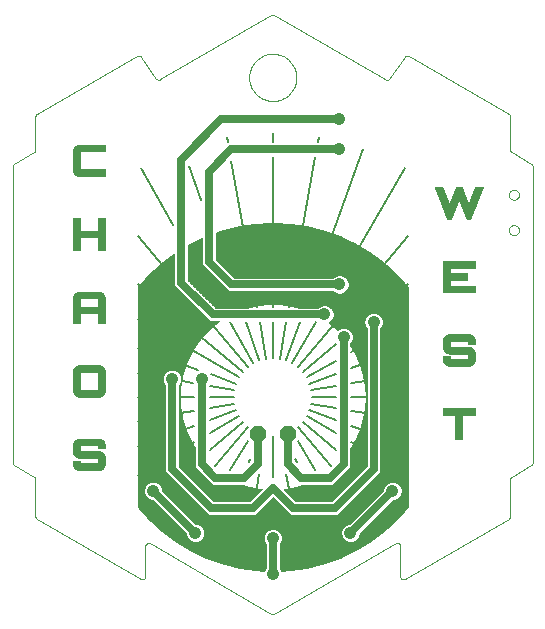
<source format=gtl>
G75*
%MOIN*%
%OFA0B0*%
%FSLAX24Y24*%
%IPPOS*%
%LPD*%
%AMOC8*
5,1,8,0,0,1.08239X$1,22.5*
%
%ADD10C,0.0000*%
%ADD11OC8,0.0520*%
%ADD12C,0.0100*%
%ADD13C,0.0410*%
%ADD14C,0.0250*%
%ADD15C,0.0004*%
%ADD16C,0.0060*%
D10*
X000950Y003328D02*
X004410Y001330D01*
X004427Y001322D01*
X004446Y001318D01*
X004465Y001317D01*
X004484Y001320D01*
X004502Y001326D01*
X004518Y001336D01*
X004532Y001348D01*
X004544Y001363D01*
X004553Y001380D01*
X004558Y001398D01*
X004560Y001417D01*
X004560Y002431D01*
X004562Y002450D01*
X004567Y002468D01*
X004576Y002485D01*
X004588Y002500D01*
X004602Y002512D01*
X004618Y002522D01*
X004636Y002528D01*
X004655Y002531D01*
X004674Y002530D01*
X004693Y002525D01*
X004710Y002518D01*
X004710Y002517D02*
X008760Y000179D01*
X008760Y000178D02*
X008776Y000171D01*
X008793Y000167D01*
X008810Y000165D01*
X008827Y000167D01*
X008844Y000171D01*
X008860Y000178D01*
X008860Y000179D02*
X012911Y002517D01*
X012911Y002518D02*
X012928Y002526D01*
X012947Y002530D01*
X012966Y002531D01*
X012985Y002528D01*
X013003Y002522D01*
X013019Y002512D01*
X013033Y002500D01*
X013045Y002485D01*
X013054Y002468D01*
X013059Y002450D01*
X013061Y002431D01*
X013061Y001417D01*
X013063Y001398D01*
X013068Y001380D01*
X013077Y001363D01*
X013089Y001348D01*
X013103Y001336D01*
X013119Y001326D01*
X013137Y001320D01*
X013156Y001317D01*
X013175Y001318D01*
X013194Y001323D01*
X013211Y001330D01*
X016671Y003328D01*
X016721Y003415D02*
X016721Y004659D01*
X016723Y004676D01*
X016727Y004693D01*
X016734Y004709D01*
X016744Y004723D01*
X016757Y004736D01*
X016771Y004746D01*
X017421Y005121D01*
X017471Y005208D02*
X017471Y015092D01*
X017421Y015179D02*
X016771Y015554D01*
X016757Y015564D01*
X016744Y015577D01*
X016734Y015591D01*
X016727Y015607D01*
X016723Y015624D01*
X016721Y015641D01*
X016721Y016755D01*
X016671Y016842D02*
X013336Y018767D01*
X013336Y018768D02*
X013319Y018775D01*
X013301Y018780D01*
X013283Y018781D01*
X013264Y018779D01*
X013247Y018773D01*
X013230Y018764D01*
X013216Y018752D01*
X013204Y018738D01*
X012696Y018012D01*
X012696Y018013D02*
X012684Y017999D01*
X012670Y017987D01*
X012653Y017978D01*
X012636Y017972D01*
X012617Y017970D01*
X012599Y017971D01*
X012581Y017976D01*
X012564Y017983D01*
X008860Y020121D01*
X008760Y020121D02*
X005057Y017983D01*
X005040Y017976D01*
X005022Y017971D01*
X005004Y017970D01*
X004985Y017972D01*
X004968Y017978D01*
X004951Y017987D01*
X004937Y017999D01*
X004925Y018013D01*
X004925Y018012D02*
X004417Y018738D01*
X004405Y018752D01*
X004391Y018764D01*
X004374Y018773D01*
X004357Y018779D01*
X004338Y018781D01*
X004320Y018780D01*
X004302Y018775D01*
X004285Y018768D01*
X004285Y018767D02*
X000950Y016842D01*
X000936Y016832D01*
X000923Y016819D01*
X000913Y016805D01*
X000906Y016789D01*
X000902Y016772D01*
X000900Y016755D01*
X000900Y015641D01*
X000898Y015624D01*
X000894Y015607D01*
X000887Y015591D01*
X000877Y015577D01*
X000864Y015564D01*
X000850Y015554D01*
X000200Y015179D01*
X000186Y015169D01*
X000173Y015156D01*
X000163Y015142D01*
X000156Y015126D01*
X000152Y015109D01*
X000150Y015092D01*
X000150Y005208D01*
X000152Y005191D01*
X000156Y005174D01*
X000163Y005158D01*
X000173Y005144D01*
X000186Y005131D01*
X000200Y005121D01*
X000850Y004746D01*
X000900Y004659D02*
X000900Y003415D01*
X000902Y003398D01*
X000906Y003381D01*
X000913Y003365D01*
X000923Y003351D01*
X000936Y003338D01*
X000950Y003328D01*
X000900Y004659D02*
X000898Y004676D01*
X000894Y004693D01*
X000887Y004709D01*
X000877Y004723D01*
X000864Y004736D01*
X000850Y004746D01*
X008023Y018050D02*
X008025Y018106D01*
X008031Y018161D01*
X008041Y018215D01*
X008054Y018269D01*
X008072Y018322D01*
X008093Y018373D01*
X008117Y018423D01*
X008145Y018471D01*
X008177Y018517D01*
X008211Y018561D01*
X008249Y018602D01*
X008289Y018640D01*
X008332Y018675D01*
X008377Y018707D01*
X008425Y018736D01*
X008474Y018762D01*
X008525Y018784D01*
X008577Y018802D01*
X008631Y018816D01*
X008686Y018827D01*
X008741Y018834D01*
X008796Y018837D01*
X008852Y018836D01*
X008907Y018831D01*
X008962Y018822D01*
X009016Y018810D01*
X009069Y018793D01*
X009121Y018773D01*
X009171Y018749D01*
X009219Y018722D01*
X009266Y018692D01*
X009310Y018658D01*
X009352Y018621D01*
X009390Y018581D01*
X009427Y018539D01*
X009460Y018494D01*
X009489Y018448D01*
X009516Y018399D01*
X009538Y018348D01*
X009558Y018296D01*
X009573Y018242D01*
X009585Y018188D01*
X009593Y018133D01*
X009597Y018078D01*
X009597Y018022D01*
X009593Y017967D01*
X009585Y017912D01*
X009573Y017858D01*
X009558Y017804D01*
X009538Y017752D01*
X009516Y017701D01*
X009489Y017652D01*
X009460Y017606D01*
X009427Y017561D01*
X009390Y017519D01*
X009352Y017479D01*
X009310Y017442D01*
X009266Y017408D01*
X009219Y017378D01*
X009171Y017351D01*
X009121Y017327D01*
X009069Y017307D01*
X009016Y017290D01*
X008962Y017278D01*
X008907Y017269D01*
X008852Y017264D01*
X008796Y017263D01*
X008741Y017266D01*
X008686Y017273D01*
X008631Y017284D01*
X008577Y017298D01*
X008525Y017316D01*
X008474Y017338D01*
X008425Y017364D01*
X008377Y017393D01*
X008332Y017425D01*
X008289Y017460D01*
X008249Y017498D01*
X008211Y017539D01*
X008177Y017583D01*
X008145Y017629D01*
X008117Y017677D01*
X008093Y017727D01*
X008072Y017778D01*
X008054Y017831D01*
X008041Y017885D01*
X008031Y017939D01*
X008025Y017994D01*
X008023Y018050D01*
X008760Y020122D02*
X008776Y020129D01*
X008793Y020133D01*
X008810Y020135D01*
X008827Y020133D01*
X008844Y020129D01*
X008860Y020122D01*
X016671Y016842D02*
X016685Y016832D01*
X016698Y016819D01*
X016708Y016805D01*
X016715Y016789D01*
X016719Y016772D01*
X016721Y016755D01*
X017421Y015179D02*
X017435Y015169D01*
X017448Y015156D01*
X017458Y015142D01*
X017465Y015126D01*
X017469Y015109D01*
X017471Y015092D01*
X016683Y014141D02*
X016685Y014166D01*
X016691Y014191D01*
X016700Y014215D01*
X016713Y014237D01*
X016730Y014257D01*
X016749Y014274D01*
X016770Y014288D01*
X016794Y014298D01*
X016818Y014305D01*
X016844Y014308D01*
X016869Y014307D01*
X016894Y014302D01*
X016918Y014293D01*
X016941Y014281D01*
X016961Y014266D01*
X016979Y014247D01*
X016994Y014226D01*
X017005Y014203D01*
X017013Y014179D01*
X017017Y014154D01*
X017017Y014128D01*
X017013Y014103D01*
X017005Y014079D01*
X016994Y014056D01*
X016979Y014035D01*
X016961Y014016D01*
X016941Y014001D01*
X016918Y013989D01*
X016894Y013980D01*
X016869Y013975D01*
X016844Y013974D01*
X016818Y013977D01*
X016794Y013984D01*
X016770Y013994D01*
X016749Y014008D01*
X016730Y014025D01*
X016713Y014045D01*
X016700Y014067D01*
X016691Y014091D01*
X016685Y014116D01*
X016683Y014141D01*
X016683Y012959D02*
X016685Y012984D01*
X016691Y013009D01*
X016700Y013033D01*
X016713Y013055D01*
X016730Y013075D01*
X016749Y013092D01*
X016770Y013106D01*
X016794Y013116D01*
X016818Y013123D01*
X016844Y013126D01*
X016869Y013125D01*
X016894Y013120D01*
X016918Y013111D01*
X016941Y013099D01*
X016961Y013084D01*
X016979Y013065D01*
X016994Y013044D01*
X017005Y013021D01*
X017013Y012997D01*
X017017Y012972D01*
X017017Y012946D01*
X017013Y012921D01*
X017005Y012897D01*
X016994Y012874D01*
X016979Y012853D01*
X016961Y012834D01*
X016941Y012819D01*
X016918Y012807D01*
X016894Y012798D01*
X016869Y012793D01*
X016844Y012792D01*
X016818Y012795D01*
X016794Y012802D01*
X016770Y012812D01*
X016749Y012826D01*
X016730Y012843D01*
X016713Y012863D01*
X016700Y012885D01*
X016691Y012909D01*
X016685Y012934D01*
X016683Y012959D01*
X017471Y005208D02*
X017469Y005191D01*
X017465Y005174D01*
X017458Y005158D01*
X017448Y005144D01*
X017435Y005131D01*
X017421Y005121D01*
X016721Y003415D02*
X016719Y003398D01*
X016715Y003381D01*
X016708Y003365D01*
X016698Y003351D01*
X016685Y003338D01*
X016671Y003328D01*
D11*
X009310Y006150D03*
X008310Y006150D03*
D12*
X005860Y008730D03*
X006220Y002870D03*
X011400Y002870D03*
X012290Y010950D03*
D13*
X012170Y009900D03*
X011170Y009400D03*
X010530Y010150D03*
X011030Y011150D03*
X011010Y015650D03*
X011010Y016650D03*
X006450Y008000D03*
X005450Y008000D03*
X004820Y004270D03*
X006220Y002870D03*
X008810Y002695D03*
X008810Y001495D03*
X011400Y002870D03*
X012800Y004270D03*
D14*
X011400Y002870D01*
X010870Y003700D02*
X009482Y003700D01*
X008810Y004372D01*
X008139Y003700D01*
X006750Y003700D01*
X005450Y005000D01*
X005450Y008000D01*
X006450Y008000D02*
X006450Y005150D01*
X006900Y004700D01*
X007860Y004700D01*
X008310Y005150D01*
X008310Y006150D01*
X009310Y006150D02*
X009310Y005150D01*
X009760Y004700D01*
X010720Y004700D01*
X011170Y005150D01*
X011170Y009400D01*
X010530Y010150D02*
X006810Y010150D01*
X005750Y011210D01*
X005750Y015310D01*
X007090Y016650D01*
X011010Y016650D01*
X011010Y015650D02*
X007430Y015650D01*
X006680Y014900D01*
X006680Y011900D01*
X007430Y011150D01*
X011030Y011150D01*
X012170Y009900D02*
X012170Y005000D01*
X010870Y003700D01*
X008810Y002695D02*
X008810Y001495D01*
X006220Y002870D02*
X004820Y004270D01*
D15*
X004513Y004269D02*
X004310Y004269D01*
X004310Y004271D02*
X004513Y004271D01*
X004513Y004274D02*
X004310Y004274D01*
X004310Y004276D02*
X004513Y004276D01*
X004513Y004279D02*
X004310Y004279D01*
X004310Y004281D02*
X004513Y004281D01*
X004513Y004284D02*
X004310Y004284D01*
X004310Y004286D02*
X004513Y004286D01*
X004513Y004288D02*
X004310Y004288D01*
X004310Y004291D02*
X004513Y004291D01*
X004513Y004293D02*
X004310Y004293D01*
X004310Y004296D02*
X004513Y004296D01*
X004513Y004298D02*
X004310Y004298D01*
X004310Y004301D02*
X004513Y004301D01*
X004513Y004303D02*
X004310Y004303D01*
X004310Y004306D02*
X004513Y004306D01*
X004513Y004308D02*
X004310Y004308D01*
X004310Y004310D02*
X004513Y004310D01*
X004513Y004313D02*
X004310Y004313D01*
X004310Y004315D02*
X004513Y004315D01*
X004513Y004318D02*
X004310Y004318D01*
X004310Y004320D02*
X004513Y004320D01*
X004513Y004323D02*
X004310Y004323D01*
X004310Y004325D02*
X004513Y004325D01*
X004513Y004327D02*
X004310Y004327D01*
X004310Y004330D02*
X004513Y004330D01*
X004513Y004331D02*
X004513Y004209D01*
X004560Y004096D01*
X004646Y004010D01*
X004759Y003963D01*
X004806Y003963D01*
X005913Y002856D01*
X005913Y002809D01*
X005276Y002809D01*
X005273Y002811D02*
X005913Y002811D01*
X005913Y002809D02*
X005960Y002696D01*
X006046Y002610D01*
X006159Y002563D01*
X006281Y002563D01*
X006394Y002610D01*
X006480Y002696D01*
X006527Y002809D01*
X008525Y002809D01*
X008524Y002807D02*
X006526Y002807D01*
X006527Y002809D02*
X006527Y002931D01*
X006480Y003044D01*
X006394Y003130D01*
X006281Y003177D01*
X006234Y003177D01*
X011386Y003177D01*
X011339Y003177D01*
X011226Y003130D01*
X011140Y003044D01*
X011093Y002931D01*
X011093Y002809D01*
X009095Y002809D01*
X009094Y002811D02*
X011093Y002811D01*
X011093Y002809D02*
X011140Y002696D01*
X011226Y002610D01*
X011339Y002563D01*
X011461Y002563D01*
X011574Y002610D01*
X011660Y002696D01*
X011707Y002809D01*
X012344Y002809D01*
X012341Y002807D02*
X011706Y002807D01*
X011707Y002809D02*
X011707Y002856D01*
X012814Y003963D01*
X012861Y003963D01*
X012974Y004010D01*
X013060Y004096D01*
X013311Y004096D01*
X013311Y004098D02*
X013061Y004098D01*
X013060Y004096D02*
X013107Y004209D01*
X013107Y004331D01*
X013060Y004444D01*
X013311Y004444D01*
X013311Y004442D02*
X013061Y004442D01*
X013060Y004444D02*
X012974Y004530D01*
X012861Y004577D01*
X012739Y004577D01*
X012626Y004530D01*
X012021Y004530D01*
X012023Y004532D02*
X012631Y004532D01*
X012626Y004530D02*
X012540Y004444D01*
X012493Y004331D01*
X012493Y004284D01*
X011386Y003177D01*
X011389Y003180D02*
X006232Y003180D01*
X006229Y003182D02*
X011391Y003182D01*
X011394Y003184D02*
X006227Y003184D01*
X006224Y003187D02*
X011396Y003187D01*
X011399Y003189D02*
X006222Y003189D01*
X006220Y003192D02*
X011401Y003192D01*
X011403Y003194D02*
X006217Y003194D01*
X006215Y003197D02*
X011406Y003197D01*
X011408Y003199D02*
X006212Y003199D01*
X006210Y003201D02*
X011411Y003201D01*
X011413Y003204D02*
X006207Y003204D01*
X006205Y003206D02*
X011416Y003206D01*
X011418Y003209D02*
X006202Y003209D01*
X006200Y003211D02*
X011420Y003211D01*
X011423Y003214D02*
X006198Y003214D01*
X006195Y003216D02*
X011425Y003216D01*
X011428Y003219D02*
X006193Y003219D01*
X006190Y003221D02*
X011430Y003221D01*
X011433Y003223D02*
X006188Y003223D01*
X006185Y003226D02*
X011435Y003226D01*
X011438Y003228D02*
X006183Y003228D01*
X006181Y003231D02*
X011440Y003231D01*
X011442Y003233D02*
X006178Y003233D01*
X006176Y003236D02*
X011445Y003236D01*
X011447Y003238D02*
X006173Y003238D01*
X006171Y003240D02*
X011450Y003240D01*
X011452Y003243D02*
X006168Y003243D01*
X006166Y003245D02*
X011455Y003245D01*
X011457Y003248D02*
X006163Y003248D01*
X006161Y003250D02*
X011459Y003250D01*
X011462Y003253D02*
X006159Y003253D01*
X006156Y003255D02*
X011464Y003255D01*
X011467Y003257D02*
X006154Y003257D01*
X006151Y003260D02*
X011469Y003260D01*
X011472Y003262D02*
X006149Y003262D01*
X006146Y003265D02*
X011474Y003265D01*
X011477Y003267D02*
X006144Y003267D01*
X006142Y003270D02*
X011479Y003270D01*
X011481Y003272D02*
X006139Y003272D01*
X006137Y003275D02*
X011484Y003275D01*
X011486Y003277D02*
X006134Y003277D01*
X006132Y003279D02*
X011489Y003279D01*
X011491Y003282D02*
X006129Y003282D01*
X006127Y003284D02*
X011494Y003284D01*
X011496Y003287D02*
X006124Y003287D01*
X006122Y003289D02*
X011498Y003289D01*
X011501Y003292D02*
X006120Y003292D01*
X006117Y003294D02*
X011503Y003294D01*
X011506Y003296D02*
X006115Y003296D01*
X006112Y003299D02*
X011508Y003299D01*
X011511Y003301D02*
X006110Y003301D01*
X006107Y003304D02*
X011513Y003304D01*
X011516Y003306D02*
X006105Y003306D01*
X006103Y003309D02*
X011518Y003309D01*
X011520Y003311D02*
X006100Y003311D01*
X006098Y003314D02*
X011523Y003314D01*
X011525Y003316D02*
X006095Y003316D01*
X006093Y003318D02*
X011528Y003318D01*
X011530Y003321D02*
X006090Y003321D01*
X006088Y003323D02*
X011533Y003323D01*
X011535Y003326D02*
X006085Y003326D01*
X006083Y003328D02*
X011537Y003328D01*
X011540Y003331D02*
X006081Y003331D01*
X006078Y003333D02*
X011542Y003333D01*
X011545Y003335D02*
X006076Y003335D01*
X006073Y003338D02*
X011547Y003338D01*
X011550Y003340D02*
X006071Y003340D01*
X006068Y003343D02*
X011552Y003343D01*
X011555Y003345D02*
X006066Y003345D01*
X006064Y003348D02*
X011557Y003348D01*
X011559Y003350D02*
X006061Y003350D01*
X006059Y003353D02*
X011562Y003353D01*
X011564Y003355D02*
X006056Y003355D01*
X006054Y003357D02*
X011567Y003357D01*
X011569Y003360D02*
X006051Y003360D01*
X006049Y003362D02*
X011572Y003362D01*
X011574Y003365D02*
X006046Y003365D01*
X006044Y003367D02*
X011576Y003367D01*
X011579Y003370D02*
X006042Y003370D01*
X006039Y003372D02*
X011581Y003372D01*
X011584Y003374D02*
X006037Y003374D01*
X006034Y003377D02*
X011586Y003377D01*
X011589Y003379D02*
X006032Y003379D01*
X006029Y003382D02*
X011591Y003382D01*
X011594Y003384D02*
X006027Y003384D01*
X006025Y003387D02*
X011596Y003387D01*
X011598Y003389D02*
X006022Y003389D01*
X006020Y003392D02*
X011601Y003392D01*
X011603Y003394D02*
X006017Y003394D01*
X006015Y003396D02*
X011606Y003396D01*
X011608Y003399D02*
X006012Y003399D01*
X006010Y003401D02*
X011611Y003401D01*
X011613Y003404D02*
X006008Y003404D01*
X006005Y003406D02*
X011615Y003406D01*
X011618Y003409D02*
X006003Y003409D01*
X006000Y003411D02*
X011620Y003411D01*
X011623Y003413D02*
X005998Y003413D01*
X005995Y003416D02*
X011625Y003416D01*
X011628Y003418D02*
X005993Y003418D01*
X005990Y003421D02*
X011630Y003421D01*
X011633Y003423D02*
X005988Y003423D01*
X005986Y003426D02*
X011635Y003426D01*
X011637Y003428D02*
X005983Y003428D01*
X005981Y003431D02*
X011640Y003431D01*
X011642Y003433D02*
X005978Y003433D01*
X005976Y003435D02*
X011645Y003435D01*
X011647Y003438D02*
X005973Y003438D01*
X005971Y003440D02*
X011650Y003440D01*
X011652Y003443D02*
X005969Y003443D01*
X005966Y003445D02*
X011654Y003445D01*
X011657Y003448D02*
X005964Y003448D01*
X005961Y003450D02*
X011659Y003450D01*
X011662Y003452D02*
X005959Y003452D01*
X005956Y003455D02*
X011664Y003455D01*
X011667Y003457D02*
X005954Y003457D01*
X005951Y003460D02*
X011669Y003460D01*
X011672Y003462D02*
X005949Y003462D01*
X005947Y003465D02*
X011674Y003465D01*
X011676Y003467D02*
X005944Y003467D01*
X005942Y003470D02*
X011679Y003470D01*
X011681Y003472D02*
X005939Y003472D01*
X005937Y003474D02*
X006655Y003474D01*
X006656Y003473D02*
X008233Y003473D01*
X008366Y003606D01*
X009255Y003606D01*
X009257Y003604D02*
X008363Y003604D01*
X008366Y003606D02*
X008810Y004051D01*
X009388Y003473D01*
X010964Y003473D01*
X011097Y003606D01*
X012397Y004906D01*
X012397Y009693D01*
X012430Y009726D01*
X013311Y009726D01*
X013311Y009728D02*
X012431Y009728D01*
X012430Y009726D02*
X012477Y009839D01*
X012477Y009961D01*
X012430Y010074D01*
X012344Y010160D01*
X012231Y010207D01*
X012109Y010207D01*
X011996Y010160D01*
X010837Y010160D01*
X010837Y010162D02*
X012001Y010162D01*
X011996Y010160D02*
X011910Y010074D01*
X011863Y009961D01*
X011863Y009839D01*
X011910Y009726D01*
X011943Y009693D01*
X011943Y005094D01*
X010776Y003927D01*
X009576Y003927D01*
X009180Y004323D01*
X011172Y004323D01*
X011174Y004325D02*
X009194Y004325D01*
X009185Y004318D02*
X011167Y004318D01*
X011169Y004320D02*
X009183Y004320D01*
X009180Y004323D02*
X009348Y004343D01*
X009349Y004343D01*
X009351Y004343D01*
X009351Y004344D01*
X009699Y004426D01*
X009699Y004426D01*
X009700Y004426D01*
X009702Y004427D01*
X009828Y004473D01*
X010814Y004473D01*
X010947Y004606D01*
X011397Y005056D01*
X011397Y005686D01*
X011403Y005693D01*
X011404Y005694D01*
X011404Y005695D01*
X011943Y005695D01*
X011943Y005697D02*
X011405Y005697D01*
X011404Y005696D02*
X011583Y006006D01*
X011583Y006006D01*
X011584Y006007D01*
X011585Y006008D01*
X011585Y006008D01*
X011726Y006337D01*
X011727Y006337D01*
X011727Y006338D01*
X011943Y006338D01*
X011943Y006336D02*
X011726Y006336D01*
X011727Y006338D02*
X011728Y006340D01*
X011727Y006340D02*
X011830Y006683D01*
X011831Y006684D01*
X011831Y006686D01*
X011893Y007038D01*
X011893Y007038D01*
X011893Y007040D01*
X011943Y007040D01*
X011943Y007038D02*
X011893Y007038D01*
X011893Y007040D02*
X011893Y007041D01*
X011914Y007398D01*
X011943Y007398D01*
X011943Y007396D02*
X011914Y007396D01*
X011914Y007398D02*
X011914Y007399D01*
X011914Y007400D01*
X011914Y007401D01*
X011943Y007401D01*
X011943Y007403D02*
X011914Y007403D01*
X011914Y007402D02*
X011893Y007759D01*
X011893Y007759D01*
X011943Y007759D01*
X011943Y007757D02*
X011893Y007757D01*
X011893Y007759D02*
X011893Y007760D01*
X011893Y007762D01*
X011831Y008114D01*
X011831Y008114D01*
X011831Y008116D01*
X011830Y008117D01*
X011830Y008117D01*
X011727Y008460D01*
X011728Y008460D01*
X011727Y008462D01*
X011727Y008463D01*
X011726Y008463D01*
X011585Y008792D01*
X011584Y008793D01*
X011583Y008794D01*
X011404Y009104D01*
X011404Y009105D01*
X011404Y009106D01*
X011403Y009107D01*
X011403Y009107D01*
X011943Y009107D01*
X011943Y009109D02*
X011401Y009109D01*
X011403Y009107D02*
X011397Y009114D01*
X011397Y009193D01*
X011430Y009226D01*
X011477Y009339D01*
X011477Y009461D01*
X011430Y009574D01*
X011344Y009660D01*
X011943Y009660D01*
X011943Y009658D02*
X011347Y009658D01*
X011349Y009655D02*
X011943Y009655D01*
X011943Y009653D02*
X011352Y009653D01*
X011354Y009650D02*
X011943Y009650D01*
X011943Y009648D02*
X011356Y009648D01*
X011359Y009646D02*
X011943Y009646D01*
X011943Y009643D02*
X011361Y009643D01*
X011364Y009641D02*
X011943Y009641D01*
X011943Y009638D02*
X011366Y009638D01*
X011369Y009636D02*
X011943Y009636D01*
X011943Y009633D02*
X011371Y009633D01*
X011373Y009631D02*
X011943Y009631D01*
X011943Y009628D02*
X011376Y009628D01*
X011378Y009626D02*
X011943Y009626D01*
X011943Y009624D02*
X011381Y009624D01*
X011383Y009621D02*
X011943Y009621D01*
X011943Y009619D02*
X011386Y009619D01*
X011388Y009616D02*
X011943Y009616D01*
X011943Y009614D02*
X011391Y009614D01*
X011393Y009611D02*
X011943Y009611D01*
X011943Y009609D02*
X011395Y009609D01*
X011398Y009607D02*
X011943Y009607D01*
X011943Y009604D02*
X011400Y009604D01*
X011403Y009602D02*
X011943Y009602D01*
X011943Y009599D02*
X011405Y009599D01*
X011408Y009597D02*
X011943Y009597D01*
X011943Y009594D02*
X011410Y009594D01*
X011412Y009592D02*
X011943Y009592D01*
X011943Y009589D02*
X011415Y009589D01*
X011417Y009587D02*
X011943Y009587D01*
X011943Y009585D02*
X011420Y009585D01*
X011422Y009582D02*
X011943Y009582D01*
X011943Y009580D02*
X011425Y009580D01*
X011427Y009577D02*
X011943Y009577D01*
X011943Y009575D02*
X011430Y009575D01*
X011431Y009572D02*
X011943Y009572D01*
X011943Y009570D02*
X011432Y009570D01*
X011433Y009568D02*
X011943Y009568D01*
X011943Y009565D02*
X011434Y009565D01*
X011435Y009563D02*
X011943Y009563D01*
X011943Y009560D02*
X011436Y009560D01*
X011437Y009558D02*
X011943Y009558D01*
X011943Y009555D02*
X011438Y009555D01*
X011439Y009553D02*
X011943Y009553D01*
X011943Y009550D02*
X011440Y009550D01*
X011441Y009548D02*
X011943Y009548D01*
X011943Y009546D02*
X011442Y009546D01*
X011443Y009543D02*
X011943Y009543D01*
X011943Y009541D02*
X011444Y009541D01*
X011445Y009538D02*
X011943Y009538D01*
X011943Y009536D02*
X011446Y009536D01*
X011447Y009533D02*
X011943Y009533D01*
X011943Y009531D02*
X011448Y009531D01*
X011449Y009529D02*
X011943Y009529D01*
X011943Y009526D02*
X011450Y009526D01*
X011451Y009524D02*
X011943Y009524D01*
X011943Y009521D02*
X011452Y009521D01*
X011453Y009519D02*
X011943Y009519D01*
X011943Y009516D02*
X011454Y009516D01*
X011455Y009514D02*
X011943Y009514D01*
X011943Y009511D02*
X011456Y009511D01*
X011457Y009509D02*
X011943Y009509D01*
X011943Y009507D02*
X011458Y009507D01*
X011459Y009504D02*
X011943Y009504D01*
X011943Y009502D02*
X011460Y009502D01*
X011461Y009499D02*
X011943Y009499D01*
X011943Y009497D02*
X011462Y009497D01*
X011463Y009494D02*
X011943Y009494D01*
X011943Y009492D02*
X011464Y009492D01*
X011465Y009490D02*
X011943Y009490D01*
X011943Y009487D02*
X011466Y009487D01*
X011467Y009485D02*
X011943Y009485D01*
X011943Y009482D02*
X011468Y009482D01*
X011469Y009480D02*
X011943Y009480D01*
X011943Y009477D02*
X011470Y009477D01*
X011471Y009475D02*
X011943Y009475D01*
X011943Y009472D02*
X011472Y009472D01*
X011473Y009470D02*
X011943Y009470D01*
X011943Y009468D02*
X011475Y009468D01*
X011476Y009465D02*
X011943Y009465D01*
X011943Y009463D02*
X011477Y009463D01*
X011477Y009460D02*
X011943Y009460D01*
X011943Y009458D02*
X011477Y009458D01*
X011477Y009455D02*
X011943Y009455D01*
X011943Y009453D02*
X011477Y009453D01*
X011477Y009451D02*
X011943Y009451D01*
X011943Y009448D02*
X011477Y009448D01*
X011477Y009446D02*
X011943Y009446D01*
X011943Y009443D02*
X011477Y009443D01*
X011477Y009441D02*
X011943Y009441D01*
X011943Y009438D02*
X011477Y009438D01*
X011477Y009436D02*
X011943Y009436D01*
X011943Y009434D02*
X011477Y009434D01*
X011477Y009431D02*
X011943Y009431D01*
X011943Y009429D02*
X011477Y009429D01*
X011477Y009426D02*
X011943Y009426D01*
X011943Y009424D02*
X011477Y009424D01*
X011477Y009421D02*
X011943Y009421D01*
X011943Y009419D02*
X011477Y009419D01*
X011477Y009416D02*
X011943Y009416D01*
X011943Y009414D02*
X011477Y009414D01*
X011477Y009412D02*
X011943Y009412D01*
X011943Y009409D02*
X011477Y009409D01*
X011477Y009407D02*
X011943Y009407D01*
X011943Y009404D02*
X011477Y009404D01*
X011477Y009402D02*
X011943Y009402D01*
X011943Y009399D02*
X011477Y009399D01*
X011477Y009397D02*
X011943Y009397D01*
X011943Y009395D02*
X011477Y009395D01*
X011477Y009392D02*
X011943Y009392D01*
X011943Y009390D02*
X011477Y009390D01*
X011477Y009387D02*
X011943Y009387D01*
X011943Y009385D02*
X011477Y009385D01*
X011477Y009382D02*
X011943Y009382D01*
X011943Y009380D02*
X011477Y009380D01*
X011477Y009377D02*
X011943Y009377D01*
X011943Y009375D02*
X011477Y009375D01*
X011477Y009373D02*
X011943Y009373D01*
X011943Y009370D02*
X011477Y009370D01*
X011477Y009368D02*
X011943Y009368D01*
X011943Y009365D02*
X011477Y009365D01*
X011477Y009363D02*
X011943Y009363D01*
X011943Y009360D02*
X011477Y009360D01*
X011477Y009358D02*
X011943Y009358D01*
X011943Y009356D02*
X011477Y009356D01*
X011477Y009353D02*
X011943Y009353D01*
X011943Y009351D02*
X011477Y009351D01*
X011477Y009348D02*
X011943Y009348D01*
X011943Y009346D02*
X011477Y009346D01*
X011477Y009343D02*
X011943Y009343D01*
X011943Y009341D02*
X011477Y009341D01*
X011477Y009338D02*
X011943Y009338D01*
X011943Y009336D02*
X011476Y009336D01*
X011475Y009334D02*
X011943Y009334D01*
X011943Y009331D02*
X011474Y009331D01*
X011473Y009329D02*
X011943Y009329D01*
X011943Y009326D02*
X011472Y009326D01*
X011471Y009324D02*
X011943Y009324D01*
X011943Y009321D02*
X011470Y009321D01*
X011469Y009319D02*
X011943Y009319D01*
X011943Y009317D02*
X011468Y009317D01*
X011467Y009314D02*
X011943Y009314D01*
X011943Y009312D02*
X011466Y009312D01*
X011465Y009309D02*
X011943Y009309D01*
X011943Y009307D02*
X011464Y009307D01*
X011463Y009304D02*
X011943Y009304D01*
X011943Y009302D02*
X011462Y009302D01*
X011461Y009299D02*
X011943Y009299D01*
X011943Y009297D02*
X011460Y009297D01*
X011459Y009295D02*
X011943Y009295D01*
X011943Y009292D02*
X011458Y009292D01*
X011457Y009290D02*
X011943Y009290D01*
X011943Y009287D02*
X011456Y009287D01*
X011455Y009285D02*
X011943Y009285D01*
X011943Y009282D02*
X011454Y009282D01*
X011453Y009280D02*
X011943Y009280D01*
X011943Y009278D02*
X011452Y009278D01*
X011451Y009275D02*
X011943Y009275D01*
X011943Y009273D02*
X011450Y009273D01*
X011449Y009270D02*
X011943Y009270D01*
X011943Y009268D02*
X011448Y009268D01*
X011447Y009265D02*
X011943Y009265D01*
X011943Y009263D02*
X011446Y009263D01*
X011445Y009260D02*
X011943Y009260D01*
X011943Y009258D02*
X011444Y009258D01*
X011443Y009256D02*
X011943Y009256D01*
X011943Y009253D02*
X011442Y009253D01*
X011441Y009251D02*
X011943Y009251D01*
X011943Y009248D02*
X011440Y009248D01*
X011439Y009246D02*
X011943Y009246D01*
X011943Y009243D02*
X011438Y009243D01*
X011437Y009241D02*
X011943Y009241D01*
X011943Y009239D02*
X011436Y009239D01*
X011435Y009236D02*
X011943Y009236D01*
X011943Y009234D02*
X011434Y009234D01*
X011433Y009231D02*
X011943Y009231D01*
X011943Y009229D02*
X011432Y009229D01*
X011431Y009226D02*
X011943Y009226D01*
X011943Y009224D02*
X011428Y009224D01*
X011426Y009221D02*
X011943Y009221D01*
X011943Y009219D02*
X011423Y009219D01*
X011421Y009217D02*
X011943Y009217D01*
X011943Y009214D02*
X011419Y009214D01*
X011416Y009212D02*
X011943Y009212D01*
X011943Y009209D02*
X011414Y009209D01*
X011411Y009207D02*
X011943Y009207D01*
X011943Y009204D02*
X011409Y009204D01*
X011406Y009202D02*
X011943Y009202D01*
X011943Y009200D02*
X011404Y009200D01*
X011401Y009197D02*
X011943Y009197D01*
X011943Y009195D02*
X011399Y009195D01*
X011397Y009192D02*
X011943Y009192D01*
X011943Y009190D02*
X011397Y009190D01*
X011397Y009187D02*
X011943Y009187D01*
X011943Y009185D02*
X011397Y009185D01*
X011397Y009182D02*
X011943Y009182D01*
X011943Y009180D02*
X011397Y009180D01*
X011397Y009178D02*
X011943Y009178D01*
X011943Y009175D02*
X011397Y009175D01*
X011397Y009173D02*
X011943Y009173D01*
X011943Y009170D02*
X011397Y009170D01*
X011397Y009168D02*
X011943Y009168D01*
X011943Y009165D02*
X011397Y009165D01*
X011397Y009163D02*
X011943Y009163D01*
X011943Y009161D02*
X011397Y009161D01*
X011397Y009158D02*
X011943Y009158D01*
X011943Y009156D02*
X011397Y009156D01*
X011397Y009153D02*
X011943Y009153D01*
X011943Y009151D02*
X011397Y009151D01*
X011397Y009148D02*
X011943Y009148D01*
X011943Y009146D02*
X011397Y009146D01*
X011397Y009143D02*
X011943Y009143D01*
X011943Y009141D02*
X011397Y009141D01*
X011397Y009139D02*
X011943Y009139D01*
X011943Y009136D02*
X011397Y009136D01*
X011397Y009134D02*
X011943Y009134D01*
X011943Y009131D02*
X011397Y009131D01*
X011397Y009129D02*
X011943Y009129D01*
X011943Y009126D02*
X011397Y009126D01*
X011397Y009124D02*
X011943Y009124D01*
X011943Y009122D02*
X011397Y009122D01*
X011397Y009119D02*
X011943Y009119D01*
X011943Y009117D02*
X011397Y009117D01*
X011397Y009114D02*
X011943Y009114D01*
X011943Y009112D02*
X011399Y009112D01*
X011404Y009104D02*
X011943Y009104D01*
X011943Y009102D02*
X011406Y009102D01*
X011407Y009100D02*
X011943Y009100D01*
X011943Y009097D02*
X011408Y009097D01*
X011410Y009095D02*
X011943Y009095D01*
X011943Y009092D02*
X011411Y009092D01*
X011413Y009090D02*
X011943Y009090D01*
X011943Y009087D02*
X011414Y009087D01*
X011415Y009085D02*
X011943Y009085D01*
X011943Y009083D02*
X011417Y009083D01*
X011418Y009080D02*
X011943Y009080D01*
X011943Y009078D02*
X011420Y009078D01*
X011421Y009075D02*
X011943Y009075D01*
X011943Y009073D02*
X011423Y009073D01*
X011424Y009070D02*
X011943Y009070D01*
X011943Y009068D02*
X011425Y009068D01*
X011427Y009065D02*
X011943Y009065D01*
X011943Y009063D02*
X011428Y009063D01*
X011430Y009061D02*
X011943Y009061D01*
X011943Y009058D02*
X011431Y009058D01*
X011432Y009056D02*
X011943Y009056D01*
X011943Y009053D02*
X011434Y009053D01*
X011435Y009051D02*
X011943Y009051D01*
X011943Y009048D02*
X011437Y009048D01*
X011438Y009046D02*
X011943Y009046D01*
X011943Y009044D02*
X011439Y009044D01*
X011441Y009041D02*
X011943Y009041D01*
X011943Y009039D02*
X011442Y009039D01*
X011444Y009036D02*
X011943Y009036D01*
X011943Y009034D02*
X011445Y009034D01*
X011446Y009031D02*
X011943Y009031D01*
X011943Y009029D02*
X011448Y009029D01*
X011449Y009026D02*
X011943Y009026D01*
X011943Y009024D02*
X011451Y009024D01*
X011452Y009022D02*
X011943Y009022D01*
X011943Y009019D02*
X011453Y009019D01*
X011455Y009017D02*
X011943Y009017D01*
X011943Y009014D02*
X011456Y009014D01*
X011458Y009012D02*
X011943Y009012D01*
X011943Y009009D02*
X011459Y009009D01*
X011461Y009007D02*
X011943Y009007D01*
X011943Y009005D02*
X011462Y009005D01*
X011463Y009002D02*
X011943Y009002D01*
X011943Y009000D02*
X011465Y009000D01*
X011466Y008997D02*
X011943Y008997D01*
X011943Y008995D02*
X011468Y008995D01*
X011469Y008992D02*
X011943Y008992D01*
X011943Y008990D02*
X011470Y008990D01*
X011472Y008987D02*
X011943Y008987D01*
X011943Y008985D02*
X011473Y008985D01*
X011475Y008983D02*
X011943Y008983D01*
X011943Y008980D02*
X011476Y008980D01*
X011477Y008978D02*
X011943Y008978D01*
X011943Y008975D02*
X011479Y008975D01*
X011480Y008973D02*
X011943Y008973D01*
X011943Y008970D02*
X011482Y008970D01*
X011483Y008968D02*
X011943Y008968D01*
X011943Y008966D02*
X011484Y008966D01*
X011486Y008963D02*
X011943Y008963D01*
X011943Y008961D02*
X011487Y008961D01*
X011489Y008958D02*
X011943Y008958D01*
X011943Y008956D02*
X011490Y008956D01*
X011491Y008953D02*
X011943Y008953D01*
X011943Y008951D02*
X011493Y008951D01*
X011494Y008948D02*
X011943Y008948D01*
X011943Y008946D02*
X011496Y008946D01*
X011497Y008944D02*
X011943Y008944D01*
X011943Y008941D02*
X011499Y008941D01*
X011500Y008939D02*
X011943Y008939D01*
X011943Y008936D02*
X011501Y008936D01*
X011503Y008934D02*
X011943Y008934D01*
X011943Y008931D02*
X011504Y008931D01*
X011506Y008929D02*
X011943Y008929D01*
X011943Y008927D02*
X011507Y008927D01*
X011508Y008924D02*
X011943Y008924D01*
X011943Y008922D02*
X011510Y008922D01*
X011511Y008919D02*
X011943Y008919D01*
X011943Y008917D02*
X011513Y008917D01*
X011514Y008914D02*
X011943Y008914D01*
X011943Y008912D02*
X011515Y008912D01*
X011517Y008909D02*
X011943Y008909D01*
X011943Y008907D02*
X011518Y008907D01*
X011520Y008905D02*
X011943Y008905D01*
X011943Y008902D02*
X011521Y008902D01*
X011522Y008900D02*
X011943Y008900D01*
X011943Y008897D02*
X011524Y008897D01*
X011525Y008895D02*
X011943Y008895D01*
X011943Y008892D02*
X011527Y008892D01*
X011528Y008890D02*
X011943Y008890D01*
X011943Y008888D02*
X011529Y008888D01*
X011531Y008885D02*
X011943Y008885D01*
X011943Y008883D02*
X011532Y008883D01*
X011534Y008880D02*
X011943Y008880D01*
X011943Y008878D02*
X011535Y008878D01*
X011537Y008875D02*
X011943Y008875D01*
X011943Y008873D02*
X011538Y008873D01*
X011539Y008870D02*
X011943Y008870D01*
X011943Y008868D02*
X011541Y008868D01*
X011542Y008866D02*
X011943Y008866D01*
X011943Y008863D02*
X011544Y008863D01*
X011545Y008861D02*
X011943Y008861D01*
X011943Y008858D02*
X011546Y008858D01*
X011548Y008856D02*
X011943Y008856D01*
X011943Y008853D02*
X011549Y008853D01*
X011551Y008851D02*
X011943Y008851D01*
X011943Y008849D02*
X011552Y008849D01*
X011553Y008846D02*
X011943Y008846D01*
X011943Y008844D02*
X011555Y008844D01*
X011556Y008841D02*
X011943Y008841D01*
X011943Y008839D02*
X011558Y008839D01*
X011559Y008836D02*
X011943Y008836D01*
X011943Y008834D02*
X011560Y008834D01*
X011562Y008831D02*
X011943Y008831D01*
X011943Y008829D02*
X011563Y008829D01*
X011565Y008827D02*
X011943Y008827D01*
X011943Y008824D02*
X011566Y008824D01*
X011567Y008822D02*
X011943Y008822D01*
X011943Y008819D02*
X011569Y008819D01*
X011570Y008817D02*
X011943Y008817D01*
X011943Y008814D02*
X011572Y008814D01*
X011573Y008812D02*
X011943Y008812D01*
X011943Y008810D02*
X011575Y008810D01*
X011576Y008807D02*
X011943Y008807D01*
X011943Y008805D02*
X011577Y008805D01*
X011579Y008802D02*
X011943Y008802D01*
X011943Y008800D02*
X011580Y008800D01*
X011582Y008797D02*
X011943Y008797D01*
X011943Y008795D02*
X011583Y008795D01*
X011583Y008794D02*
X011583Y008794D01*
X011584Y008793D02*
X011943Y008793D01*
X011943Y008790D02*
X011585Y008790D01*
X011585Y008792D02*
X011585Y008792D01*
X011586Y008788D02*
X011943Y008788D01*
X011943Y008785D02*
X011587Y008785D01*
X011588Y008783D02*
X011943Y008783D01*
X011943Y008780D02*
X011590Y008780D01*
X011591Y008778D02*
X011943Y008778D01*
X011943Y008775D02*
X011592Y008775D01*
X011593Y008773D02*
X011943Y008773D01*
X011943Y008771D02*
X011594Y008771D01*
X011595Y008768D02*
X011943Y008768D01*
X011943Y008766D02*
X011596Y008766D01*
X011597Y008763D02*
X011943Y008763D01*
X011943Y008761D02*
X011598Y008761D01*
X011599Y008758D02*
X011943Y008758D01*
X011943Y008756D02*
X011600Y008756D01*
X011601Y008754D02*
X011943Y008754D01*
X011943Y008751D02*
X011602Y008751D01*
X011603Y008749D02*
X011943Y008749D01*
X011943Y008746D02*
X011604Y008746D01*
X011605Y008744D02*
X011943Y008744D01*
X011943Y008741D02*
X011606Y008741D01*
X011607Y008739D02*
X011943Y008739D01*
X011943Y008736D02*
X011608Y008736D01*
X011610Y008734D02*
X011943Y008734D01*
X011943Y008732D02*
X011611Y008732D01*
X011612Y008729D02*
X011943Y008729D01*
X011943Y008727D02*
X011613Y008727D01*
X011614Y008724D02*
X011943Y008724D01*
X011943Y008722D02*
X011615Y008722D01*
X011616Y008719D02*
X011943Y008719D01*
X011943Y008717D02*
X011617Y008717D01*
X011618Y008715D02*
X011943Y008715D01*
X011943Y008712D02*
X011619Y008712D01*
X011620Y008710D02*
X011943Y008710D01*
X011943Y008707D02*
X011621Y008707D01*
X011622Y008705D02*
X011943Y008705D01*
X011943Y008702D02*
X011623Y008702D01*
X011624Y008700D02*
X011943Y008700D01*
X011943Y008697D02*
X011625Y008697D01*
X011626Y008695D02*
X011943Y008695D01*
X011943Y008693D02*
X011627Y008693D01*
X011628Y008690D02*
X011943Y008690D01*
X011943Y008688D02*
X011629Y008688D01*
X011631Y008685D02*
X011943Y008685D01*
X011943Y008683D02*
X011632Y008683D01*
X011633Y008680D02*
X011943Y008680D01*
X011943Y008678D02*
X011634Y008678D01*
X011635Y008676D02*
X011943Y008676D01*
X011943Y008673D02*
X011636Y008673D01*
X011637Y008671D02*
X011943Y008671D01*
X011943Y008668D02*
X011638Y008668D01*
X011639Y008666D02*
X011943Y008666D01*
X011943Y008663D02*
X011640Y008663D01*
X011641Y008661D02*
X011943Y008661D01*
X011943Y008658D02*
X011642Y008658D01*
X011643Y008656D02*
X011943Y008656D01*
X011943Y008654D02*
X011644Y008654D01*
X011645Y008651D02*
X011943Y008651D01*
X011943Y008649D02*
X011646Y008649D01*
X011647Y008646D02*
X011943Y008646D01*
X011943Y008644D02*
X011648Y008644D01*
X011649Y008641D02*
X011943Y008641D01*
X011943Y008639D02*
X011651Y008639D01*
X011652Y008637D02*
X011943Y008637D01*
X011943Y008634D02*
X011653Y008634D01*
X011654Y008632D02*
X011943Y008632D01*
X011943Y008629D02*
X011655Y008629D01*
X011656Y008627D02*
X011943Y008627D01*
X011943Y008624D02*
X011657Y008624D01*
X011658Y008622D02*
X011943Y008622D01*
X011943Y008619D02*
X011659Y008619D01*
X011660Y008617D02*
X011943Y008617D01*
X011943Y008615D02*
X011661Y008615D01*
X011662Y008612D02*
X011943Y008612D01*
X011943Y008610D02*
X011663Y008610D01*
X011664Y008607D02*
X011943Y008607D01*
X011943Y008605D02*
X011665Y008605D01*
X011666Y008602D02*
X011943Y008602D01*
X011943Y008600D02*
X011667Y008600D01*
X011668Y008598D02*
X011943Y008598D01*
X011943Y008595D02*
X011669Y008595D01*
X011670Y008593D02*
X011943Y008593D01*
X011943Y008590D02*
X011672Y008590D01*
X011673Y008588D02*
X011943Y008588D01*
X011943Y008585D02*
X011674Y008585D01*
X011675Y008583D02*
X011943Y008583D01*
X011943Y008580D02*
X011676Y008580D01*
X011677Y008578D02*
X011943Y008578D01*
X011943Y008576D02*
X011678Y008576D01*
X011679Y008573D02*
X011943Y008573D01*
X011943Y008571D02*
X011680Y008571D01*
X011681Y008568D02*
X011943Y008568D01*
X011943Y008566D02*
X011682Y008566D01*
X011683Y008563D02*
X011943Y008563D01*
X011943Y008561D02*
X011684Y008561D01*
X011685Y008559D02*
X011943Y008559D01*
X011943Y008556D02*
X011686Y008556D01*
X011687Y008554D02*
X011943Y008554D01*
X011943Y008551D02*
X011688Y008551D01*
X011689Y008549D02*
X011943Y008549D01*
X011943Y008546D02*
X011690Y008546D01*
X011692Y008544D02*
X011943Y008544D01*
X011943Y008541D02*
X011693Y008541D01*
X011694Y008539D02*
X011943Y008539D01*
X011943Y008537D02*
X011695Y008537D01*
X011696Y008534D02*
X011943Y008534D01*
X011943Y008532D02*
X011697Y008532D01*
X011698Y008529D02*
X011943Y008529D01*
X011943Y008527D02*
X011699Y008527D01*
X011700Y008524D02*
X011943Y008524D01*
X011943Y008522D02*
X011701Y008522D01*
X011702Y008520D02*
X011943Y008520D01*
X011943Y008517D02*
X011703Y008517D01*
X011704Y008515D02*
X011943Y008515D01*
X011943Y008512D02*
X011705Y008512D01*
X011706Y008510D02*
X011943Y008510D01*
X011943Y008507D02*
X011707Y008507D01*
X011708Y008505D02*
X011943Y008505D01*
X011943Y008502D02*
X011709Y008502D01*
X011710Y008500D02*
X011943Y008500D01*
X011943Y008498D02*
X011711Y008498D01*
X011713Y008495D02*
X011943Y008495D01*
X011943Y008493D02*
X011714Y008493D01*
X011715Y008490D02*
X011943Y008490D01*
X011943Y008488D02*
X011716Y008488D01*
X011717Y008485D02*
X011943Y008485D01*
X011943Y008483D02*
X011718Y008483D01*
X011719Y008481D02*
X011943Y008481D01*
X011943Y008478D02*
X011720Y008478D01*
X011721Y008476D02*
X011943Y008476D01*
X011943Y008473D02*
X011722Y008473D01*
X011723Y008471D02*
X011943Y008471D01*
X011943Y008468D02*
X011724Y008468D01*
X011725Y008466D02*
X011943Y008466D01*
X011943Y008463D02*
X011726Y008463D01*
X011727Y008461D02*
X011943Y008461D01*
X011943Y008459D02*
X011728Y008459D01*
X011729Y008456D02*
X011943Y008456D01*
X011943Y008454D02*
X011729Y008454D01*
X011730Y008451D02*
X011943Y008451D01*
X011943Y008449D02*
X011731Y008449D01*
X011732Y008446D02*
X011943Y008446D01*
X011943Y008444D02*
X011732Y008444D01*
X011733Y008442D02*
X011943Y008442D01*
X011943Y008439D02*
X011734Y008439D01*
X011734Y008437D02*
X011943Y008437D01*
X011943Y008434D02*
X011735Y008434D01*
X011736Y008432D02*
X011943Y008432D01*
X011943Y008429D02*
X011737Y008429D01*
X011737Y008427D02*
X011943Y008427D01*
X011943Y008424D02*
X011738Y008424D01*
X011739Y008422D02*
X011943Y008422D01*
X011943Y008420D02*
X011740Y008420D01*
X011740Y008417D02*
X011943Y008417D01*
X011943Y008415D02*
X011741Y008415D01*
X011742Y008412D02*
X011943Y008412D01*
X011943Y008410D02*
X011743Y008410D01*
X011743Y008407D02*
X011943Y008407D01*
X011943Y008405D02*
X011744Y008405D01*
X011745Y008403D02*
X011943Y008403D01*
X011943Y008400D02*
X011745Y008400D01*
X011746Y008398D02*
X011943Y008398D01*
X011943Y008395D02*
X011747Y008395D01*
X011748Y008393D02*
X011943Y008393D01*
X011943Y008390D02*
X011748Y008390D01*
X011749Y008388D02*
X011943Y008388D01*
X011943Y008385D02*
X011750Y008385D01*
X011751Y008383D02*
X011943Y008383D01*
X011943Y008381D02*
X011751Y008381D01*
X011752Y008378D02*
X011943Y008378D01*
X011943Y008376D02*
X011753Y008376D01*
X011753Y008373D02*
X011943Y008373D01*
X011943Y008371D02*
X011754Y008371D01*
X011755Y008368D02*
X011943Y008368D01*
X011943Y008366D02*
X011756Y008366D01*
X011756Y008364D02*
X011943Y008364D01*
X011943Y008361D02*
X011757Y008361D01*
X011758Y008359D02*
X011943Y008359D01*
X011943Y008356D02*
X011759Y008356D01*
X011759Y008354D02*
X011943Y008354D01*
X011943Y008351D02*
X011760Y008351D01*
X011761Y008349D02*
X011943Y008349D01*
X011943Y008346D02*
X011761Y008346D01*
X011762Y008344D02*
X011943Y008344D01*
X011943Y008342D02*
X011763Y008342D01*
X011764Y008339D02*
X011943Y008339D01*
X011943Y008337D02*
X011764Y008337D01*
X011765Y008334D02*
X011943Y008334D01*
X011943Y008332D02*
X011766Y008332D01*
X011767Y008329D02*
X011943Y008329D01*
X011943Y008327D02*
X011767Y008327D01*
X011768Y008325D02*
X011943Y008325D01*
X011943Y008322D02*
X011769Y008322D01*
X011770Y008320D02*
X011943Y008320D01*
X011943Y008317D02*
X011770Y008317D01*
X011771Y008315D02*
X011943Y008315D01*
X011943Y008312D02*
X011772Y008312D01*
X011772Y008310D02*
X011943Y008310D01*
X011943Y008307D02*
X011773Y008307D01*
X011774Y008305D02*
X011943Y008305D01*
X011943Y008303D02*
X011775Y008303D01*
X011775Y008300D02*
X011943Y008300D01*
X011943Y008298D02*
X011776Y008298D01*
X011777Y008295D02*
X011943Y008295D01*
X011943Y008293D02*
X011778Y008293D01*
X011778Y008290D02*
X011943Y008290D01*
X011943Y008288D02*
X011779Y008288D01*
X011780Y008286D02*
X011943Y008286D01*
X011943Y008283D02*
X011780Y008283D01*
X011781Y008281D02*
X011943Y008281D01*
X011943Y008278D02*
X011782Y008278D01*
X011783Y008276D02*
X011943Y008276D01*
X011943Y008273D02*
X011783Y008273D01*
X011784Y008271D02*
X011943Y008271D01*
X011943Y008268D02*
X011785Y008268D01*
X011786Y008266D02*
X011943Y008266D01*
X011943Y008264D02*
X011786Y008264D01*
X011787Y008261D02*
X011943Y008261D01*
X011943Y008259D02*
X011788Y008259D01*
X011788Y008256D02*
X011943Y008256D01*
X011943Y008254D02*
X011789Y008254D01*
X011790Y008251D02*
X011943Y008251D01*
X011943Y008249D02*
X011791Y008249D01*
X011791Y008247D02*
X011943Y008247D01*
X011943Y008244D02*
X011792Y008244D01*
X011793Y008242D02*
X011943Y008242D01*
X011943Y008239D02*
X011794Y008239D01*
X011794Y008237D02*
X011943Y008237D01*
X011943Y008234D02*
X011795Y008234D01*
X011796Y008232D02*
X011943Y008232D01*
X011943Y008229D02*
X011796Y008229D01*
X011797Y008227D02*
X011943Y008227D01*
X011943Y008225D02*
X011798Y008225D01*
X011799Y008222D02*
X011943Y008222D01*
X011943Y008220D02*
X011799Y008220D01*
X011800Y008217D02*
X011943Y008217D01*
X011943Y008215D02*
X011801Y008215D01*
X011802Y008212D02*
X011943Y008212D01*
X011943Y008210D02*
X011802Y008210D01*
X011803Y008208D02*
X011943Y008208D01*
X011943Y008205D02*
X011804Y008205D01*
X011805Y008203D02*
X011943Y008203D01*
X011943Y008200D02*
X011805Y008200D01*
X011806Y008198D02*
X011943Y008198D01*
X011943Y008195D02*
X011807Y008195D01*
X011807Y008193D02*
X011943Y008193D01*
X011943Y008191D02*
X011808Y008191D01*
X011809Y008188D02*
X011943Y008188D01*
X011943Y008186D02*
X011810Y008186D01*
X011810Y008183D02*
X011943Y008183D01*
X011943Y008181D02*
X011811Y008181D01*
X011812Y008178D02*
X011943Y008178D01*
X011943Y008176D02*
X011813Y008176D01*
X011813Y008173D02*
X011943Y008173D01*
X011943Y008171D02*
X011814Y008171D01*
X011815Y008169D02*
X011943Y008169D01*
X011943Y008166D02*
X011815Y008166D01*
X011816Y008164D02*
X011943Y008164D01*
X011943Y008161D02*
X011817Y008161D01*
X011818Y008159D02*
X011943Y008159D01*
X011943Y008156D02*
X011818Y008156D01*
X011819Y008154D02*
X011943Y008154D01*
X011943Y008152D02*
X011820Y008152D01*
X011821Y008149D02*
X011943Y008149D01*
X011943Y008147D02*
X011821Y008147D01*
X011822Y008144D02*
X011943Y008144D01*
X011943Y008142D02*
X011823Y008142D01*
X011823Y008139D02*
X011943Y008139D01*
X011943Y008137D02*
X011824Y008137D01*
X011825Y008134D02*
X011943Y008134D01*
X011943Y008132D02*
X011826Y008132D01*
X011826Y008130D02*
X011943Y008130D01*
X011943Y008127D02*
X011827Y008127D01*
X011828Y008125D02*
X011943Y008125D01*
X011943Y008122D02*
X011829Y008122D01*
X011829Y008120D02*
X011943Y008120D01*
X011943Y008117D02*
X011830Y008117D01*
X011831Y008115D02*
X011943Y008115D01*
X011943Y008113D02*
X011831Y008113D01*
X011832Y008110D02*
X011943Y008110D01*
X011943Y008108D02*
X011832Y008108D01*
X011832Y008105D02*
X011943Y008105D01*
X011943Y008103D02*
X011833Y008103D01*
X011833Y008100D02*
X011943Y008100D01*
X011943Y008098D02*
X011834Y008098D01*
X011834Y008095D02*
X011943Y008095D01*
X011943Y008093D02*
X011835Y008093D01*
X011835Y008091D02*
X011943Y008091D01*
X011943Y008088D02*
X011835Y008088D01*
X011836Y008086D02*
X011943Y008086D01*
X011943Y008083D02*
X011836Y008083D01*
X011837Y008081D02*
X011943Y008081D01*
X011943Y008078D02*
X011837Y008078D01*
X011838Y008076D02*
X011943Y008076D01*
X011943Y008074D02*
X011838Y008074D01*
X011838Y008071D02*
X011943Y008071D01*
X011943Y008069D02*
X011839Y008069D01*
X011839Y008066D02*
X011943Y008066D01*
X011943Y008064D02*
X011840Y008064D01*
X011840Y008061D02*
X011943Y008061D01*
X011943Y008059D02*
X011841Y008059D01*
X011841Y008056D02*
X011943Y008056D01*
X011943Y008054D02*
X011841Y008054D01*
X011842Y008052D02*
X011943Y008052D01*
X011943Y008049D02*
X011842Y008049D01*
X011843Y008047D02*
X011943Y008047D01*
X011943Y008044D02*
X011843Y008044D01*
X011844Y008042D02*
X011943Y008042D01*
X011943Y008039D02*
X011844Y008039D01*
X011844Y008037D02*
X011943Y008037D01*
X011943Y008035D02*
X011845Y008035D01*
X011845Y008032D02*
X011943Y008032D01*
X011943Y008030D02*
X011846Y008030D01*
X011846Y008027D02*
X011943Y008027D01*
X011943Y008025D02*
X011847Y008025D01*
X011847Y008022D02*
X011943Y008022D01*
X011943Y008020D02*
X011847Y008020D01*
X011848Y008017D02*
X011943Y008017D01*
X011943Y008015D02*
X011848Y008015D01*
X011849Y008013D02*
X011943Y008013D01*
X011943Y008010D02*
X011849Y008010D01*
X011850Y008008D02*
X011943Y008008D01*
X011943Y008005D02*
X011850Y008005D01*
X011850Y008003D02*
X011943Y008003D01*
X011943Y008000D02*
X011851Y008000D01*
X011851Y007998D02*
X011943Y007998D01*
X011943Y007996D02*
X011852Y007996D01*
X011852Y007993D02*
X011943Y007993D01*
X011943Y007991D02*
X011853Y007991D01*
X011853Y007988D02*
X011943Y007988D01*
X011943Y007986D02*
X011853Y007986D01*
X011854Y007983D02*
X011943Y007983D01*
X011943Y007981D02*
X011854Y007981D01*
X011855Y007978D02*
X011943Y007978D01*
X011943Y007976D02*
X011855Y007976D01*
X011856Y007974D02*
X011943Y007974D01*
X011943Y007971D02*
X011856Y007971D01*
X011856Y007969D02*
X011943Y007969D01*
X011943Y007966D02*
X011857Y007966D01*
X011857Y007964D02*
X011943Y007964D01*
X011943Y007961D02*
X011858Y007961D01*
X011858Y007959D02*
X011943Y007959D01*
X011943Y007957D02*
X011859Y007957D01*
X011859Y007954D02*
X011943Y007954D01*
X011943Y007952D02*
X011859Y007952D01*
X011860Y007949D02*
X011943Y007949D01*
X011943Y007947D02*
X011860Y007947D01*
X011861Y007944D02*
X011943Y007944D01*
X011943Y007942D02*
X011861Y007942D01*
X011862Y007939D02*
X011943Y007939D01*
X011943Y007937D02*
X011862Y007937D01*
X011862Y007935D02*
X011943Y007935D01*
X011943Y007932D02*
X011863Y007932D01*
X011863Y007930D02*
X011943Y007930D01*
X011943Y007927D02*
X011864Y007927D01*
X011864Y007925D02*
X011943Y007925D01*
X011943Y007922D02*
X011865Y007922D01*
X011865Y007920D02*
X011943Y007920D01*
X011943Y007918D02*
X011865Y007918D01*
X011866Y007915D02*
X011943Y007915D01*
X011943Y007913D02*
X011866Y007913D01*
X011867Y007910D02*
X011943Y007910D01*
X011943Y007908D02*
X011867Y007908D01*
X011868Y007905D02*
X011943Y007905D01*
X011943Y007903D02*
X011868Y007903D01*
X011869Y007900D02*
X011943Y007900D01*
X011943Y007898D02*
X011869Y007898D01*
X011869Y007896D02*
X011943Y007896D01*
X011943Y007893D02*
X011870Y007893D01*
X011870Y007891D02*
X011943Y007891D01*
X011943Y007888D02*
X011871Y007888D01*
X011871Y007886D02*
X011943Y007886D01*
X011943Y007883D02*
X011872Y007883D01*
X011872Y007881D02*
X011943Y007881D01*
X011943Y007879D02*
X011872Y007879D01*
X011873Y007876D02*
X011943Y007876D01*
X011943Y007874D02*
X011873Y007874D01*
X011874Y007871D02*
X011943Y007871D01*
X011943Y007869D02*
X011874Y007869D01*
X011875Y007866D02*
X011943Y007866D01*
X011943Y007864D02*
X011875Y007864D01*
X011875Y007861D02*
X011943Y007861D01*
X011943Y007859D02*
X011876Y007859D01*
X011876Y007857D02*
X011943Y007857D01*
X011943Y007854D02*
X011877Y007854D01*
X011877Y007852D02*
X011943Y007852D01*
X011943Y007849D02*
X011878Y007849D01*
X011878Y007847D02*
X011943Y007847D01*
X011943Y007844D02*
X011878Y007844D01*
X011879Y007842D02*
X011943Y007842D01*
X011943Y007840D02*
X011879Y007840D01*
X011880Y007837D02*
X011943Y007837D01*
X011943Y007835D02*
X011880Y007835D01*
X011881Y007832D02*
X011943Y007832D01*
X011943Y007830D02*
X011881Y007830D01*
X011881Y007827D02*
X011943Y007827D01*
X011943Y007825D02*
X011882Y007825D01*
X011882Y007822D02*
X011943Y007822D01*
X011943Y007820D02*
X011883Y007820D01*
X011883Y007818D02*
X011943Y007818D01*
X011943Y007815D02*
X011884Y007815D01*
X011884Y007813D02*
X011943Y007813D01*
X011943Y007810D02*
X011884Y007810D01*
X011885Y007808D02*
X011943Y007808D01*
X011943Y007805D02*
X011885Y007805D01*
X011886Y007803D02*
X011943Y007803D01*
X011943Y007801D02*
X011886Y007801D01*
X011887Y007798D02*
X011943Y007798D01*
X011943Y007796D02*
X011887Y007796D01*
X011887Y007793D02*
X011943Y007793D01*
X011943Y007791D02*
X011888Y007791D01*
X011888Y007788D02*
X011943Y007788D01*
X011943Y007786D02*
X011889Y007786D01*
X011889Y007783D02*
X011943Y007783D01*
X011943Y007781D02*
X011890Y007781D01*
X011890Y007779D02*
X011943Y007779D01*
X011943Y007776D02*
X011890Y007776D01*
X011891Y007774D02*
X011943Y007774D01*
X011943Y007771D02*
X011891Y007771D01*
X011892Y007769D02*
X011943Y007769D01*
X011943Y007766D02*
X011892Y007766D01*
X011893Y007764D02*
X011943Y007764D01*
X011943Y007762D02*
X011893Y007762D01*
X011893Y007762D01*
X011894Y007754D02*
X011943Y007754D01*
X011943Y007752D02*
X011894Y007752D01*
X011894Y007749D02*
X011943Y007749D01*
X011943Y007747D02*
X011894Y007747D01*
X011894Y007744D02*
X011943Y007744D01*
X011943Y007742D02*
X011894Y007742D01*
X011894Y007740D02*
X011943Y007740D01*
X011943Y007737D02*
X011895Y007737D01*
X011895Y007735D02*
X011943Y007735D01*
X011943Y007732D02*
X011895Y007732D01*
X011895Y007730D02*
X011943Y007730D01*
X011943Y007727D02*
X011895Y007727D01*
X011895Y007725D02*
X011943Y007725D01*
X011943Y007723D02*
X011895Y007723D01*
X011896Y007720D02*
X011943Y007720D01*
X011943Y007718D02*
X011896Y007718D01*
X011896Y007715D02*
X011943Y007715D01*
X011943Y007713D02*
X011896Y007713D01*
X011896Y007710D02*
X011943Y007710D01*
X011943Y007708D02*
X011896Y007708D01*
X011896Y007705D02*
X011943Y007705D01*
X011943Y007703D02*
X011897Y007703D01*
X011897Y007701D02*
X011943Y007701D01*
X011943Y007698D02*
X011897Y007698D01*
X011897Y007696D02*
X011943Y007696D01*
X011943Y007693D02*
X011897Y007693D01*
X011897Y007691D02*
X011943Y007691D01*
X011943Y007688D02*
X011897Y007688D01*
X011898Y007686D02*
X011943Y007686D01*
X011943Y007684D02*
X011898Y007684D01*
X011898Y007681D02*
X011943Y007681D01*
X011943Y007679D02*
X011898Y007679D01*
X011898Y007676D02*
X011943Y007676D01*
X011943Y007674D02*
X011898Y007674D01*
X011898Y007671D02*
X011943Y007671D01*
X011943Y007669D02*
X011899Y007669D01*
X011899Y007666D02*
X011943Y007666D01*
X011943Y007664D02*
X011899Y007664D01*
X011899Y007662D02*
X011943Y007662D01*
X011943Y007659D02*
X011899Y007659D01*
X011899Y007657D02*
X011943Y007657D01*
X011943Y007654D02*
X011899Y007654D01*
X011900Y007652D02*
X011943Y007652D01*
X011943Y007649D02*
X011900Y007649D01*
X011900Y007647D02*
X011943Y007647D01*
X011943Y007645D02*
X011900Y007645D01*
X011900Y007642D02*
X011943Y007642D01*
X011943Y007640D02*
X011900Y007640D01*
X011900Y007637D02*
X011943Y007637D01*
X011943Y007635D02*
X011901Y007635D01*
X011901Y007632D02*
X011943Y007632D01*
X011943Y007630D02*
X011901Y007630D01*
X011901Y007627D02*
X011943Y007627D01*
X011943Y007625D02*
X011901Y007625D01*
X011901Y007623D02*
X011943Y007623D01*
X011943Y007620D02*
X011901Y007620D01*
X011902Y007618D02*
X011943Y007618D01*
X011943Y007615D02*
X011902Y007615D01*
X011902Y007613D02*
X011943Y007613D01*
X011943Y007610D02*
X011902Y007610D01*
X011902Y007608D02*
X011943Y007608D01*
X011943Y007606D02*
X011902Y007606D01*
X011902Y007603D02*
X011943Y007603D01*
X011943Y007601D02*
X011903Y007601D01*
X011903Y007598D02*
X011943Y007598D01*
X011943Y007596D02*
X011903Y007596D01*
X011903Y007593D02*
X011943Y007593D01*
X011943Y007591D02*
X011903Y007591D01*
X011903Y007588D02*
X011943Y007588D01*
X011943Y007586D02*
X011903Y007586D01*
X011904Y007584D02*
X011943Y007584D01*
X011943Y007581D02*
X011904Y007581D01*
X011904Y007579D02*
X011943Y007579D01*
X011943Y007576D02*
X011904Y007576D01*
X011904Y007574D02*
X011943Y007574D01*
X011943Y007571D02*
X011904Y007571D01*
X011904Y007569D02*
X011943Y007569D01*
X011943Y007567D02*
X011904Y007567D01*
X011905Y007564D02*
X011943Y007564D01*
X011943Y007562D02*
X011905Y007562D01*
X011905Y007559D02*
X011943Y007559D01*
X011943Y007557D02*
X011905Y007557D01*
X011905Y007554D02*
X011943Y007554D01*
X011943Y007552D02*
X011905Y007552D01*
X011905Y007550D02*
X011943Y007550D01*
X011943Y007547D02*
X011906Y007547D01*
X011906Y007545D02*
X011943Y007545D01*
X011943Y007542D02*
X011906Y007542D01*
X011906Y007540D02*
X011943Y007540D01*
X011943Y007537D02*
X011906Y007537D01*
X011906Y007535D02*
X011943Y007535D01*
X011943Y007532D02*
X011906Y007532D01*
X011907Y007530D02*
X011943Y007530D01*
X011943Y007528D02*
X011907Y007528D01*
X011907Y007525D02*
X011943Y007525D01*
X011943Y007523D02*
X011907Y007523D01*
X011907Y007520D02*
X011943Y007520D01*
X011943Y007518D02*
X011907Y007518D01*
X011907Y007515D02*
X011943Y007515D01*
X011943Y007513D02*
X011908Y007513D01*
X011908Y007511D02*
X011943Y007511D01*
X011943Y007508D02*
X011908Y007508D01*
X011908Y007506D02*
X011943Y007506D01*
X011943Y007503D02*
X011908Y007503D01*
X011908Y007501D02*
X011943Y007501D01*
X011943Y007498D02*
X011908Y007498D01*
X011909Y007496D02*
X011943Y007496D01*
X011943Y007493D02*
X011909Y007493D01*
X011909Y007491D02*
X011943Y007491D01*
X011943Y007489D02*
X011909Y007489D01*
X011909Y007486D02*
X011943Y007486D01*
X011943Y007484D02*
X011909Y007484D01*
X011909Y007481D02*
X011943Y007481D01*
X011943Y007479D02*
X011910Y007479D01*
X011910Y007476D02*
X011943Y007476D01*
X011943Y007474D02*
X011910Y007474D01*
X011910Y007472D02*
X011943Y007472D01*
X011943Y007469D02*
X011910Y007469D01*
X011910Y007467D02*
X011943Y007467D01*
X011943Y007464D02*
X011910Y007464D01*
X011911Y007462D02*
X011943Y007462D01*
X011943Y007459D02*
X011911Y007459D01*
X011911Y007457D02*
X011943Y007457D01*
X011943Y007454D02*
X011911Y007454D01*
X011911Y007452D02*
X011943Y007452D01*
X011943Y007450D02*
X011911Y007450D01*
X011911Y007447D02*
X011943Y007447D01*
X011943Y007445D02*
X011912Y007445D01*
X011912Y007442D02*
X011943Y007442D01*
X011943Y007440D02*
X011912Y007440D01*
X011912Y007437D02*
X011943Y007437D01*
X011943Y007435D02*
X011912Y007435D01*
X011912Y007433D02*
X011943Y007433D01*
X011943Y007430D02*
X011912Y007430D01*
X011913Y007428D02*
X011943Y007428D01*
X011943Y007425D02*
X011913Y007425D01*
X011913Y007423D02*
X011943Y007423D01*
X011943Y007420D02*
X011913Y007420D01*
X011913Y007418D02*
X011943Y007418D01*
X011943Y007415D02*
X011913Y007415D01*
X011913Y007413D02*
X011943Y007413D01*
X011943Y007411D02*
X011914Y007411D01*
X011914Y007408D02*
X011943Y007408D01*
X011943Y007406D02*
X011914Y007406D01*
X011914Y007402D02*
X011914Y007401D01*
X011914Y007394D02*
X011943Y007394D01*
X011943Y007391D02*
X011914Y007391D01*
X011914Y007389D02*
X011943Y007389D01*
X011943Y007386D02*
X011913Y007386D01*
X011913Y007384D02*
X011943Y007384D01*
X011943Y007381D02*
X011913Y007381D01*
X011913Y007379D02*
X011943Y007379D01*
X011943Y007376D02*
X011913Y007376D01*
X011913Y007374D02*
X011943Y007374D01*
X011943Y007372D02*
X011913Y007372D01*
X011912Y007369D02*
X011943Y007369D01*
X011943Y007367D02*
X011912Y007367D01*
X011912Y007364D02*
X011943Y007364D01*
X011943Y007362D02*
X011912Y007362D01*
X011912Y007359D02*
X011943Y007359D01*
X011943Y007357D02*
X011912Y007357D01*
X011912Y007355D02*
X011943Y007355D01*
X011943Y007352D02*
X011911Y007352D01*
X011911Y007350D02*
X011943Y007350D01*
X011943Y007347D02*
X011911Y007347D01*
X011911Y007345D02*
X011943Y007345D01*
X011943Y007342D02*
X011911Y007342D01*
X011911Y007340D02*
X011943Y007340D01*
X011943Y007337D02*
X011911Y007337D01*
X011910Y007335D02*
X011943Y007335D01*
X011943Y007333D02*
X011910Y007333D01*
X011910Y007330D02*
X011943Y007330D01*
X011943Y007328D02*
X011910Y007328D01*
X011910Y007325D02*
X011943Y007325D01*
X011943Y007323D02*
X011910Y007323D01*
X011910Y007320D02*
X011943Y007320D01*
X011943Y007318D02*
X011909Y007318D01*
X011909Y007316D02*
X011943Y007316D01*
X011943Y007313D02*
X011909Y007313D01*
X011909Y007311D02*
X011943Y007311D01*
X011943Y007308D02*
X011909Y007308D01*
X011909Y007306D02*
X011943Y007306D01*
X011943Y007303D02*
X011909Y007303D01*
X011908Y007301D02*
X011943Y007301D01*
X011943Y007298D02*
X011908Y007298D01*
X011908Y007296D02*
X011943Y007296D01*
X011943Y007294D02*
X011908Y007294D01*
X011908Y007291D02*
X011943Y007291D01*
X011943Y007289D02*
X011908Y007289D01*
X011908Y007286D02*
X011943Y007286D01*
X011943Y007284D02*
X011907Y007284D01*
X011907Y007281D02*
X011943Y007281D01*
X011943Y007279D02*
X011907Y007279D01*
X011907Y007277D02*
X011943Y007277D01*
X011943Y007274D02*
X011907Y007274D01*
X011907Y007272D02*
X011943Y007272D01*
X011943Y007269D02*
X011907Y007269D01*
X011906Y007267D02*
X011943Y007267D01*
X011943Y007264D02*
X011906Y007264D01*
X011906Y007262D02*
X011943Y007262D01*
X011943Y007259D02*
X011906Y007259D01*
X011906Y007257D02*
X011943Y007257D01*
X011943Y007255D02*
X011906Y007255D01*
X011906Y007252D02*
X011943Y007252D01*
X011943Y007250D02*
X011905Y007250D01*
X011905Y007247D02*
X011943Y007247D01*
X011943Y007245D02*
X011905Y007245D01*
X011905Y007242D02*
X011943Y007242D01*
X011943Y007240D02*
X011905Y007240D01*
X011905Y007238D02*
X011943Y007238D01*
X011943Y007235D02*
X011905Y007235D01*
X011904Y007233D02*
X011943Y007233D01*
X011943Y007230D02*
X011904Y007230D01*
X011904Y007228D02*
X011943Y007228D01*
X011943Y007225D02*
X011904Y007225D01*
X011904Y007223D02*
X011943Y007223D01*
X011943Y007220D02*
X011904Y007220D01*
X011904Y007218D02*
X011943Y007218D01*
X011943Y007216D02*
X011903Y007216D01*
X011903Y007213D02*
X011943Y007213D01*
X011943Y007211D02*
X011903Y007211D01*
X011903Y007208D02*
X011943Y007208D01*
X011943Y007206D02*
X011903Y007206D01*
X011903Y007203D02*
X011943Y007203D01*
X011943Y007201D02*
X011903Y007201D01*
X011902Y007199D02*
X011943Y007199D01*
X011943Y007196D02*
X011902Y007196D01*
X011902Y007194D02*
X011943Y007194D01*
X011943Y007191D02*
X011902Y007191D01*
X011902Y007189D02*
X011943Y007189D01*
X011943Y007186D02*
X011902Y007186D01*
X011902Y007184D02*
X011943Y007184D01*
X011943Y007181D02*
X011901Y007181D01*
X011901Y007179D02*
X011943Y007179D01*
X011943Y007177D02*
X011901Y007177D01*
X011901Y007174D02*
X011943Y007174D01*
X011943Y007172D02*
X011901Y007172D01*
X011901Y007169D02*
X011943Y007169D01*
X011943Y007167D02*
X011901Y007167D01*
X011900Y007164D02*
X011943Y007164D01*
X011943Y007162D02*
X011900Y007162D01*
X011900Y007160D02*
X011943Y007160D01*
X011943Y007157D02*
X011900Y007157D01*
X011900Y007155D02*
X011943Y007155D01*
X011943Y007152D02*
X011900Y007152D01*
X011900Y007150D02*
X011943Y007150D01*
X011943Y007147D02*
X011899Y007147D01*
X011899Y007145D02*
X011943Y007145D01*
X011943Y007142D02*
X011899Y007142D01*
X011899Y007140D02*
X011943Y007140D01*
X011943Y007138D02*
X011899Y007138D01*
X011899Y007135D02*
X011943Y007135D01*
X011943Y007133D02*
X011899Y007133D01*
X011898Y007130D02*
X011943Y007130D01*
X011943Y007128D02*
X011898Y007128D01*
X011898Y007125D02*
X011943Y007125D01*
X011943Y007123D02*
X011898Y007123D01*
X011898Y007121D02*
X011943Y007121D01*
X011943Y007118D02*
X011898Y007118D01*
X011898Y007116D02*
X011943Y007116D01*
X011943Y007113D02*
X011897Y007113D01*
X011897Y007111D02*
X011943Y007111D01*
X011943Y007108D02*
X011897Y007108D01*
X011897Y007106D02*
X011943Y007106D01*
X011943Y007103D02*
X011897Y007103D01*
X011897Y007101D02*
X011943Y007101D01*
X011943Y007099D02*
X011897Y007099D01*
X011897Y007096D02*
X011943Y007096D01*
X011943Y007094D02*
X011896Y007094D01*
X011896Y007091D02*
X011943Y007091D01*
X011943Y007089D02*
X011896Y007089D01*
X011896Y007086D02*
X011943Y007086D01*
X011943Y007084D02*
X011896Y007084D01*
X011896Y007082D02*
X011943Y007082D01*
X011943Y007079D02*
X011896Y007079D01*
X011895Y007077D02*
X011943Y007077D01*
X011943Y007074D02*
X011895Y007074D01*
X011895Y007072D02*
X011943Y007072D01*
X011943Y007069D02*
X011895Y007069D01*
X011895Y007067D02*
X011943Y007067D01*
X011943Y007064D02*
X011895Y007064D01*
X011895Y007062D02*
X011943Y007062D01*
X011943Y007060D02*
X011894Y007060D01*
X011894Y007057D02*
X011943Y007057D01*
X011943Y007055D02*
X011894Y007055D01*
X011894Y007052D02*
X011943Y007052D01*
X011943Y007050D02*
X011894Y007050D01*
X011894Y007047D02*
X011943Y007047D01*
X011943Y007045D02*
X011894Y007045D01*
X011893Y007043D02*
X011943Y007043D01*
X011943Y007035D02*
X011892Y007035D01*
X011892Y007033D02*
X011943Y007033D01*
X011943Y007030D02*
X011892Y007030D01*
X011891Y007028D02*
X011943Y007028D01*
X011943Y007025D02*
X011891Y007025D01*
X011890Y007023D02*
X011943Y007023D01*
X011943Y007021D02*
X011890Y007021D01*
X011889Y007018D02*
X011943Y007018D01*
X011943Y007016D02*
X011889Y007016D01*
X011889Y007013D02*
X011943Y007013D01*
X011943Y007011D02*
X011888Y007011D01*
X011888Y007008D02*
X011943Y007008D01*
X011943Y007006D02*
X011887Y007006D01*
X011887Y007004D02*
X011943Y007004D01*
X011943Y007001D02*
X011886Y007001D01*
X011886Y006999D02*
X011943Y006999D01*
X011943Y006996D02*
X011886Y006996D01*
X011885Y006994D02*
X011943Y006994D01*
X011943Y006991D02*
X011885Y006991D01*
X011884Y006989D02*
X011943Y006989D01*
X011943Y006986D02*
X011884Y006986D01*
X011883Y006984D02*
X011943Y006984D01*
X011943Y006982D02*
X011883Y006982D01*
X011883Y006979D02*
X011943Y006979D01*
X011943Y006977D02*
X011882Y006977D01*
X011882Y006974D02*
X011943Y006974D01*
X011943Y006972D02*
X011881Y006972D01*
X011881Y006969D02*
X011943Y006969D01*
X011943Y006967D02*
X011880Y006967D01*
X011880Y006965D02*
X011943Y006965D01*
X011943Y006962D02*
X011880Y006962D01*
X011879Y006960D02*
X011943Y006960D01*
X011943Y006957D02*
X011879Y006957D01*
X011878Y006955D02*
X011943Y006955D01*
X011943Y006952D02*
X011878Y006952D01*
X011877Y006950D02*
X011943Y006950D01*
X011943Y006948D02*
X011877Y006948D01*
X011877Y006945D02*
X011943Y006945D01*
X011943Y006943D02*
X011876Y006943D01*
X011876Y006940D02*
X011943Y006940D01*
X011943Y006938D02*
X011875Y006938D01*
X011875Y006935D02*
X011943Y006935D01*
X011943Y006933D02*
X011874Y006933D01*
X011874Y006930D02*
X011943Y006930D01*
X011943Y006928D02*
X011874Y006928D01*
X011873Y006926D02*
X011943Y006926D01*
X011943Y006923D02*
X011873Y006923D01*
X011872Y006921D02*
X011943Y006921D01*
X011943Y006918D02*
X011872Y006918D01*
X011871Y006916D02*
X011943Y006916D01*
X011943Y006913D02*
X011871Y006913D01*
X011871Y006911D02*
X011943Y006911D01*
X011943Y006909D02*
X011870Y006909D01*
X011870Y006906D02*
X011943Y006906D01*
X011943Y006904D02*
X011869Y006904D01*
X011869Y006901D02*
X011943Y006901D01*
X011943Y006899D02*
X011868Y006899D01*
X011868Y006896D02*
X011943Y006896D01*
X011943Y006894D02*
X011868Y006894D01*
X011867Y006891D02*
X011943Y006891D01*
X011943Y006889D02*
X011867Y006889D01*
X011866Y006887D02*
X011943Y006887D01*
X011943Y006884D02*
X011866Y006884D01*
X011865Y006882D02*
X011943Y006882D01*
X011943Y006879D02*
X011865Y006879D01*
X011864Y006877D02*
X011943Y006877D01*
X011943Y006874D02*
X011864Y006874D01*
X011864Y006872D02*
X011943Y006872D01*
X011943Y006870D02*
X011863Y006870D01*
X011863Y006867D02*
X011943Y006867D01*
X011943Y006865D02*
X011862Y006865D01*
X011862Y006862D02*
X011943Y006862D01*
X011943Y006860D02*
X011861Y006860D01*
X011861Y006857D02*
X011943Y006857D01*
X011943Y006855D02*
X011861Y006855D01*
X011860Y006852D02*
X011943Y006852D01*
X011943Y006850D02*
X011860Y006850D01*
X011859Y006848D02*
X011943Y006848D01*
X011943Y006845D02*
X011859Y006845D01*
X011858Y006843D02*
X011943Y006843D01*
X011943Y006840D02*
X011858Y006840D01*
X011858Y006838D02*
X011943Y006838D01*
X011943Y006835D02*
X011857Y006835D01*
X011857Y006833D02*
X011943Y006833D01*
X011943Y006831D02*
X011856Y006831D01*
X011856Y006828D02*
X011943Y006828D01*
X011943Y006826D02*
X011855Y006826D01*
X011855Y006823D02*
X011943Y006823D01*
X011943Y006821D02*
X011855Y006821D01*
X011854Y006818D02*
X011943Y006818D01*
X011943Y006816D02*
X011854Y006816D01*
X011853Y006813D02*
X011943Y006813D01*
X011943Y006811D02*
X011853Y006811D01*
X011852Y006809D02*
X011943Y006809D01*
X011943Y006806D02*
X011852Y006806D01*
X011852Y006804D02*
X011943Y006804D01*
X011943Y006801D02*
X011851Y006801D01*
X011851Y006799D02*
X011943Y006799D01*
X011943Y006796D02*
X011850Y006796D01*
X011850Y006794D02*
X011943Y006794D01*
X011943Y006792D02*
X011849Y006792D01*
X011849Y006789D02*
X011943Y006789D01*
X011943Y006787D02*
X011849Y006787D01*
X011848Y006784D02*
X011943Y006784D01*
X011943Y006782D02*
X011848Y006782D01*
X011847Y006779D02*
X011943Y006779D01*
X011943Y006777D02*
X011847Y006777D01*
X011846Y006774D02*
X011943Y006774D01*
X011943Y006772D02*
X011846Y006772D01*
X011846Y006770D02*
X011943Y006770D01*
X011943Y006767D02*
X011845Y006767D01*
X011845Y006765D02*
X011943Y006765D01*
X011943Y006762D02*
X011844Y006762D01*
X011844Y006760D02*
X011943Y006760D01*
X011943Y006757D02*
X011843Y006757D01*
X011843Y006755D02*
X011943Y006755D01*
X011943Y006753D02*
X011843Y006753D01*
X011842Y006750D02*
X011943Y006750D01*
X011943Y006748D02*
X011842Y006748D01*
X011841Y006745D02*
X011943Y006745D01*
X011943Y006743D02*
X011841Y006743D01*
X011840Y006740D02*
X011943Y006740D01*
X011943Y006738D02*
X011840Y006738D01*
X011840Y006735D02*
X011943Y006735D01*
X011943Y006733D02*
X011839Y006733D01*
X011839Y006731D02*
X011943Y006731D01*
X011943Y006728D02*
X011838Y006728D01*
X011838Y006726D02*
X011943Y006726D01*
X011943Y006723D02*
X011837Y006723D01*
X011837Y006721D02*
X011943Y006721D01*
X011943Y006718D02*
X011837Y006718D01*
X011836Y006716D02*
X011943Y006716D01*
X011943Y006714D02*
X011836Y006714D01*
X011835Y006711D02*
X011943Y006711D01*
X011943Y006709D02*
X011835Y006709D01*
X011834Y006706D02*
X011943Y006706D01*
X011943Y006704D02*
X011834Y006704D01*
X011834Y006701D02*
X011943Y006701D01*
X011943Y006699D02*
X011833Y006699D01*
X011833Y006696D02*
X011943Y006696D01*
X011943Y006694D02*
X011832Y006694D01*
X011832Y006692D02*
X011943Y006692D01*
X011943Y006689D02*
X011831Y006689D01*
X011831Y006687D02*
X011943Y006687D01*
X011943Y006684D02*
X011831Y006684D01*
X011830Y006683D02*
X011830Y006683D01*
X011830Y006682D02*
X011943Y006682D01*
X011943Y006679D02*
X011829Y006679D01*
X011828Y006677D02*
X011943Y006677D01*
X011943Y006675D02*
X011828Y006675D01*
X011827Y006672D02*
X011943Y006672D01*
X011943Y006670D02*
X011826Y006670D01*
X011825Y006667D02*
X011943Y006667D01*
X011943Y006665D02*
X011825Y006665D01*
X011824Y006662D02*
X011943Y006662D01*
X011943Y006660D02*
X011823Y006660D01*
X011823Y006657D02*
X011943Y006657D01*
X011943Y006655D02*
X011822Y006655D01*
X011821Y006653D02*
X011943Y006653D01*
X011943Y006650D02*
X011820Y006650D01*
X011820Y006648D02*
X011943Y006648D01*
X011943Y006645D02*
X011819Y006645D01*
X011818Y006643D02*
X011943Y006643D01*
X011943Y006640D02*
X011817Y006640D01*
X011817Y006638D02*
X011943Y006638D01*
X011943Y006636D02*
X011816Y006636D01*
X011815Y006633D02*
X011943Y006633D01*
X011943Y006631D02*
X011815Y006631D01*
X011814Y006628D02*
X011943Y006628D01*
X011943Y006626D02*
X011813Y006626D01*
X011812Y006623D02*
X011943Y006623D01*
X011943Y006621D02*
X011812Y006621D01*
X011811Y006618D02*
X011943Y006618D01*
X011943Y006616D02*
X011810Y006616D01*
X011809Y006614D02*
X011943Y006614D01*
X011943Y006611D02*
X011809Y006611D01*
X011808Y006609D02*
X011943Y006609D01*
X011943Y006606D02*
X011807Y006606D01*
X011806Y006604D02*
X011943Y006604D01*
X011943Y006601D02*
X011806Y006601D01*
X011805Y006599D02*
X011943Y006599D01*
X011943Y006597D02*
X011804Y006597D01*
X011804Y006594D02*
X011943Y006594D01*
X011943Y006592D02*
X011803Y006592D01*
X011802Y006589D02*
X011943Y006589D01*
X011943Y006587D02*
X011801Y006587D01*
X011801Y006584D02*
X011943Y006584D01*
X011943Y006582D02*
X011800Y006582D01*
X011799Y006579D02*
X011943Y006579D01*
X011943Y006577D02*
X011798Y006577D01*
X011798Y006575D02*
X011943Y006575D01*
X011943Y006572D02*
X011797Y006572D01*
X011796Y006570D02*
X011943Y006570D01*
X011943Y006567D02*
X011796Y006567D01*
X011795Y006565D02*
X011943Y006565D01*
X011943Y006562D02*
X011794Y006562D01*
X011793Y006560D02*
X011943Y006560D01*
X011943Y006558D02*
X011793Y006558D01*
X011792Y006555D02*
X011943Y006555D01*
X011943Y006553D02*
X011791Y006553D01*
X011790Y006550D02*
X011943Y006550D01*
X011943Y006548D02*
X011790Y006548D01*
X011789Y006545D02*
X011943Y006545D01*
X011943Y006543D02*
X011788Y006543D01*
X011788Y006540D02*
X011943Y006540D01*
X011943Y006538D02*
X011787Y006538D01*
X011786Y006536D02*
X011943Y006536D01*
X011943Y006533D02*
X011785Y006533D01*
X011785Y006531D02*
X011943Y006531D01*
X011943Y006528D02*
X011784Y006528D01*
X011783Y006526D02*
X011943Y006526D01*
X011943Y006523D02*
X011782Y006523D01*
X011782Y006521D02*
X011943Y006521D01*
X011943Y006519D02*
X011781Y006519D01*
X011780Y006516D02*
X011943Y006516D01*
X011943Y006514D02*
X011779Y006514D01*
X011779Y006511D02*
X011943Y006511D01*
X011943Y006509D02*
X011778Y006509D01*
X011777Y006506D02*
X011943Y006506D01*
X011943Y006504D02*
X011777Y006504D01*
X011776Y006501D02*
X011943Y006501D01*
X011943Y006499D02*
X011775Y006499D01*
X011774Y006497D02*
X011943Y006497D01*
X011943Y006494D02*
X011774Y006494D01*
X011773Y006492D02*
X011943Y006492D01*
X011943Y006489D02*
X011772Y006489D01*
X011771Y006487D02*
X011943Y006487D01*
X011943Y006484D02*
X011771Y006484D01*
X011770Y006482D02*
X011943Y006482D01*
X011943Y006480D02*
X011769Y006480D01*
X011769Y006477D02*
X011943Y006477D01*
X011943Y006475D02*
X011768Y006475D01*
X011767Y006472D02*
X011943Y006472D01*
X011943Y006470D02*
X011766Y006470D01*
X011766Y006467D02*
X011943Y006467D01*
X011943Y006465D02*
X011765Y006465D01*
X011764Y006462D02*
X011943Y006462D01*
X011943Y006460D02*
X011763Y006460D01*
X011763Y006458D02*
X011943Y006458D01*
X011943Y006455D02*
X011762Y006455D01*
X011761Y006453D02*
X011943Y006453D01*
X011943Y006450D02*
X011761Y006450D01*
X011760Y006448D02*
X011943Y006448D01*
X011943Y006445D02*
X011759Y006445D01*
X011758Y006443D02*
X011943Y006443D01*
X011943Y006441D02*
X011758Y006441D01*
X011757Y006438D02*
X011943Y006438D01*
X011943Y006436D02*
X011756Y006436D01*
X011755Y006433D02*
X011943Y006433D01*
X011943Y006431D02*
X011755Y006431D01*
X011754Y006428D02*
X011943Y006428D01*
X011943Y006426D02*
X011753Y006426D01*
X011752Y006423D02*
X011943Y006423D01*
X011943Y006421D02*
X011752Y006421D01*
X011751Y006419D02*
X011943Y006419D01*
X011943Y006416D02*
X011750Y006416D01*
X011750Y006414D02*
X011943Y006414D01*
X011943Y006411D02*
X011749Y006411D01*
X011748Y006409D02*
X011943Y006409D01*
X011943Y006406D02*
X011747Y006406D01*
X011747Y006404D02*
X011943Y006404D01*
X011943Y006402D02*
X011746Y006402D01*
X011745Y006399D02*
X011943Y006399D01*
X011943Y006397D02*
X011744Y006397D01*
X011744Y006394D02*
X011943Y006394D01*
X011943Y006392D02*
X011743Y006392D01*
X011742Y006389D02*
X011943Y006389D01*
X011943Y006387D02*
X011742Y006387D01*
X011741Y006384D02*
X011943Y006384D01*
X011943Y006382D02*
X011740Y006382D01*
X011739Y006380D02*
X011943Y006380D01*
X011943Y006377D02*
X011739Y006377D01*
X011738Y006375D02*
X011943Y006375D01*
X011943Y006372D02*
X011737Y006372D01*
X011736Y006370D02*
X011943Y006370D01*
X011943Y006367D02*
X011736Y006367D01*
X011735Y006365D02*
X011943Y006365D01*
X011943Y006363D02*
X011734Y006363D01*
X011734Y006360D02*
X011943Y006360D01*
X011943Y006358D02*
X011733Y006358D01*
X011732Y006355D02*
X011943Y006355D01*
X011943Y006353D02*
X011731Y006353D01*
X011731Y006350D02*
X011943Y006350D01*
X011943Y006348D02*
X011730Y006348D01*
X011729Y006345D02*
X011943Y006345D01*
X011943Y006343D02*
X011728Y006343D01*
X011728Y006341D02*
X011943Y006341D01*
X011943Y006333D02*
X011725Y006333D01*
X011724Y006331D02*
X011943Y006331D01*
X011943Y006328D02*
X011723Y006328D01*
X011722Y006326D02*
X011943Y006326D01*
X011943Y006324D02*
X011721Y006324D01*
X011720Y006321D02*
X011943Y006321D01*
X011943Y006319D02*
X011719Y006319D01*
X011717Y006316D02*
X011943Y006316D01*
X011943Y006314D02*
X011716Y006314D01*
X011715Y006311D02*
X011943Y006311D01*
X011943Y006309D02*
X011714Y006309D01*
X011713Y006307D02*
X011943Y006307D01*
X011943Y006304D02*
X011712Y006304D01*
X011711Y006302D02*
X011943Y006302D01*
X011943Y006299D02*
X011710Y006299D01*
X011709Y006297D02*
X011943Y006297D01*
X011943Y006294D02*
X011708Y006294D01*
X011707Y006292D02*
X011943Y006292D01*
X011943Y006289D02*
X011706Y006289D01*
X011705Y006287D02*
X011943Y006287D01*
X011943Y006285D02*
X011704Y006285D01*
X011703Y006282D02*
X011943Y006282D01*
X011943Y006280D02*
X011702Y006280D01*
X011701Y006277D02*
X011943Y006277D01*
X011943Y006275D02*
X011700Y006275D01*
X011699Y006272D02*
X011943Y006272D01*
X011943Y006270D02*
X011697Y006270D01*
X011696Y006268D02*
X011943Y006268D01*
X011943Y006265D02*
X011695Y006265D01*
X011694Y006263D02*
X011943Y006263D01*
X011943Y006260D02*
X011693Y006260D01*
X011692Y006258D02*
X011943Y006258D01*
X011943Y006255D02*
X011691Y006255D01*
X011690Y006253D02*
X011943Y006253D01*
X011943Y006250D02*
X011689Y006250D01*
X011688Y006248D02*
X011943Y006248D01*
X011943Y006246D02*
X011687Y006246D01*
X011686Y006243D02*
X011943Y006243D01*
X011943Y006241D02*
X011685Y006241D01*
X011684Y006238D02*
X011943Y006238D01*
X011943Y006236D02*
X011683Y006236D01*
X011682Y006233D02*
X011943Y006233D01*
X011943Y006231D02*
X011681Y006231D01*
X011680Y006229D02*
X011943Y006229D01*
X011943Y006226D02*
X011679Y006226D01*
X011678Y006224D02*
X011943Y006224D01*
X011943Y006221D02*
X011676Y006221D01*
X011675Y006219D02*
X011943Y006219D01*
X011943Y006216D02*
X011674Y006216D01*
X011673Y006214D02*
X011943Y006214D01*
X011943Y006211D02*
X011672Y006211D01*
X011671Y006209D02*
X011943Y006209D01*
X011943Y006207D02*
X011670Y006207D01*
X011669Y006204D02*
X011943Y006204D01*
X011943Y006202D02*
X011668Y006202D01*
X011667Y006199D02*
X011943Y006199D01*
X011943Y006197D02*
X011666Y006197D01*
X011665Y006194D02*
X011943Y006194D01*
X011943Y006192D02*
X011664Y006192D01*
X011663Y006190D02*
X011943Y006190D01*
X011943Y006187D02*
X011662Y006187D01*
X011661Y006185D02*
X011943Y006185D01*
X011943Y006182D02*
X011660Y006182D01*
X011659Y006180D02*
X011943Y006180D01*
X011943Y006177D02*
X011658Y006177D01*
X011656Y006175D02*
X011943Y006175D01*
X011943Y006172D02*
X011655Y006172D01*
X011654Y006170D02*
X011943Y006170D01*
X011943Y006168D02*
X011653Y006168D01*
X011652Y006165D02*
X011943Y006165D01*
X011943Y006163D02*
X011651Y006163D01*
X011650Y006160D02*
X011943Y006160D01*
X011943Y006158D02*
X011649Y006158D01*
X011648Y006155D02*
X011943Y006155D01*
X011943Y006153D02*
X011647Y006153D01*
X011646Y006151D02*
X011943Y006151D01*
X011943Y006148D02*
X011645Y006148D01*
X011644Y006146D02*
X011943Y006146D01*
X011943Y006143D02*
X011643Y006143D01*
X011642Y006141D02*
X011943Y006141D01*
X011943Y006138D02*
X011641Y006138D01*
X011640Y006136D02*
X011943Y006136D01*
X011943Y006133D02*
X011639Y006133D01*
X011638Y006131D02*
X011943Y006131D01*
X011943Y006129D02*
X011637Y006129D01*
X011635Y006126D02*
X011943Y006126D01*
X011943Y006124D02*
X011634Y006124D01*
X011633Y006121D02*
X011943Y006121D01*
X011943Y006119D02*
X011632Y006119D01*
X011631Y006116D02*
X011943Y006116D01*
X011943Y006114D02*
X011630Y006114D01*
X011629Y006112D02*
X011943Y006112D01*
X011943Y006109D02*
X011628Y006109D01*
X011627Y006107D02*
X011943Y006107D01*
X011943Y006104D02*
X011626Y006104D01*
X011625Y006102D02*
X011943Y006102D01*
X011943Y006099D02*
X011624Y006099D01*
X011623Y006097D02*
X011943Y006097D01*
X011943Y006094D02*
X011622Y006094D01*
X011621Y006092D02*
X011943Y006092D01*
X011943Y006090D02*
X011620Y006090D01*
X011619Y006087D02*
X011943Y006087D01*
X011943Y006085D02*
X011618Y006085D01*
X011617Y006082D02*
X011943Y006082D01*
X011943Y006080D02*
X011615Y006080D01*
X011614Y006077D02*
X011943Y006077D01*
X011943Y006075D02*
X011613Y006075D01*
X011612Y006073D02*
X011943Y006073D01*
X011943Y006070D02*
X011611Y006070D01*
X011610Y006068D02*
X011943Y006068D01*
X011943Y006065D02*
X011609Y006065D01*
X011608Y006063D02*
X011943Y006063D01*
X011943Y006060D02*
X011607Y006060D01*
X011606Y006058D02*
X011943Y006058D01*
X011943Y006055D02*
X011605Y006055D01*
X011604Y006053D02*
X011943Y006053D01*
X011943Y006051D02*
X011603Y006051D01*
X011602Y006048D02*
X011943Y006048D01*
X011943Y006046D02*
X011601Y006046D01*
X011600Y006043D02*
X011943Y006043D01*
X011943Y006041D02*
X011599Y006041D01*
X011598Y006038D02*
X011943Y006038D01*
X011943Y006036D02*
X011597Y006036D01*
X011596Y006034D02*
X011943Y006034D01*
X011943Y006031D02*
X011594Y006031D01*
X011593Y006029D02*
X011943Y006029D01*
X011943Y006026D02*
X011592Y006026D01*
X011591Y006024D02*
X011943Y006024D01*
X011943Y006021D02*
X011590Y006021D01*
X011589Y006019D02*
X011943Y006019D01*
X011943Y006016D02*
X011588Y006016D01*
X011587Y006014D02*
X011943Y006014D01*
X011943Y006012D02*
X011586Y006012D01*
X011585Y006009D02*
X011943Y006009D01*
X011943Y006007D02*
X011584Y006007D01*
X011582Y006004D02*
X011943Y006004D01*
X011943Y006002D02*
X011581Y006002D01*
X011580Y005999D02*
X011943Y005999D01*
X011943Y005997D02*
X011578Y005997D01*
X011577Y005995D02*
X011943Y005995D01*
X011943Y005992D02*
X011575Y005992D01*
X011574Y005990D02*
X011943Y005990D01*
X011943Y005987D02*
X011573Y005987D01*
X011571Y005985D02*
X011943Y005985D01*
X011943Y005982D02*
X011570Y005982D01*
X011568Y005980D02*
X011943Y005980D01*
X011943Y005977D02*
X011567Y005977D01*
X011566Y005975D02*
X011943Y005975D01*
X011943Y005973D02*
X011564Y005973D01*
X011563Y005970D02*
X011943Y005970D01*
X011943Y005968D02*
X011561Y005968D01*
X011560Y005965D02*
X011943Y005965D01*
X011943Y005963D02*
X011559Y005963D01*
X011557Y005960D02*
X011943Y005960D01*
X011943Y005958D02*
X011556Y005958D01*
X011554Y005956D02*
X011943Y005956D01*
X011943Y005953D02*
X011553Y005953D01*
X011552Y005951D02*
X011943Y005951D01*
X011943Y005948D02*
X011550Y005948D01*
X011549Y005946D02*
X011943Y005946D01*
X011943Y005943D02*
X011547Y005943D01*
X011546Y005941D02*
X011943Y005941D01*
X011943Y005938D02*
X011545Y005938D01*
X011543Y005936D02*
X011943Y005936D01*
X011943Y005934D02*
X011542Y005934D01*
X011540Y005931D02*
X011943Y005931D01*
X011943Y005929D02*
X011539Y005929D01*
X011537Y005926D02*
X011943Y005926D01*
X011943Y005924D02*
X011536Y005924D01*
X011535Y005921D02*
X011943Y005921D01*
X011943Y005919D02*
X011533Y005919D01*
X011532Y005917D02*
X011943Y005917D01*
X011943Y005914D02*
X011530Y005914D01*
X011529Y005912D02*
X011943Y005912D01*
X011943Y005909D02*
X011528Y005909D01*
X011526Y005907D02*
X011943Y005907D01*
X011943Y005904D02*
X011525Y005904D01*
X011523Y005902D02*
X011943Y005902D01*
X011943Y005899D02*
X011522Y005899D01*
X011521Y005897D02*
X011943Y005897D01*
X011943Y005895D02*
X011519Y005895D01*
X011518Y005892D02*
X011943Y005892D01*
X011943Y005890D02*
X011516Y005890D01*
X011515Y005887D02*
X011943Y005887D01*
X011943Y005885D02*
X011514Y005885D01*
X011512Y005882D02*
X011943Y005882D01*
X011943Y005880D02*
X011511Y005880D01*
X011509Y005878D02*
X011943Y005878D01*
X011943Y005875D02*
X011508Y005875D01*
X011507Y005873D02*
X011943Y005873D01*
X011943Y005870D02*
X011505Y005870D01*
X011504Y005868D02*
X011943Y005868D01*
X011943Y005865D02*
X011502Y005865D01*
X011501Y005863D02*
X011943Y005863D01*
X011943Y005860D02*
X011499Y005860D01*
X011498Y005858D02*
X011943Y005858D01*
X011943Y005856D02*
X011497Y005856D01*
X011495Y005853D02*
X011943Y005853D01*
X011943Y005851D02*
X011494Y005851D01*
X011492Y005848D02*
X011943Y005848D01*
X011943Y005846D02*
X011491Y005846D01*
X011490Y005843D02*
X011943Y005843D01*
X011943Y005841D02*
X011488Y005841D01*
X011487Y005839D02*
X011943Y005839D01*
X011943Y005836D02*
X011485Y005836D01*
X011484Y005834D02*
X011943Y005834D01*
X011943Y005831D02*
X011483Y005831D01*
X011481Y005829D02*
X011943Y005829D01*
X011943Y005826D02*
X011480Y005826D01*
X011478Y005824D02*
X011943Y005824D01*
X011943Y005821D02*
X011477Y005821D01*
X011476Y005819D02*
X011943Y005819D01*
X011943Y005817D02*
X011474Y005817D01*
X011473Y005814D02*
X011943Y005814D01*
X011943Y005812D02*
X011471Y005812D01*
X011470Y005809D02*
X011943Y005809D01*
X011943Y005807D02*
X011469Y005807D01*
X011467Y005804D02*
X011943Y005804D01*
X011943Y005802D02*
X011466Y005802D01*
X011464Y005800D02*
X011943Y005800D01*
X011943Y005797D02*
X011463Y005797D01*
X011461Y005795D02*
X011943Y005795D01*
X011943Y005792D02*
X011460Y005792D01*
X011459Y005790D02*
X011943Y005790D01*
X011943Y005787D02*
X011457Y005787D01*
X011456Y005785D02*
X011943Y005785D01*
X011943Y005782D02*
X011454Y005782D01*
X011453Y005780D02*
X011943Y005780D01*
X011943Y005778D02*
X011452Y005778D01*
X011450Y005775D02*
X011943Y005775D01*
X011943Y005773D02*
X011449Y005773D01*
X011447Y005770D02*
X011943Y005770D01*
X011943Y005768D02*
X011446Y005768D01*
X011445Y005765D02*
X011943Y005765D01*
X011943Y005763D02*
X011443Y005763D01*
X011442Y005761D02*
X011943Y005761D01*
X011943Y005758D02*
X011440Y005758D01*
X011439Y005756D02*
X011943Y005756D01*
X011943Y005753D02*
X011438Y005753D01*
X011436Y005751D02*
X011943Y005751D01*
X011943Y005748D02*
X011435Y005748D01*
X011433Y005746D02*
X011943Y005746D01*
X011943Y005743D02*
X011432Y005743D01*
X011431Y005741D02*
X011943Y005741D01*
X011943Y005739D02*
X011429Y005739D01*
X011428Y005736D02*
X011943Y005736D01*
X011943Y005734D02*
X011426Y005734D01*
X011425Y005731D02*
X011943Y005731D01*
X011943Y005729D02*
X011423Y005729D01*
X011422Y005726D02*
X011943Y005726D01*
X011943Y005724D02*
X011421Y005724D01*
X011419Y005722D02*
X011943Y005722D01*
X011943Y005719D02*
X011418Y005719D01*
X011416Y005717D02*
X011943Y005717D01*
X011943Y005714D02*
X011415Y005714D01*
X011414Y005712D02*
X011943Y005712D01*
X011943Y005709D02*
X011412Y005709D01*
X011411Y005707D02*
X011943Y005707D01*
X011943Y005705D02*
X011409Y005705D01*
X011408Y005702D02*
X011943Y005702D01*
X011943Y005700D02*
X011407Y005700D01*
X011404Y005695D02*
X011404Y005696D01*
X011403Y005693D02*
X011403Y005693D01*
X011402Y005692D02*
X011943Y005692D01*
X011943Y005690D02*
X011400Y005690D01*
X011398Y005687D02*
X011943Y005687D01*
X011943Y005685D02*
X011397Y005685D01*
X011397Y005683D02*
X011943Y005683D01*
X011943Y005680D02*
X011397Y005680D01*
X011397Y005678D02*
X011943Y005678D01*
X011943Y005675D02*
X011397Y005675D01*
X011397Y005673D02*
X011943Y005673D01*
X011943Y005670D02*
X011397Y005670D01*
X011397Y005668D02*
X011943Y005668D01*
X011943Y005666D02*
X011397Y005666D01*
X011397Y005663D02*
X011943Y005663D01*
X011943Y005661D02*
X011397Y005661D01*
X011397Y005658D02*
X011943Y005658D01*
X011943Y005656D02*
X011397Y005656D01*
X011397Y005653D02*
X011943Y005653D01*
X011943Y005651D02*
X011397Y005651D01*
X011397Y005648D02*
X011943Y005648D01*
X011943Y005646D02*
X011397Y005646D01*
X011397Y005644D02*
X011943Y005644D01*
X011943Y005641D02*
X011397Y005641D01*
X011397Y005639D02*
X011943Y005639D01*
X011943Y005636D02*
X011397Y005636D01*
X011397Y005634D02*
X011943Y005634D01*
X011943Y005631D02*
X011397Y005631D01*
X011397Y005629D02*
X011943Y005629D01*
X011943Y005627D02*
X011397Y005627D01*
X011397Y005624D02*
X011943Y005624D01*
X011943Y005622D02*
X011397Y005622D01*
X011397Y005619D02*
X011943Y005619D01*
X011943Y005617D02*
X011397Y005617D01*
X011397Y005614D02*
X011943Y005614D01*
X011943Y005612D02*
X011397Y005612D01*
X011397Y005609D02*
X011943Y005609D01*
X011943Y005607D02*
X011397Y005607D01*
X011397Y005605D02*
X011943Y005605D01*
X011943Y005602D02*
X011397Y005602D01*
X011397Y005600D02*
X011943Y005600D01*
X011943Y005597D02*
X011397Y005597D01*
X011397Y005595D02*
X011943Y005595D01*
X011943Y005592D02*
X011397Y005592D01*
X011397Y005590D02*
X011943Y005590D01*
X011943Y005588D02*
X011397Y005588D01*
X011397Y005585D02*
X011943Y005585D01*
X011943Y005583D02*
X011397Y005583D01*
X011397Y005580D02*
X011943Y005580D01*
X011943Y005578D02*
X011397Y005578D01*
X011397Y005575D02*
X011943Y005575D01*
X011943Y005573D02*
X011397Y005573D01*
X011397Y005570D02*
X011943Y005570D01*
X011943Y005568D02*
X011397Y005568D01*
X011397Y005566D02*
X011943Y005566D01*
X011943Y005563D02*
X011397Y005563D01*
X011397Y005561D02*
X011943Y005561D01*
X011943Y005558D02*
X011397Y005558D01*
X011397Y005556D02*
X011943Y005556D01*
X011943Y005553D02*
X011397Y005553D01*
X011397Y005551D02*
X011943Y005551D01*
X011943Y005549D02*
X011397Y005549D01*
X011397Y005546D02*
X011943Y005546D01*
X011943Y005544D02*
X011397Y005544D01*
X011397Y005541D02*
X011943Y005541D01*
X011943Y005539D02*
X011397Y005539D01*
X011397Y005536D02*
X011943Y005536D01*
X011943Y005534D02*
X011397Y005534D01*
X011397Y005531D02*
X011943Y005531D01*
X011943Y005529D02*
X011397Y005529D01*
X011397Y005527D02*
X011943Y005527D01*
X011943Y005524D02*
X011397Y005524D01*
X011397Y005522D02*
X011943Y005522D01*
X011943Y005519D02*
X011397Y005519D01*
X011397Y005517D02*
X011943Y005517D01*
X011943Y005514D02*
X011397Y005514D01*
X011397Y005512D02*
X011943Y005512D01*
X011943Y005510D02*
X011397Y005510D01*
X011397Y005507D02*
X011943Y005507D01*
X011943Y005505D02*
X011397Y005505D01*
X011397Y005502D02*
X011943Y005502D01*
X011943Y005500D02*
X011397Y005500D01*
X011397Y005497D02*
X011943Y005497D01*
X011943Y005495D02*
X011397Y005495D01*
X011397Y005492D02*
X011943Y005492D01*
X011943Y005490D02*
X011397Y005490D01*
X011397Y005488D02*
X011943Y005488D01*
X011943Y005485D02*
X011397Y005485D01*
X011397Y005483D02*
X011943Y005483D01*
X011943Y005480D02*
X011397Y005480D01*
X011397Y005478D02*
X011943Y005478D01*
X011943Y005475D02*
X011397Y005475D01*
X011397Y005473D02*
X011943Y005473D01*
X011943Y005471D02*
X011397Y005471D01*
X011397Y005468D02*
X011943Y005468D01*
X011943Y005466D02*
X011397Y005466D01*
X011397Y005463D02*
X011943Y005463D01*
X011943Y005461D02*
X011397Y005461D01*
X011397Y005458D02*
X011943Y005458D01*
X011943Y005456D02*
X011397Y005456D01*
X011397Y005453D02*
X011943Y005453D01*
X011943Y005451D02*
X011397Y005451D01*
X011397Y005449D02*
X011943Y005449D01*
X011943Y005446D02*
X011397Y005446D01*
X011397Y005444D02*
X011943Y005444D01*
X011943Y005441D02*
X011397Y005441D01*
X011397Y005439D02*
X011943Y005439D01*
X011943Y005436D02*
X011397Y005436D01*
X011397Y005434D02*
X011943Y005434D01*
X011943Y005432D02*
X011397Y005432D01*
X011397Y005429D02*
X011943Y005429D01*
X011943Y005427D02*
X011397Y005427D01*
X011397Y005424D02*
X011943Y005424D01*
X011943Y005422D02*
X011397Y005422D01*
X011397Y005419D02*
X011943Y005419D01*
X011943Y005417D02*
X011397Y005417D01*
X011397Y005414D02*
X011943Y005414D01*
X011943Y005412D02*
X011397Y005412D01*
X011397Y005410D02*
X011943Y005410D01*
X011943Y005407D02*
X011397Y005407D01*
X011397Y005405D02*
X011943Y005405D01*
X011943Y005402D02*
X011397Y005402D01*
X011397Y005400D02*
X011943Y005400D01*
X011943Y005397D02*
X011397Y005397D01*
X011397Y005395D02*
X011943Y005395D01*
X011943Y005393D02*
X011397Y005393D01*
X011397Y005390D02*
X011943Y005390D01*
X011943Y005388D02*
X011397Y005388D01*
X011397Y005385D02*
X011943Y005385D01*
X011943Y005383D02*
X011397Y005383D01*
X011397Y005380D02*
X011943Y005380D01*
X011943Y005378D02*
X011397Y005378D01*
X011397Y005375D02*
X011943Y005375D01*
X011943Y005373D02*
X011397Y005373D01*
X011397Y005371D02*
X011943Y005371D01*
X011943Y005368D02*
X011397Y005368D01*
X011397Y005366D02*
X011943Y005366D01*
X011943Y005363D02*
X011397Y005363D01*
X011397Y005361D02*
X011943Y005361D01*
X011943Y005358D02*
X011397Y005358D01*
X011397Y005356D02*
X011943Y005356D01*
X011943Y005354D02*
X011397Y005354D01*
X011397Y005351D02*
X011943Y005351D01*
X011943Y005349D02*
X011397Y005349D01*
X011397Y005346D02*
X011943Y005346D01*
X011943Y005344D02*
X011397Y005344D01*
X011397Y005341D02*
X011943Y005341D01*
X011943Y005339D02*
X011397Y005339D01*
X011397Y005336D02*
X011943Y005336D01*
X011943Y005334D02*
X011397Y005334D01*
X011397Y005332D02*
X011943Y005332D01*
X011943Y005329D02*
X011397Y005329D01*
X011397Y005327D02*
X011943Y005327D01*
X011943Y005324D02*
X011397Y005324D01*
X011397Y005322D02*
X011943Y005322D01*
X011943Y005319D02*
X011397Y005319D01*
X011397Y005317D02*
X011943Y005317D01*
X011943Y005315D02*
X011397Y005315D01*
X011397Y005312D02*
X011943Y005312D01*
X011943Y005310D02*
X011397Y005310D01*
X011397Y005307D02*
X011943Y005307D01*
X011943Y005305D02*
X011397Y005305D01*
X011397Y005302D02*
X011943Y005302D01*
X011943Y005300D02*
X011397Y005300D01*
X011397Y005297D02*
X011943Y005297D01*
X011943Y005295D02*
X011397Y005295D01*
X011397Y005293D02*
X011943Y005293D01*
X011943Y005290D02*
X011397Y005290D01*
X011397Y005288D02*
X011943Y005288D01*
X011943Y005285D02*
X011397Y005285D01*
X011397Y005283D02*
X011943Y005283D01*
X011943Y005280D02*
X011397Y005280D01*
X011397Y005278D02*
X011943Y005278D01*
X011943Y005276D02*
X011397Y005276D01*
X011397Y005273D02*
X011943Y005273D01*
X011943Y005271D02*
X011397Y005271D01*
X011397Y005268D02*
X011943Y005268D01*
X011943Y005266D02*
X011397Y005266D01*
X011397Y005263D02*
X011943Y005263D01*
X011943Y005261D02*
X011397Y005261D01*
X011397Y005258D02*
X011943Y005258D01*
X011943Y005256D02*
X011397Y005256D01*
X011397Y005254D02*
X011943Y005254D01*
X011943Y005251D02*
X011397Y005251D01*
X011397Y005249D02*
X011943Y005249D01*
X011943Y005246D02*
X011397Y005246D01*
X011397Y005244D02*
X011943Y005244D01*
X011943Y005241D02*
X011397Y005241D01*
X011397Y005239D02*
X011943Y005239D01*
X011943Y005237D02*
X011397Y005237D01*
X011397Y005234D02*
X011943Y005234D01*
X011943Y005232D02*
X011397Y005232D01*
X011397Y005229D02*
X011943Y005229D01*
X011943Y005227D02*
X011397Y005227D01*
X011397Y005224D02*
X011943Y005224D01*
X011943Y005222D02*
X011397Y005222D01*
X011397Y005219D02*
X011943Y005219D01*
X011943Y005217D02*
X011397Y005217D01*
X011397Y005215D02*
X011943Y005215D01*
X011943Y005212D02*
X011397Y005212D01*
X011397Y005210D02*
X011943Y005210D01*
X011943Y005207D02*
X011397Y005207D01*
X011397Y005205D02*
X011943Y005205D01*
X011943Y005202D02*
X011397Y005202D01*
X011397Y005200D02*
X011943Y005200D01*
X011943Y005198D02*
X011397Y005198D01*
X011397Y005195D02*
X011943Y005195D01*
X011943Y005193D02*
X011397Y005193D01*
X011397Y005190D02*
X011943Y005190D01*
X011943Y005188D02*
X011397Y005188D01*
X011397Y005185D02*
X011943Y005185D01*
X011943Y005183D02*
X011397Y005183D01*
X011397Y005180D02*
X011943Y005180D01*
X011943Y005178D02*
X011397Y005178D01*
X011397Y005176D02*
X011943Y005176D01*
X011943Y005173D02*
X011397Y005173D01*
X011397Y005171D02*
X011943Y005171D01*
X011943Y005168D02*
X011397Y005168D01*
X011397Y005166D02*
X011943Y005166D01*
X011943Y005163D02*
X011397Y005163D01*
X011397Y005161D02*
X011943Y005161D01*
X011943Y005159D02*
X011397Y005159D01*
X011397Y005156D02*
X011943Y005156D01*
X011943Y005154D02*
X011397Y005154D01*
X011397Y005151D02*
X011943Y005151D01*
X011943Y005149D02*
X011397Y005149D01*
X011397Y005146D02*
X011943Y005146D01*
X011943Y005144D02*
X011397Y005144D01*
X011397Y005141D02*
X011943Y005141D01*
X011943Y005139D02*
X011397Y005139D01*
X011397Y005137D02*
X011943Y005137D01*
X011943Y005134D02*
X011397Y005134D01*
X011397Y005132D02*
X011943Y005132D01*
X011943Y005129D02*
X011397Y005129D01*
X011397Y005127D02*
X011943Y005127D01*
X011943Y005124D02*
X011397Y005124D01*
X011397Y005122D02*
X011943Y005122D01*
X011943Y005120D02*
X011397Y005120D01*
X011397Y005117D02*
X011943Y005117D01*
X011943Y005115D02*
X011397Y005115D01*
X011397Y005112D02*
X011943Y005112D01*
X011943Y005110D02*
X011397Y005110D01*
X011397Y005107D02*
X011943Y005107D01*
X011943Y005105D02*
X011397Y005105D01*
X011397Y005103D02*
X011943Y005103D01*
X011943Y005100D02*
X011397Y005100D01*
X011397Y005098D02*
X011943Y005098D01*
X011943Y005095D02*
X011397Y005095D01*
X011397Y005093D02*
X011942Y005093D01*
X011940Y005090D02*
X011397Y005090D01*
X011397Y005088D02*
X011937Y005088D01*
X011935Y005085D02*
X011397Y005085D01*
X011397Y005083D02*
X011932Y005083D01*
X011930Y005081D02*
X011397Y005081D01*
X011397Y005078D02*
X011927Y005078D01*
X011925Y005076D02*
X011397Y005076D01*
X011397Y005073D02*
X011923Y005073D01*
X011920Y005071D02*
X011397Y005071D01*
X011397Y005068D02*
X011918Y005068D01*
X011915Y005066D02*
X011397Y005066D01*
X011397Y005064D02*
X011913Y005064D01*
X011910Y005061D02*
X011397Y005061D01*
X011397Y005059D02*
X011908Y005059D01*
X011905Y005056D02*
X011397Y005056D01*
X011395Y005054D02*
X011903Y005054D01*
X011901Y005051D02*
X011393Y005051D01*
X011390Y005049D02*
X011898Y005049D01*
X011896Y005046D02*
X011388Y005046D01*
X011385Y005044D02*
X011893Y005044D01*
X011891Y005042D02*
X011383Y005042D01*
X011380Y005039D02*
X011888Y005039D01*
X011886Y005037D02*
X011378Y005037D01*
X011375Y005034D02*
X011884Y005034D01*
X011881Y005032D02*
X011373Y005032D01*
X011371Y005029D02*
X011879Y005029D01*
X011876Y005027D02*
X011368Y005027D01*
X011366Y005025D02*
X011874Y005025D01*
X011871Y005022D02*
X011363Y005022D01*
X011361Y005020D02*
X011869Y005020D01*
X011866Y005017D02*
X011358Y005017D01*
X011356Y005015D02*
X011864Y005015D01*
X011862Y005012D02*
X011354Y005012D01*
X011351Y005010D02*
X011859Y005010D01*
X011857Y005007D02*
X011349Y005007D01*
X011346Y005005D02*
X011854Y005005D01*
X011852Y005003D02*
X011344Y005003D01*
X011341Y005000D02*
X011849Y005000D01*
X011847Y004998D02*
X011339Y004998D01*
X011336Y004995D02*
X011845Y004995D01*
X011842Y004993D02*
X011334Y004993D01*
X011332Y004990D02*
X011840Y004990D01*
X011837Y004988D02*
X011329Y004988D01*
X011327Y004986D02*
X011835Y004986D01*
X011832Y004983D02*
X011324Y004983D01*
X011322Y004981D02*
X011830Y004981D01*
X011827Y004978D02*
X011319Y004978D01*
X011317Y004976D02*
X011825Y004976D01*
X011823Y004973D02*
X011315Y004973D01*
X011312Y004971D02*
X011820Y004971D01*
X011818Y004968D02*
X011310Y004968D01*
X011307Y004966D02*
X011815Y004966D01*
X011813Y004964D02*
X011305Y004964D01*
X011302Y004961D02*
X011810Y004961D01*
X011808Y004959D02*
X011300Y004959D01*
X011298Y004956D02*
X011806Y004956D01*
X011803Y004954D02*
X011295Y004954D01*
X011293Y004951D02*
X011801Y004951D01*
X011798Y004949D02*
X011290Y004949D01*
X011288Y004947D02*
X011796Y004947D01*
X011793Y004944D02*
X011285Y004944D01*
X011283Y004942D02*
X011791Y004942D01*
X011788Y004939D02*
X011280Y004939D01*
X011278Y004937D02*
X011786Y004937D01*
X011784Y004934D02*
X011276Y004934D01*
X011273Y004932D02*
X011781Y004932D01*
X011779Y004929D02*
X011271Y004929D01*
X011268Y004927D02*
X011776Y004927D01*
X011774Y004925D02*
X011266Y004925D01*
X011263Y004922D02*
X011771Y004922D01*
X011769Y004920D02*
X011261Y004920D01*
X011259Y004917D02*
X011767Y004917D01*
X011764Y004915D02*
X011256Y004915D01*
X011254Y004912D02*
X011762Y004912D01*
X011759Y004910D02*
X011251Y004910D01*
X011249Y004908D02*
X011757Y004908D01*
X011754Y004905D02*
X011246Y004905D01*
X011244Y004903D02*
X011752Y004903D01*
X011749Y004900D02*
X011241Y004900D01*
X011239Y004898D02*
X011747Y004898D01*
X011745Y004895D02*
X011237Y004895D01*
X011234Y004893D02*
X011742Y004893D01*
X011740Y004890D02*
X011232Y004890D01*
X011229Y004888D02*
X011737Y004888D01*
X011735Y004886D02*
X011227Y004886D01*
X011224Y004883D02*
X011732Y004883D01*
X011730Y004881D02*
X011222Y004881D01*
X011220Y004878D02*
X011728Y004878D01*
X011725Y004876D02*
X011217Y004876D01*
X011215Y004873D02*
X011723Y004873D01*
X011720Y004871D02*
X011212Y004871D01*
X011210Y004869D02*
X011718Y004869D01*
X011715Y004866D02*
X011207Y004866D01*
X011205Y004864D02*
X011713Y004864D01*
X011710Y004861D02*
X011202Y004861D01*
X011200Y004859D02*
X011708Y004859D01*
X011706Y004856D02*
X011198Y004856D01*
X011195Y004854D02*
X011703Y004854D01*
X011701Y004851D02*
X011193Y004851D01*
X011190Y004849D02*
X011698Y004849D01*
X011696Y004847D02*
X011188Y004847D01*
X011185Y004844D02*
X011693Y004844D01*
X011691Y004842D02*
X011183Y004842D01*
X011181Y004839D02*
X011689Y004839D01*
X011686Y004837D02*
X011178Y004837D01*
X011176Y004834D02*
X011684Y004834D01*
X011681Y004832D02*
X011173Y004832D01*
X011171Y004830D02*
X011679Y004830D01*
X011676Y004827D02*
X011168Y004827D01*
X011166Y004825D02*
X011674Y004825D01*
X011671Y004822D02*
X011163Y004822D01*
X011161Y004820D02*
X011669Y004820D01*
X011667Y004817D02*
X011159Y004817D01*
X011156Y004815D02*
X011664Y004815D01*
X011662Y004812D02*
X011154Y004812D01*
X011151Y004810D02*
X011659Y004810D01*
X011657Y004808D02*
X011149Y004808D01*
X011146Y004805D02*
X011654Y004805D01*
X011652Y004803D02*
X011144Y004803D01*
X011142Y004800D02*
X011650Y004800D01*
X011647Y004798D02*
X011139Y004798D01*
X011137Y004795D02*
X011645Y004795D01*
X011642Y004793D02*
X011134Y004793D01*
X011132Y004791D02*
X011640Y004791D01*
X011637Y004788D02*
X011129Y004788D01*
X011127Y004786D02*
X011635Y004786D01*
X011632Y004783D02*
X011124Y004783D01*
X011122Y004781D02*
X011630Y004781D01*
X011628Y004778D02*
X011120Y004778D01*
X011117Y004776D02*
X011625Y004776D01*
X011623Y004773D02*
X011115Y004773D01*
X011112Y004771D02*
X011620Y004771D01*
X011618Y004769D02*
X011110Y004769D01*
X011107Y004766D02*
X011615Y004766D01*
X011613Y004764D02*
X011105Y004764D01*
X011103Y004761D02*
X011611Y004761D01*
X011608Y004759D02*
X011100Y004759D01*
X011098Y004756D02*
X011606Y004756D01*
X011603Y004754D02*
X011095Y004754D01*
X011093Y004752D02*
X011601Y004752D01*
X011598Y004749D02*
X011090Y004749D01*
X011088Y004747D02*
X011596Y004747D01*
X011593Y004744D02*
X011085Y004744D01*
X011083Y004742D02*
X011591Y004742D01*
X011589Y004739D02*
X011081Y004739D01*
X011078Y004737D02*
X011586Y004737D01*
X011584Y004734D02*
X011076Y004734D01*
X011073Y004732D02*
X011581Y004732D01*
X011579Y004730D02*
X011071Y004730D01*
X011068Y004727D02*
X011576Y004727D01*
X011574Y004725D02*
X011066Y004725D01*
X011064Y004722D02*
X011572Y004722D01*
X011569Y004720D02*
X011061Y004720D01*
X011059Y004717D02*
X011567Y004717D01*
X011564Y004715D02*
X011056Y004715D01*
X011054Y004713D02*
X011562Y004713D01*
X011559Y004710D02*
X011051Y004710D01*
X011049Y004708D02*
X011557Y004708D01*
X011555Y004705D02*
X011046Y004705D01*
X011044Y004703D02*
X011552Y004703D01*
X011550Y004700D02*
X011042Y004700D01*
X011039Y004698D02*
X011547Y004698D01*
X011545Y004695D02*
X011037Y004695D01*
X011034Y004693D02*
X011542Y004693D01*
X011540Y004691D02*
X011032Y004691D01*
X011029Y004688D02*
X011537Y004688D01*
X011535Y004686D02*
X011027Y004686D01*
X011025Y004683D02*
X011533Y004683D01*
X011530Y004681D02*
X011022Y004681D01*
X011020Y004678D02*
X011528Y004678D01*
X011525Y004676D02*
X011017Y004676D01*
X011015Y004674D02*
X011523Y004674D01*
X011520Y004671D02*
X011012Y004671D01*
X011010Y004669D02*
X011518Y004669D01*
X011516Y004666D02*
X011007Y004666D01*
X011005Y004664D02*
X011513Y004664D01*
X011511Y004661D02*
X011003Y004661D01*
X011000Y004659D02*
X011508Y004659D01*
X011506Y004656D02*
X010998Y004656D01*
X010995Y004654D02*
X011503Y004654D01*
X011501Y004652D02*
X010993Y004652D01*
X010990Y004649D02*
X011498Y004649D01*
X011496Y004647D02*
X010988Y004647D01*
X010986Y004644D02*
X011494Y004644D01*
X011491Y004642D02*
X010983Y004642D01*
X010981Y004639D02*
X011489Y004639D01*
X011486Y004637D02*
X010978Y004637D01*
X010976Y004635D02*
X011484Y004635D01*
X011481Y004632D02*
X010973Y004632D01*
X010971Y004630D02*
X011479Y004630D01*
X011477Y004627D02*
X010968Y004627D01*
X010966Y004625D02*
X011474Y004625D01*
X011472Y004622D02*
X010964Y004622D01*
X010961Y004620D02*
X011469Y004620D01*
X011467Y004617D02*
X010959Y004617D01*
X010956Y004615D02*
X011464Y004615D01*
X011462Y004613D02*
X010954Y004613D01*
X010951Y004610D02*
X011459Y004610D01*
X011457Y004608D02*
X010949Y004608D01*
X010947Y004605D02*
X011455Y004605D01*
X011452Y004603D02*
X010944Y004603D01*
X010942Y004600D02*
X011450Y004600D01*
X011447Y004598D02*
X010939Y004598D01*
X010937Y004596D02*
X011445Y004596D01*
X011442Y004593D02*
X010934Y004593D01*
X010932Y004591D02*
X011440Y004591D01*
X011438Y004588D02*
X010929Y004588D01*
X010927Y004586D02*
X011435Y004586D01*
X011433Y004583D02*
X010925Y004583D01*
X010922Y004581D02*
X011430Y004581D01*
X011428Y004578D02*
X010920Y004578D01*
X010917Y004576D02*
X011425Y004576D01*
X011423Y004574D02*
X010915Y004574D01*
X010912Y004571D02*
X011420Y004571D01*
X011418Y004569D02*
X010910Y004569D01*
X010908Y004566D02*
X011416Y004566D01*
X011413Y004564D02*
X010905Y004564D01*
X010903Y004561D02*
X011411Y004561D01*
X011408Y004559D02*
X010900Y004559D01*
X010898Y004557D02*
X011406Y004557D01*
X011403Y004554D02*
X010895Y004554D01*
X010893Y004552D02*
X011401Y004552D01*
X011399Y004549D02*
X010890Y004549D01*
X010888Y004547D02*
X011396Y004547D01*
X011394Y004544D02*
X010886Y004544D01*
X010883Y004542D02*
X011391Y004542D01*
X011389Y004539D02*
X010881Y004539D01*
X010878Y004537D02*
X011386Y004537D01*
X011384Y004535D02*
X010876Y004535D01*
X010873Y004532D02*
X011381Y004532D01*
X011379Y004530D02*
X010871Y004530D01*
X010869Y004527D02*
X011377Y004527D01*
X011374Y004525D02*
X010866Y004525D01*
X010864Y004522D02*
X011372Y004522D01*
X011369Y004520D02*
X010861Y004520D01*
X010859Y004518D02*
X011367Y004518D01*
X011364Y004515D02*
X010856Y004515D01*
X010854Y004513D02*
X011362Y004513D01*
X011360Y004510D02*
X010851Y004510D01*
X010849Y004508D02*
X011357Y004508D01*
X011355Y004505D02*
X010847Y004505D01*
X010844Y004503D02*
X011352Y004503D01*
X011350Y004500D02*
X010842Y004500D01*
X010839Y004498D02*
X011347Y004498D01*
X011345Y004496D02*
X010837Y004496D01*
X010834Y004493D02*
X011342Y004493D01*
X011340Y004491D02*
X010832Y004491D01*
X010830Y004488D02*
X011338Y004488D01*
X011335Y004486D02*
X010827Y004486D01*
X010825Y004483D02*
X011333Y004483D01*
X011330Y004481D02*
X010822Y004481D01*
X010820Y004479D02*
X011328Y004479D01*
X011325Y004476D02*
X010817Y004476D01*
X010815Y004474D02*
X011323Y004474D01*
X011321Y004471D02*
X009824Y004471D01*
X009817Y004469D02*
X011318Y004469D01*
X011316Y004466D02*
X009810Y004466D01*
X009803Y004464D02*
X011313Y004464D01*
X011311Y004462D02*
X009797Y004462D01*
X009790Y004459D02*
X011308Y004459D01*
X011306Y004457D02*
X009783Y004457D01*
X009777Y004454D02*
X011303Y004454D01*
X011301Y004452D02*
X009770Y004452D01*
X009763Y004449D02*
X011299Y004449D01*
X011296Y004447D02*
X009757Y004447D01*
X009750Y004444D02*
X011294Y004444D01*
X011291Y004442D02*
X009743Y004442D01*
X009736Y004440D02*
X011289Y004440D01*
X011286Y004437D02*
X009730Y004437D01*
X009723Y004435D02*
X011284Y004435D01*
X011282Y004432D02*
X009716Y004432D01*
X009710Y004430D02*
X011279Y004430D01*
X011277Y004427D02*
X009703Y004427D01*
X009702Y004427D02*
X009702Y004427D01*
X009694Y004425D02*
X011274Y004425D01*
X011272Y004423D02*
X009684Y004423D01*
X009674Y004420D02*
X011269Y004420D01*
X011267Y004418D02*
X009663Y004418D01*
X009653Y004415D02*
X011264Y004415D01*
X011262Y004413D02*
X009643Y004413D01*
X009632Y004410D02*
X011260Y004410D01*
X011257Y004408D02*
X009622Y004408D01*
X009612Y004405D02*
X011255Y004405D01*
X011252Y004403D02*
X009602Y004403D01*
X009591Y004401D02*
X011250Y004401D01*
X011247Y004398D02*
X009581Y004398D01*
X009571Y004396D02*
X011245Y004396D01*
X011243Y004393D02*
X009560Y004393D01*
X009550Y004391D02*
X011240Y004391D01*
X011238Y004388D02*
X009540Y004388D01*
X009530Y004386D02*
X011235Y004386D01*
X011233Y004384D02*
X009519Y004384D01*
X009509Y004381D02*
X011230Y004381D01*
X011228Y004379D02*
X009499Y004379D01*
X009488Y004376D02*
X011225Y004376D01*
X011223Y004374D02*
X009478Y004374D01*
X009468Y004371D02*
X011221Y004371D01*
X011218Y004369D02*
X009458Y004369D01*
X009447Y004366D02*
X011216Y004366D01*
X011213Y004364D02*
X009437Y004364D01*
X009427Y004362D02*
X011211Y004362D01*
X011208Y004359D02*
X009416Y004359D01*
X009406Y004357D02*
X011206Y004357D01*
X011204Y004354D02*
X009396Y004354D01*
X009386Y004352D02*
X011201Y004352D01*
X011199Y004349D02*
X009375Y004349D01*
X009365Y004347D02*
X011196Y004347D01*
X011194Y004345D02*
X009355Y004345D01*
X009348Y004343D02*
X009348Y004343D01*
X009340Y004342D02*
X011191Y004342D01*
X011189Y004340D02*
X009319Y004340D01*
X009298Y004337D02*
X011186Y004337D01*
X011184Y004335D02*
X009277Y004335D01*
X009256Y004332D02*
X011182Y004332D01*
X011179Y004330D02*
X009235Y004330D01*
X009214Y004327D02*
X011177Y004327D01*
X011165Y004315D02*
X009188Y004315D01*
X009190Y004313D02*
X011162Y004313D01*
X011160Y004310D02*
X009193Y004310D01*
X009195Y004308D02*
X011157Y004308D01*
X011155Y004306D02*
X009197Y004306D01*
X009200Y004303D02*
X011152Y004303D01*
X011150Y004301D02*
X009202Y004301D01*
X009205Y004298D02*
X011147Y004298D01*
X011145Y004296D02*
X009207Y004296D01*
X009210Y004293D02*
X011143Y004293D01*
X011140Y004291D02*
X009212Y004291D01*
X009214Y004288D02*
X011138Y004288D01*
X011135Y004286D02*
X009217Y004286D01*
X009219Y004284D02*
X011133Y004284D01*
X011130Y004281D02*
X009222Y004281D01*
X009224Y004279D02*
X011128Y004279D01*
X011126Y004276D02*
X009227Y004276D01*
X009229Y004274D02*
X011123Y004274D01*
X011121Y004271D02*
X009232Y004271D01*
X009234Y004269D02*
X011118Y004269D01*
X011116Y004267D02*
X009236Y004267D01*
X009239Y004264D02*
X011113Y004264D01*
X011111Y004262D02*
X009241Y004262D01*
X009244Y004259D02*
X011108Y004259D01*
X011106Y004257D02*
X009246Y004257D01*
X009249Y004254D02*
X011104Y004254D01*
X011101Y004252D02*
X009251Y004252D01*
X009253Y004249D02*
X011099Y004249D01*
X011096Y004247D02*
X009256Y004247D01*
X009258Y004245D02*
X011094Y004245D01*
X011091Y004242D02*
X009261Y004242D01*
X009263Y004240D02*
X011089Y004240D01*
X011087Y004237D02*
X009266Y004237D01*
X009268Y004235D02*
X011084Y004235D01*
X011082Y004232D02*
X009271Y004232D01*
X009273Y004230D02*
X011079Y004230D01*
X011077Y004228D02*
X009275Y004228D01*
X009278Y004225D02*
X011074Y004225D01*
X011072Y004223D02*
X009280Y004223D01*
X009283Y004220D02*
X011069Y004220D01*
X011067Y004218D02*
X009285Y004218D01*
X009288Y004215D02*
X011065Y004215D01*
X011062Y004213D02*
X009290Y004213D01*
X009292Y004210D02*
X011060Y004210D01*
X011057Y004208D02*
X009295Y004208D01*
X009297Y004206D02*
X011055Y004206D01*
X011052Y004203D02*
X009300Y004203D01*
X009302Y004201D02*
X011050Y004201D01*
X011048Y004198D02*
X009305Y004198D01*
X009307Y004196D02*
X011045Y004196D01*
X011043Y004193D02*
X009310Y004193D01*
X009312Y004191D02*
X011040Y004191D01*
X011038Y004189D02*
X009314Y004189D01*
X009317Y004186D02*
X011035Y004186D01*
X011033Y004184D02*
X009319Y004184D01*
X009322Y004181D02*
X011030Y004181D01*
X011028Y004179D02*
X009324Y004179D01*
X009327Y004176D02*
X011026Y004176D01*
X011023Y004174D02*
X009329Y004174D01*
X009331Y004171D02*
X011021Y004171D01*
X011018Y004169D02*
X009334Y004169D01*
X009336Y004167D02*
X011016Y004167D01*
X011013Y004164D02*
X009339Y004164D01*
X009341Y004162D02*
X011011Y004162D01*
X011009Y004159D02*
X009344Y004159D01*
X009346Y004157D02*
X011006Y004157D01*
X011004Y004154D02*
X009349Y004154D01*
X009351Y004152D02*
X011001Y004152D01*
X010999Y004150D02*
X009353Y004150D01*
X009356Y004147D02*
X010996Y004147D01*
X010994Y004145D02*
X009358Y004145D01*
X009361Y004142D02*
X010991Y004142D01*
X010989Y004140D02*
X009363Y004140D01*
X009366Y004137D02*
X010987Y004137D01*
X010984Y004135D02*
X009368Y004135D01*
X009370Y004132D02*
X010982Y004132D01*
X010979Y004130D02*
X009373Y004130D01*
X009375Y004128D02*
X010977Y004128D01*
X010974Y004125D02*
X009378Y004125D01*
X009380Y004123D02*
X010972Y004123D01*
X010970Y004120D02*
X009383Y004120D01*
X009385Y004118D02*
X010967Y004118D01*
X010965Y004115D02*
X009388Y004115D01*
X009390Y004113D02*
X010962Y004113D01*
X010960Y004111D02*
X009392Y004111D01*
X009395Y004108D02*
X010957Y004108D01*
X010955Y004106D02*
X009397Y004106D01*
X009400Y004103D02*
X010953Y004103D01*
X010950Y004101D02*
X009402Y004101D01*
X009405Y004098D02*
X010948Y004098D01*
X010945Y004096D02*
X009407Y004096D01*
X009409Y004093D02*
X010943Y004093D01*
X010940Y004091D02*
X009412Y004091D01*
X009414Y004089D02*
X010938Y004089D01*
X010935Y004086D02*
X009417Y004086D01*
X009419Y004084D02*
X010933Y004084D01*
X010931Y004081D02*
X009422Y004081D01*
X009424Y004079D02*
X010928Y004079D01*
X010926Y004076D02*
X009427Y004076D01*
X009429Y004074D02*
X010923Y004074D01*
X010921Y004072D02*
X009431Y004072D01*
X009434Y004069D02*
X010918Y004069D01*
X010916Y004067D02*
X009436Y004067D01*
X009439Y004064D02*
X010914Y004064D01*
X010911Y004062D02*
X009441Y004062D01*
X009444Y004059D02*
X010909Y004059D01*
X010906Y004057D02*
X009446Y004057D01*
X009448Y004054D02*
X010904Y004054D01*
X010901Y004052D02*
X009451Y004052D01*
X009453Y004050D02*
X010899Y004050D01*
X010896Y004047D02*
X009456Y004047D01*
X009458Y004045D02*
X010894Y004045D01*
X010892Y004042D02*
X009461Y004042D01*
X009463Y004040D02*
X010889Y004040D01*
X010887Y004037D02*
X009466Y004037D01*
X009468Y004035D02*
X010884Y004035D01*
X010882Y004033D02*
X009470Y004033D01*
X009473Y004030D02*
X010879Y004030D01*
X010877Y004028D02*
X009475Y004028D01*
X009478Y004025D02*
X010875Y004025D01*
X010872Y004023D02*
X009480Y004023D01*
X009483Y004020D02*
X010870Y004020D01*
X010867Y004018D02*
X009485Y004018D01*
X009487Y004015D02*
X010865Y004015D01*
X010862Y004013D02*
X009490Y004013D01*
X009492Y004011D02*
X010860Y004011D01*
X010857Y004008D02*
X009495Y004008D01*
X009497Y004006D02*
X010855Y004006D01*
X010853Y004003D02*
X009500Y004003D01*
X009502Y004001D02*
X010850Y004001D01*
X010848Y003998D02*
X009505Y003998D01*
X009507Y003996D02*
X010845Y003996D01*
X010843Y003994D02*
X009509Y003994D01*
X009512Y003991D02*
X010840Y003991D01*
X010838Y003989D02*
X009514Y003989D01*
X009517Y003986D02*
X010836Y003986D01*
X010833Y003984D02*
X009519Y003984D01*
X009522Y003981D02*
X010831Y003981D01*
X010828Y003979D02*
X009524Y003979D01*
X009526Y003976D02*
X010826Y003976D01*
X010823Y003974D02*
X009529Y003974D01*
X009531Y003972D02*
X010821Y003972D01*
X010818Y003969D02*
X009534Y003969D01*
X009536Y003967D02*
X010816Y003967D01*
X010814Y003964D02*
X009539Y003964D01*
X009541Y003962D02*
X010811Y003962D01*
X010809Y003959D02*
X009544Y003959D01*
X009546Y003957D02*
X010806Y003957D01*
X010804Y003955D02*
X009548Y003955D01*
X009551Y003952D02*
X010801Y003952D01*
X010799Y003950D02*
X009553Y003950D01*
X009556Y003947D02*
X010797Y003947D01*
X010794Y003945D02*
X009558Y003945D01*
X009561Y003942D02*
X010792Y003942D01*
X010789Y003940D02*
X009563Y003940D01*
X009565Y003937D02*
X010787Y003937D01*
X010784Y003935D02*
X009568Y003935D01*
X009570Y003933D02*
X010782Y003933D01*
X010779Y003930D02*
X009573Y003930D01*
X009575Y003928D02*
X010777Y003928D01*
X011097Y003606D02*
X011815Y003606D01*
X011813Y003604D02*
X011095Y003604D01*
X011092Y003601D02*
X011810Y003601D01*
X011808Y003599D02*
X011090Y003599D01*
X011088Y003596D02*
X011806Y003596D01*
X011803Y003594D02*
X011085Y003594D01*
X011083Y003591D02*
X011801Y003591D01*
X011798Y003589D02*
X011080Y003589D01*
X011078Y003587D02*
X011796Y003587D01*
X011793Y003584D02*
X011075Y003584D01*
X011073Y003582D02*
X011791Y003582D01*
X011788Y003579D02*
X011070Y003579D01*
X011068Y003577D02*
X011786Y003577D01*
X011784Y003574D02*
X011066Y003574D01*
X011063Y003572D02*
X011781Y003572D01*
X011779Y003569D02*
X011061Y003569D01*
X011058Y003567D02*
X011776Y003567D01*
X011774Y003565D02*
X011056Y003565D01*
X011053Y003562D02*
X011771Y003562D01*
X011769Y003560D02*
X011051Y003560D01*
X011049Y003557D02*
X011767Y003557D01*
X011764Y003555D02*
X011046Y003555D01*
X011044Y003552D02*
X011762Y003552D01*
X011759Y003550D02*
X011041Y003550D01*
X011039Y003548D02*
X011757Y003548D01*
X011754Y003545D02*
X011036Y003545D01*
X011034Y003543D02*
X011752Y003543D01*
X011749Y003540D02*
X011031Y003540D01*
X011029Y003538D02*
X011747Y003538D01*
X011745Y003535D02*
X011027Y003535D01*
X011024Y003533D02*
X011742Y003533D01*
X011740Y003530D02*
X011022Y003530D01*
X011019Y003528D02*
X011737Y003528D01*
X011735Y003526D02*
X011017Y003526D01*
X011014Y003523D02*
X011732Y003523D01*
X011730Y003521D02*
X011012Y003521D01*
X011010Y003518D02*
X011728Y003518D01*
X011725Y003516D02*
X011007Y003516D01*
X011005Y003513D02*
X011723Y003513D01*
X011720Y003511D02*
X011002Y003511D01*
X011000Y003509D02*
X011718Y003509D01*
X011715Y003506D02*
X010997Y003506D01*
X010995Y003504D02*
X011713Y003504D01*
X011710Y003501D02*
X010992Y003501D01*
X010990Y003499D02*
X011708Y003499D01*
X011706Y003496D02*
X010988Y003496D01*
X010985Y003494D02*
X011703Y003494D01*
X011701Y003491D02*
X010983Y003491D01*
X010980Y003489D02*
X011698Y003489D01*
X011696Y003487D02*
X010978Y003487D01*
X010975Y003484D02*
X011693Y003484D01*
X011691Y003482D02*
X010973Y003482D01*
X010971Y003479D02*
X011689Y003479D01*
X011686Y003477D02*
X010968Y003477D01*
X010966Y003474D02*
X011684Y003474D01*
X011818Y003608D02*
X011100Y003608D01*
X011102Y003611D02*
X011820Y003611D01*
X011823Y003613D02*
X011105Y003613D01*
X011107Y003616D02*
X011825Y003616D01*
X011827Y003618D02*
X011109Y003618D01*
X011112Y003621D02*
X011830Y003621D01*
X011832Y003623D02*
X011114Y003623D01*
X011117Y003626D02*
X011835Y003626D01*
X011837Y003628D02*
X011119Y003628D01*
X011122Y003630D02*
X011840Y003630D01*
X011842Y003633D02*
X011124Y003633D01*
X011127Y003635D02*
X011845Y003635D01*
X011847Y003638D02*
X011129Y003638D01*
X011131Y003640D02*
X011849Y003640D01*
X011852Y003643D02*
X011134Y003643D01*
X011136Y003645D02*
X011854Y003645D01*
X011857Y003647D02*
X011139Y003647D01*
X011141Y003650D02*
X011859Y003650D01*
X011862Y003652D02*
X011144Y003652D01*
X011146Y003655D02*
X011864Y003655D01*
X011866Y003657D02*
X011148Y003657D01*
X011151Y003660D02*
X011869Y003660D01*
X011871Y003662D02*
X011153Y003662D01*
X011156Y003665D02*
X011874Y003665D01*
X011876Y003667D02*
X011158Y003667D01*
X011161Y003669D02*
X011879Y003669D01*
X011881Y003672D02*
X011163Y003672D01*
X011166Y003674D02*
X011884Y003674D01*
X011886Y003677D02*
X011168Y003677D01*
X011170Y003679D02*
X011888Y003679D01*
X011891Y003682D02*
X011173Y003682D01*
X011175Y003684D02*
X011893Y003684D01*
X011896Y003686D02*
X011178Y003686D01*
X011180Y003689D02*
X011898Y003689D01*
X011901Y003691D02*
X011183Y003691D01*
X011185Y003694D02*
X011903Y003694D01*
X011905Y003696D02*
X011187Y003696D01*
X011190Y003699D02*
X011908Y003699D01*
X011910Y003701D02*
X011192Y003701D01*
X011195Y003704D02*
X011913Y003704D01*
X011915Y003706D02*
X011197Y003706D01*
X011200Y003708D02*
X011918Y003708D01*
X011920Y003711D02*
X011202Y003711D01*
X011205Y003713D02*
X011923Y003713D01*
X011925Y003716D02*
X011207Y003716D01*
X011209Y003718D02*
X011927Y003718D01*
X011930Y003721D02*
X011212Y003721D01*
X011214Y003723D02*
X011932Y003723D01*
X011935Y003725D02*
X011217Y003725D01*
X011219Y003728D02*
X011937Y003728D01*
X011940Y003730D02*
X011222Y003730D01*
X011224Y003733D02*
X011942Y003733D01*
X011944Y003735D02*
X011226Y003735D01*
X011229Y003738D02*
X011947Y003738D01*
X011949Y003740D02*
X011231Y003740D01*
X011234Y003743D02*
X011952Y003743D01*
X011954Y003745D02*
X011236Y003745D01*
X011239Y003747D02*
X011957Y003747D01*
X011959Y003750D02*
X011241Y003750D01*
X011243Y003752D02*
X011962Y003752D01*
X011964Y003755D02*
X011246Y003755D01*
X011248Y003757D02*
X011966Y003757D01*
X011969Y003760D02*
X011251Y003760D01*
X011253Y003762D02*
X011971Y003762D01*
X011974Y003764D02*
X011256Y003764D01*
X011258Y003767D02*
X011976Y003767D01*
X011979Y003769D02*
X011261Y003769D01*
X011263Y003772D02*
X011981Y003772D01*
X011983Y003774D02*
X011265Y003774D01*
X011268Y003777D02*
X011986Y003777D01*
X011988Y003779D02*
X011270Y003779D01*
X011273Y003782D02*
X011991Y003782D01*
X011993Y003784D02*
X011275Y003784D01*
X011278Y003786D02*
X011996Y003786D01*
X011998Y003789D02*
X011280Y003789D01*
X011282Y003791D02*
X012001Y003791D01*
X012003Y003794D02*
X011285Y003794D01*
X011287Y003796D02*
X012005Y003796D01*
X012008Y003799D02*
X011290Y003799D01*
X011292Y003801D02*
X012010Y003801D01*
X012013Y003803D02*
X011295Y003803D01*
X011297Y003806D02*
X012015Y003806D01*
X012018Y003808D02*
X011300Y003808D01*
X011302Y003811D02*
X012020Y003811D01*
X012022Y003813D02*
X011304Y003813D01*
X011307Y003816D02*
X012025Y003816D01*
X012027Y003818D02*
X011309Y003818D01*
X011312Y003821D02*
X012030Y003821D01*
X012032Y003823D02*
X011314Y003823D01*
X011317Y003825D02*
X012035Y003825D01*
X012037Y003828D02*
X011319Y003828D01*
X011321Y003830D02*
X012040Y003830D01*
X012042Y003833D02*
X011324Y003833D01*
X011326Y003835D02*
X012044Y003835D01*
X012047Y003838D02*
X011329Y003838D01*
X011331Y003840D02*
X012049Y003840D01*
X012052Y003842D02*
X011334Y003842D01*
X011336Y003845D02*
X012054Y003845D01*
X012057Y003847D02*
X011339Y003847D01*
X011341Y003850D02*
X012059Y003850D01*
X012061Y003852D02*
X011343Y003852D01*
X011346Y003855D02*
X012064Y003855D01*
X012066Y003857D02*
X011348Y003857D01*
X011351Y003860D02*
X012069Y003860D01*
X012071Y003862D02*
X011353Y003862D01*
X011356Y003864D02*
X012074Y003864D01*
X012076Y003867D02*
X011358Y003867D01*
X011360Y003869D02*
X012079Y003869D01*
X012081Y003872D02*
X011363Y003872D01*
X011365Y003874D02*
X012083Y003874D01*
X012086Y003877D02*
X011368Y003877D01*
X011370Y003879D02*
X012088Y003879D01*
X012091Y003881D02*
X011373Y003881D01*
X011375Y003884D02*
X012093Y003884D01*
X012096Y003886D02*
X011378Y003886D01*
X011380Y003889D02*
X012098Y003889D01*
X012100Y003891D02*
X011382Y003891D01*
X011385Y003894D02*
X012103Y003894D01*
X012105Y003896D02*
X011387Y003896D01*
X011390Y003898D02*
X012108Y003898D01*
X012110Y003901D02*
X011392Y003901D01*
X011395Y003903D02*
X012113Y003903D01*
X012115Y003906D02*
X011397Y003906D01*
X011399Y003908D02*
X012118Y003908D01*
X012120Y003911D02*
X011402Y003911D01*
X011404Y003913D02*
X012122Y003913D01*
X012125Y003916D02*
X011407Y003916D01*
X011409Y003918D02*
X012127Y003918D01*
X012130Y003920D02*
X011412Y003920D01*
X011414Y003923D02*
X012132Y003923D01*
X012135Y003925D02*
X011417Y003925D01*
X011419Y003928D02*
X012137Y003928D01*
X012139Y003930D02*
X011421Y003930D01*
X011424Y003933D02*
X012142Y003933D01*
X012144Y003935D02*
X011426Y003935D01*
X011429Y003937D02*
X012147Y003937D01*
X012149Y003940D02*
X011431Y003940D01*
X011434Y003942D02*
X012152Y003942D01*
X012154Y003945D02*
X011436Y003945D01*
X011438Y003947D02*
X012157Y003947D01*
X012159Y003950D02*
X011441Y003950D01*
X011443Y003952D02*
X012161Y003952D01*
X012164Y003955D02*
X011446Y003955D01*
X011448Y003957D02*
X012166Y003957D01*
X012169Y003959D02*
X011451Y003959D01*
X011453Y003962D02*
X012171Y003962D01*
X012174Y003964D02*
X011456Y003964D01*
X011458Y003967D02*
X012176Y003967D01*
X012178Y003969D02*
X011460Y003969D01*
X011463Y003972D02*
X012181Y003972D01*
X012183Y003974D02*
X011465Y003974D01*
X011468Y003976D02*
X012186Y003976D01*
X012188Y003979D02*
X011470Y003979D01*
X011473Y003981D02*
X012191Y003981D01*
X012193Y003984D02*
X011475Y003984D01*
X011477Y003986D02*
X012196Y003986D01*
X012198Y003989D02*
X011480Y003989D01*
X011482Y003991D02*
X012200Y003991D01*
X012203Y003994D02*
X011485Y003994D01*
X011487Y003996D02*
X012205Y003996D01*
X012208Y003998D02*
X011490Y003998D01*
X011492Y004001D02*
X012210Y004001D01*
X012213Y004003D02*
X011495Y004003D01*
X011497Y004006D02*
X012215Y004006D01*
X012217Y004008D02*
X011499Y004008D01*
X011502Y004011D02*
X012220Y004011D01*
X012222Y004013D02*
X011504Y004013D01*
X011507Y004015D02*
X012225Y004015D01*
X012227Y004018D02*
X011509Y004018D01*
X011512Y004020D02*
X012230Y004020D01*
X012232Y004023D02*
X011514Y004023D01*
X011516Y004025D02*
X012235Y004025D01*
X012237Y004028D02*
X011519Y004028D01*
X011521Y004030D02*
X012239Y004030D01*
X012242Y004033D02*
X011524Y004033D01*
X011526Y004035D02*
X012244Y004035D01*
X012247Y004037D02*
X011529Y004037D01*
X011531Y004040D02*
X012249Y004040D01*
X012252Y004042D02*
X011534Y004042D01*
X011536Y004045D02*
X012254Y004045D01*
X012256Y004047D02*
X011538Y004047D01*
X011541Y004050D02*
X012259Y004050D01*
X012261Y004052D02*
X011543Y004052D01*
X011546Y004054D02*
X012264Y004054D01*
X012266Y004057D02*
X011548Y004057D01*
X011551Y004059D02*
X012269Y004059D01*
X012271Y004062D02*
X011553Y004062D01*
X011555Y004064D02*
X012274Y004064D01*
X012276Y004067D02*
X011558Y004067D01*
X011560Y004069D02*
X012278Y004069D01*
X012281Y004072D02*
X011563Y004072D01*
X011565Y004074D02*
X012283Y004074D01*
X012286Y004076D02*
X011568Y004076D01*
X011570Y004079D02*
X012288Y004079D01*
X012291Y004081D02*
X011573Y004081D01*
X011575Y004084D02*
X012293Y004084D01*
X012295Y004086D02*
X011577Y004086D01*
X011580Y004089D02*
X012298Y004089D01*
X012300Y004091D02*
X011582Y004091D01*
X011585Y004093D02*
X012303Y004093D01*
X012305Y004096D02*
X011587Y004096D01*
X011590Y004098D02*
X012308Y004098D01*
X012310Y004101D02*
X011592Y004101D01*
X011594Y004103D02*
X012313Y004103D01*
X012315Y004106D02*
X011597Y004106D01*
X011599Y004108D02*
X012317Y004108D01*
X012320Y004111D02*
X011602Y004111D01*
X011604Y004113D02*
X012322Y004113D01*
X012325Y004115D02*
X011607Y004115D01*
X011609Y004118D02*
X012327Y004118D01*
X012330Y004120D02*
X011612Y004120D01*
X011614Y004123D02*
X012332Y004123D01*
X012334Y004125D02*
X011616Y004125D01*
X011619Y004128D02*
X012337Y004128D01*
X012339Y004130D02*
X011621Y004130D01*
X011624Y004132D02*
X012342Y004132D01*
X012344Y004135D02*
X011626Y004135D01*
X011629Y004137D02*
X012347Y004137D01*
X012349Y004140D02*
X011631Y004140D01*
X011633Y004142D02*
X012351Y004142D01*
X012354Y004145D02*
X011636Y004145D01*
X011638Y004147D02*
X012356Y004147D01*
X012359Y004150D02*
X011641Y004150D01*
X011643Y004152D02*
X012361Y004152D01*
X012364Y004154D02*
X011646Y004154D01*
X011648Y004157D02*
X012366Y004157D01*
X012369Y004159D02*
X011651Y004159D01*
X011653Y004162D02*
X012371Y004162D01*
X012373Y004164D02*
X011655Y004164D01*
X011658Y004167D02*
X012376Y004167D01*
X012378Y004169D02*
X011660Y004169D01*
X011663Y004171D02*
X012381Y004171D01*
X012383Y004174D02*
X011665Y004174D01*
X011668Y004176D02*
X012386Y004176D01*
X012388Y004179D02*
X011670Y004179D01*
X011672Y004181D02*
X012390Y004181D01*
X012393Y004184D02*
X011675Y004184D01*
X011677Y004186D02*
X012395Y004186D01*
X012398Y004189D02*
X011680Y004189D01*
X011682Y004191D02*
X012400Y004191D01*
X012403Y004193D02*
X011685Y004193D01*
X011687Y004196D02*
X012405Y004196D01*
X012408Y004198D02*
X011690Y004198D01*
X011692Y004201D02*
X012410Y004201D01*
X012412Y004203D02*
X011694Y004203D01*
X011697Y004206D02*
X012415Y004206D01*
X012417Y004208D02*
X011699Y004208D01*
X011702Y004210D02*
X012420Y004210D01*
X012422Y004213D02*
X011704Y004213D01*
X011707Y004215D02*
X012425Y004215D01*
X012427Y004218D02*
X011709Y004218D01*
X011711Y004220D02*
X012429Y004220D01*
X012432Y004223D02*
X011714Y004223D01*
X011716Y004225D02*
X012434Y004225D01*
X012437Y004228D02*
X011719Y004228D01*
X011721Y004230D02*
X012439Y004230D01*
X012442Y004232D02*
X011724Y004232D01*
X011726Y004235D02*
X012444Y004235D01*
X012447Y004237D02*
X011729Y004237D01*
X011731Y004240D02*
X012449Y004240D01*
X012451Y004242D02*
X011733Y004242D01*
X011736Y004245D02*
X012454Y004245D01*
X012456Y004247D02*
X011738Y004247D01*
X011741Y004249D02*
X012459Y004249D01*
X012461Y004252D02*
X011743Y004252D01*
X011746Y004254D02*
X012464Y004254D01*
X012466Y004257D02*
X011748Y004257D01*
X011750Y004259D02*
X012468Y004259D01*
X012471Y004262D02*
X011753Y004262D01*
X011755Y004264D02*
X012473Y004264D01*
X012476Y004267D02*
X011758Y004267D01*
X011760Y004269D02*
X012478Y004269D01*
X012481Y004271D02*
X011763Y004271D01*
X011765Y004274D02*
X012483Y004274D01*
X012486Y004276D02*
X011768Y004276D01*
X011770Y004279D02*
X012488Y004279D01*
X012490Y004281D02*
X011772Y004281D01*
X011775Y004284D02*
X012493Y004284D01*
X012493Y004286D02*
X011777Y004286D01*
X011780Y004288D02*
X012493Y004288D01*
X012493Y004291D02*
X011782Y004291D01*
X011785Y004293D02*
X012493Y004293D01*
X012493Y004296D02*
X011787Y004296D01*
X011789Y004298D02*
X012493Y004298D01*
X012493Y004301D02*
X011792Y004301D01*
X011794Y004303D02*
X012493Y004303D01*
X012493Y004306D02*
X011797Y004306D01*
X011799Y004308D02*
X012493Y004308D01*
X012493Y004310D02*
X011802Y004310D01*
X011804Y004313D02*
X012493Y004313D01*
X012493Y004315D02*
X011807Y004315D01*
X011809Y004318D02*
X012493Y004318D01*
X012493Y004320D02*
X011811Y004320D01*
X011814Y004323D02*
X012493Y004323D01*
X012493Y004325D02*
X011816Y004325D01*
X011819Y004327D02*
X012493Y004327D01*
X012493Y004330D02*
X011821Y004330D01*
X011824Y004332D02*
X012494Y004332D01*
X012495Y004335D02*
X011826Y004335D01*
X011828Y004337D02*
X012496Y004337D01*
X012497Y004340D02*
X011831Y004340D01*
X011833Y004342D02*
X012498Y004342D01*
X012499Y004345D02*
X011836Y004345D01*
X011838Y004347D02*
X012500Y004347D01*
X012501Y004349D02*
X011841Y004349D01*
X011843Y004352D02*
X012502Y004352D01*
X012503Y004354D02*
X011846Y004354D01*
X011848Y004357D02*
X012504Y004357D01*
X012505Y004359D02*
X011850Y004359D01*
X011853Y004362D02*
X012506Y004362D01*
X012507Y004364D02*
X011855Y004364D01*
X011858Y004366D02*
X012508Y004366D01*
X012509Y004369D02*
X011860Y004369D01*
X011863Y004371D02*
X012510Y004371D01*
X012511Y004374D02*
X011865Y004374D01*
X011867Y004376D02*
X012512Y004376D01*
X012513Y004379D02*
X011870Y004379D01*
X011872Y004381D02*
X012514Y004381D01*
X012515Y004384D02*
X011875Y004384D01*
X011877Y004386D02*
X012516Y004386D01*
X012517Y004388D02*
X011880Y004388D01*
X011882Y004391D02*
X012518Y004391D01*
X012519Y004393D02*
X011884Y004393D01*
X011887Y004396D02*
X012520Y004396D01*
X012521Y004398D02*
X011889Y004398D01*
X011892Y004401D02*
X012522Y004401D01*
X012523Y004403D02*
X011894Y004403D01*
X011897Y004405D02*
X012524Y004405D01*
X012525Y004408D02*
X011899Y004408D01*
X011902Y004410D02*
X012526Y004410D01*
X012527Y004413D02*
X011904Y004413D01*
X011906Y004415D02*
X012528Y004415D01*
X012529Y004418D02*
X011909Y004418D01*
X011911Y004420D02*
X012530Y004420D01*
X012531Y004423D02*
X011914Y004423D01*
X011916Y004425D02*
X012532Y004425D01*
X012533Y004427D02*
X011919Y004427D01*
X011921Y004430D02*
X012534Y004430D01*
X012535Y004432D02*
X011923Y004432D01*
X011926Y004435D02*
X012536Y004435D01*
X012537Y004437D02*
X011928Y004437D01*
X011931Y004440D02*
X012538Y004440D01*
X012539Y004442D02*
X011933Y004442D01*
X011936Y004444D02*
X012541Y004444D01*
X012543Y004447D02*
X011938Y004447D01*
X011941Y004449D02*
X012545Y004449D01*
X012548Y004452D02*
X011943Y004452D01*
X011945Y004454D02*
X012550Y004454D01*
X012553Y004457D02*
X011948Y004457D01*
X011950Y004459D02*
X012555Y004459D01*
X012558Y004462D02*
X011953Y004462D01*
X011955Y004464D02*
X012560Y004464D01*
X012563Y004466D02*
X011958Y004466D01*
X011960Y004469D02*
X012565Y004469D01*
X012567Y004471D02*
X011962Y004471D01*
X011965Y004474D02*
X012570Y004474D01*
X012572Y004476D02*
X011967Y004476D01*
X011970Y004479D02*
X012575Y004479D01*
X012577Y004481D02*
X011972Y004481D01*
X011975Y004483D02*
X012580Y004483D01*
X012582Y004486D02*
X011977Y004486D01*
X011980Y004488D02*
X012584Y004488D01*
X012587Y004491D02*
X011982Y004491D01*
X011984Y004493D02*
X012589Y004493D01*
X012592Y004496D02*
X011987Y004496D01*
X011989Y004498D02*
X012594Y004498D01*
X012597Y004500D02*
X011992Y004500D01*
X011994Y004503D02*
X012599Y004503D01*
X012602Y004505D02*
X011997Y004505D01*
X011999Y004508D02*
X012604Y004508D01*
X012606Y004510D02*
X012001Y004510D01*
X012004Y004513D02*
X012609Y004513D01*
X012611Y004515D02*
X012006Y004515D01*
X012009Y004518D02*
X012614Y004518D01*
X012616Y004520D02*
X012011Y004520D01*
X012014Y004522D02*
X012619Y004522D01*
X012621Y004525D02*
X012016Y004525D01*
X012019Y004527D02*
X012623Y004527D01*
X012637Y004535D02*
X012026Y004535D01*
X012028Y004537D02*
X012643Y004537D01*
X012649Y004539D02*
X012031Y004539D01*
X012033Y004542D02*
X012655Y004542D01*
X012660Y004544D02*
X012036Y004544D01*
X012038Y004547D02*
X012666Y004547D01*
X012672Y004549D02*
X012040Y004549D01*
X012043Y004552D02*
X012678Y004552D01*
X012684Y004554D02*
X012045Y004554D01*
X012048Y004557D02*
X012690Y004557D01*
X012696Y004559D02*
X012050Y004559D01*
X012053Y004561D02*
X012702Y004561D01*
X012708Y004564D02*
X012055Y004564D01*
X012058Y004566D02*
X012713Y004566D01*
X012719Y004569D02*
X012060Y004569D01*
X012062Y004571D02*
X012725Y004571D01*
X012731Y004574D02*
X012065Y004574D01*
X012067Y004576D02*
X012737Y004576D01*
X012864Y004576D02*
X013311Y004576D01*
X013311Y004574D02*
X012869Y004574D01*
X012875Y004571D02*
X013311Y004571D01*
X013311Y004569D02*
X012881Y004569D01*
X012887Y004566D02*
X013311Y004566D01*
X013311Y004564D02*
X012893Y004564D01*
X012899Y004561D02*
X013311Y004561D01*
X013311Y004559D02*
X012905Y004559D01*
X012911Y004557D02*
X013311Y004557D01*
X013311Y004554D02*
X012916Y004554D01*
X012922Y004552D02*
X013311Y004552D01*
X013311Y004549D02*
X012928Y004549D01*
X012934Y004547D02*
X013311Y004547D01*
X013311Y004544D02*
X012940Y004544D01*
X012946Y004542D02*
X013311Y004542D01*
X013311Y004539D02*
X012952Y004539D01*
X012958Y004537D02*
X013311Y004537D01*
X013311Y004535D02*
X012964Y004535D01*
X012969Y004532D02*
X013311Y004532D01*
X013311Y004530D02*
X012975Y004530D01*
X012977Y004527D02*
X013311Y004527D01*
X013311Y004525D02*
X012980Y004525D01*
X012982Y004522D02*
X013311Y004522D01*
X013311Y004520D02*
X012984Y004520D01*
X012987Y004518D02*
X013311Y004518D01*
X013311Y004515D02*
X012989Y004515D01*
X012992Y004513D02*
X013311Y004513D01*
X013311Y004510D02*
X012994Y004510D01*
X012997Y004508D02*
X013311Y004508D01*
X013311Y004505D02*
X012999Y004505D01*
X013001Y004503D02*
X013311Y004503D01*
X013311Y004500D02*
X013004Y004500D01*
X013006Y004498D02*
X013311Y004498D01*
X013311Y004496D02*
X013009Y004496D01*
X013011Y004493D02*
X013311Y004493D01*
X013311Y004491D02*
X013014Y004491D01*
X013016Y004488D02*
X013311Y004488D01*
X013311Y004486D02*
X013018Y004486D01*
X013021Y004483D02*
X013311Y004483D01*
X013311Y004481D02*
X013023Y004481D01*
X013026Y004479D02*
X013311Y004479D01*
X013311Y004476D02*
X013028Y004476D01*
X013031Y004474D02*
X013311Y004474D01*
X013311Y004471D02*
X013033Y004471D01*
X013036Y004469D02*
X013311Y004469D01*
X013311Y004466D02*
X013038Y004466D01*
X013040Y004464D02*
X013311Y004464D01*
X013311Y004462D02*
X013043Y004462D01*
X013045Y004459D02*
X013311Y004459D01*
X013311Y004457D02*
X013048Y004457D01*
X013050Y004454D02*
X013311Y004454D01*
X013311Y004452D02*
X013053Y004452D01*
X013055Y004449D02*
X013311Y004449D01*
X013311Y004447D02*
X013057Y004447D01*
X013062Y004440D02*
X013311Y004440D01*
X013311Y004437D02*
X013063Y004437D01*
X013064Y004435D02*
X013311Y004435D01*
X013311Y004432D02*
X013065Y004432D01*
X013066Y004430D02*
X013311Y004430D01*
X013311Y004427D02*
X013067Y004427D01*
X013068Y004425D02*
X013311Y004425D01*
X013311Y004423D02*
X013069Y004423D01*
X013070Y004420D02*
X013311Y004420D01*
X013311Y004418D02*
X013071Y004418D01*
X013072Y004415D02*
X013311Y004415D01*
X013311Y004413D02*
X013073Y004413D01*
X013074Y004410D02*
X013311Y004410D01*
X013311Y004408D02*
X013075Y004408D01*
X013076Y004405D02*
X013311Y004405D01*
X013311Y004403D02*
X013077Y004403D01*
X013078Y004401D02*
X013311Y004401D01*
X013311Y004398D02*
X013079Y004398D01*
X013080Y004396D02*
X013311Y004396D01*
X013311Y004393D02*
X013081Y004393D01*
X013082Y004391D02*
X013311Y004391D01*
X013311Y004388D02*
X013083Y004388D01*
X013084Y004386D02*
X013311Y004386D01*
X013311Y004384D02*
X013085Y004384D01*
X013087Y004381D02*
X013311Y004381D01*
X013311Y004379D02*
X013088Y004379D01*
X013089Y004376D02*
X013311Y004376D01*
X013311Y004374D02*
X013090Y004374D01*
X013091Y004371D02*
X013311Y004371D01*
X013311Y004369D02*
X013092Y004369D01*
X013093Y004366D02*
X013311Y004366D01*
X013311Y004364D02*
X013094Y004364D01*
X013095Y004362D02*
X013311Y004362D01*
X013311Y004359D02*
X013096Y004359D01*
X013097Y004357D02*
X013311Y004357D01*
X013311Y004354D02*
X013098Y004354D01*
X013099Y004352D02*
X013311Y004352D01*
X013311Y004349D02*
X013100Y004349D01*
X013101Y004347D02*
X013311Y004347D01*
X013311Y004345D02*
X013102Y004345D01*
X013103Y004342D02*
X013311Y004342D01*
X013311Y004340D02*
X013104Y004340D01*
X013105Y004337D02*
X013311Y004337D01*
X013311Y004335D02*
X013106Y004335D01*
X013107Y004332D02*
X013311Y004332D01*
X013311Y004330D02*
X013107Y004330D01*
X013107Y004327D02*
X013311Y004327D01*
X013311Y004325D02*
X013107Y004325D01*
X013107Y004323D02*
X013311Y004323D01*
X013311Y004320D02*
X013107Y004320D01*
X013107Y004318D02*
X013311Y004318D01*
X013311Y004315D02*
X013107Y004315D01*
X013107Y004313D02*
X013311Y004313D01*
X013311Y004310D02*
X013107Y004310D01*
X013107Y004308D02*
X013311Y004308D01*
X013311Y004306D02*
X013107Y004306D01*
X013107Y004303D02*
X013311Y004303D01*
X013311Y004301D02*
X013107Y004301D01*
X013107Y004298D02*
X013311Y004298D01*
X013311Y004296D02*
X013107Y004296D01*
X013107Y004293D02*
X013311Y004293D01*
X013311Y004291D02*
X013107Y004291D01*
X013107Y004288D02*
X013311Y004288D01*
X013311Y004286D02*
X013107Y004286D01*
X013107Y004284D02*
X013311Y004284D01*
X013311Y004281D02*
X013107Y004281D01*
X013107Y004279D02*
X013311Y004279D01*
X013311Y004276D02*
X013107Y004276D01*
X013107Y004274D02*
X013311Y004274D01*
X013311Y004271D02*
X013107Y004271D01*
X013107Y004269D02*
X013311Y004269D01*
X013311Y004267D02*
X013107Y004267D01*
X013107Y004264D02*
X013311Y004264D01*
X013311Y004262D02*
X013107Y004262D01*
X013107Y004259D02*
X013311Y004259D01*
X013311Y004257D02*
X013107Y004257D01*
X013107Y004254D02*
X013311Y004254D01*
X013311Y004252D02*
X013107Y004252D01*
X013107Y004249D02*
X013311Y004249D01*
X013311Y004247D02*
X013107Y004247D01*
X013107Y004245D02*
X013311Y004245D01*
X013311Y004242D02*
X013107Y004242D01*
X013107Y004240D02*
X013311Y004240D01*
X013311Y004237D02*
X013107Y004237D01*
X013107Y004235D02*
X013311Y004235D01*
X013311Y004232D02*
X013107Y004232D01*
X013107Y004230D02*
X013311Y004230D01*
X013311Y004228D02*
X013107Y004228D01*
X013107Y004225D02*
X013311Y004225D01*
X013311Y004223D02*
X013107Y004223D01*
X013107Y004220D02*
X013311Y004220D01*
X013311Y004218D02*
X013107Y004218D01*
X013107Y004215D02*
X013311Y004215D01*
X013311Y004213D02*
X013107Y004213D01*
X013107Y004210D02*
X013311Y004210D01*
X013311Y004208D02*
X013107Y004208D01*
X013106Y004206D02*
X013311Y004206D01*
X013311Y004203D02*
X013105Y004203D01*
X013104Y004201D02*
X013311Y004201D01*
X013311Y004198D02*
X013103Y004198D01*
X013102Y004196D02*
X013311Y004196D01*
X013311Y004193D02*
X013101Y004193D01*
X013100Y004191D02*
X013311Y004191D01*
X013311Y004189D02*
X013099Y004189D01*
X013098Y004186D02*
X013311Y004186D01*
X013311Y004184D02*
X013097Y004184D01*
X013096Y004181D02*
X013311Y004181D01*
X013311Y004179D02*
X013095Y004179D01*
X013094Y004176D02*
X013311Y004176D01*
X013311Y004174D02*
X013093Y004174D01*
X013092Y004171D02*
X013311Y004171D01*
X013311Y004169D02*
X013091Y004169D01*
X013090Y004167D02*
X013311Y004167D01*
X013311Y004164D02*
X013089Y004164D01*
X013088Y004162D02*
X013311Y004162D01*
X013311Y004159D02*
X013087Y004159D01*
X013086Y004157D02*
X013311Y004157D01*
X013311Y004154D02*
X013085Y004154D01*
X013084Y004152D02*
X013311Y004152D01*
X013311Y004150D02*
X013083Y004150D01*
X013082Y004147D02*
X013311Y004147D01*
X013311Y004145D02*
X013081Y004145D01*
X013080Y004142D02*
X013311Y004142D01*
X013311Y004140D02*
X013079Y004140D01*
X013078Y004137D02*
X013311Y004137D01*
X013311Y004135D02*
X013077Y004135D01*
X013076Y004132D02*
X013311Y004132D01*
X013311Y004130D02*
X013075Y004130D01*
X013074Y004128D02*
X013311Y004128D01*
X013311Y004125D02*
X013073Y004125D01*
X013072Y004123D02*
X013311Y004123D01*
X013311Y004120D02*
X013071Y004120D01*
X013069Y004118D02*
X013311Y004118D01*
X013311Y004115D02*
X013068Y004115D01*
X013067Y004113D02*
X013311Y004113D01*
X013311Y004111D02*
X013066Y004111D01*
X013065Y004108D02*
X013311Y004108D01*
X013311Y004106D02*
X013064Y004106D01*
X013063Y004103D02*
X013311Y004103D01*
X013311Y004101D02*
X013062Y004101D01*
X013058Y004093D02*
X013311Y004093D01*
X013311Y004091D02*
X013055Y004091D01*
X013053Y004089D02*
X013311Y004089D01*
X013311Y004086D02*
X013051Y004086D01*
X013048Y004084D02*
X013311Y004084D01*
X013311Y004081D02*
X013046Y004081D01*
X013043Y004079D02*
X013311Y004079D01*
X013311Y004076D02*
X013041Y004076D01*
X013038Y004074D02*
X013311Y004074D01*
X013311Y004072D02*
X013036Y004072D01*
X013033Y004069D02*
X013311Y004069D01*
X013311Y004067D02*
X013031Y004067D01*
X013029Y004064D02*
X013311Y004064D01*
X013311Y004062D02*
X013026Y004062D01*
X013024Y004059D02*
X013311Y004059D01*
X013311Y004057D02*
X013021Y004057D01*
X013019Y004054D02*
X013311Y004054D01*
X013311Y004052D02*
X013016Y004052D01*
X013014Y004050D02*
X013311Y004050D01*
X013311Y004047D02*
X013012Y004047D01*
X013009Y004045D02*
X013311Y004045D01*
X013311Y004042D02*
X013007Y004042D01*
X013004Y004040D02*
X013311Y004040D01*
X013311Y004037D02*
X013002Y004037D01*
X012999Y004035D02*
X013311Y004035D01*
X013311Y004033D02*
X012997Y004033D01*
X012994Y004030D02*
X013311Y004030D01*
X013311Y004028D02*
X012992Y004028D01*
X012990Y004025D02*
X013311Y004025D01*
X013311Y004023D02*
X012987Y004023D01*
X012985Y004020D02*
X013311Y004020D01*
X013311Y004018D02*
X012982Y004018D01*
X012980Y004015D02*
X013311Y004015D01*
X013311Y004013D02*
X012977Y004013D01*
X012975Y004011D02*
X013311Y004011D01*
X013311Y004008D02*
X012970Y004008D01*
X012964Y004006D02*
X013311Y004006D01*
X013311Y004003D02*
X012959Y004003D01*
X012953Y004001D02*
X013311Y004001D01*
X013311Y003998D02*
X012947Y003998D01*
X012941Y003996D02*
X013311Y003996D01*
X013311Y003994D02*
X012935Y003994D01*
X012929Y003991D02*
X013311Y003991D01*
X013311Y003989D02*
X012923Y003989D01*
X012917Y003986D02*
X013311Y003986D01*
X013311Y003984D02*
X012911Y003984D01*
X012906Y003981D02*
X013311Y003981D01*
X013311Y003979D02*
X012900Y003979D01*
X012894Y003976D02*
X013311Y003976D01*
X013311Y003974D02*
X012888Y003974D01*
X012882Y003972D02*
X013311Y003972D01*
X013311Y003969D02*
X012876Y003969D01*
X012870Y003967D02*
X013311Y003967D01*
X013311Y003964D02*
X012864Y003964D01*
X012813Y003962D02*
X013311Y003962D01*
X013311Y003959D02*
X012811Y003959D01*
X012808Y003957D02*
X013311Y003957D01*
X013311Y003955D02*
X012806Y003955D01*
X012803Y003952D02*
X013311Y003952D01*
X013311Y003950D02*
X012801Y003950D01*
X012798Y003947D02*
X013311Y003947D01*
X013311Y003945D02*
X012796Y003945D01*
X012794Y003942D02*
X013311Y003942D01*
X013311Y003940D02*
X012791Y003940D01*
X012789Y003937D02*
X013311Y003937D01*
X013311Y003935D02*
X012786Y003935D01*
X012784Y003933D02*
X013311Y003933D01*
X013311Y003930D02*
X012781Y003930D01*
X012779Y003928D02*
X013311Y003928D01*
X013311Y003925D02*
X012777Y003925D01*
X012774Y003923D02*
X013311Y003923D01*
X013311Y003920D02*
X012772Y003920D01*
X012769Y003918D02*
X013311Y003918D01*
X013311Y003916D02*
X012767Y003916D01*
X012764Y003913D02*
X013311Y003913D01*
X013311Y003911D02*
X012762Y003911D01*
X012759Y003908D02*
X013311Y003908D01*
X013311Y003906D02*
X012757Y003906D01*
X012755Y003903D02*
X013311Y003903D01*
X013311Y003901D02*
X012752Y003901D01*
X012750Y003898D02*
X013311Y003898D01*
X013311Y003896D02*
X012747Y003896D01*
X012745Y003894D02*
X013311Y003894D01*
X013311Y003891D02*
X012742Y003891D01*
X012740Y003889D02*
X013311Y003889D01*
X013311Y003886D02*
X012738Y003886D01*
X012735Y003884D02*
X013311Y003884D01*
X013311Y003881D02*
X012733Y003881D01*
X012730Y003879D02*
X013311Y003879D01*
X013311Y003877D02*
X012728Y003877D01*
X012725Y003874D02*
X013311Y003874D01*
X013311Y003872D02*
X012723Y003872D01*
X012720Y003869D02*
X013311Y003869D01*
X013311Y003867D02*
X012718Y003867D01*
X012716Y003864D02*
X013311Y003864D01*
X013311Y003862D02*
X012713Y003862D01*
X012711Y003860D02*
X013311Y003860D01*
X013311Y003857D02*
X012708Y003857D01*
X012706Y003855D02*
X013311Y003855D01*
X013311Y003852D02*
X012703Y003852D01*
X012701Y003850D02*
X013311Y003850D01*
X013311Y003847D02*
X012699Y003847D01*
X012696Y003845D02*
X013311Y003845D01*
X013311Y003842D02*
X012694Y003842D01*
X012691Y003840D02*
X013311Y003840D01*
X013311Y003838D02*
X012689Y003838D01*
X012686Y003835D02*
X013311Y003835D01*
X013311Y003833D02*
X012684Y003833D01*
X012681Y003830D02*
X013311Y003830D01*
X013311Y003828D02*
X012679Y003828D01*
X012677Y003825D02*
X013311Y003825D01*
X013311Y003823D02*
X012674Y003823D01*
X012672Y003821D02*
X013311Y003821D01*
X013311Y003818D02*
X012669Y003818D01*
X012667Y003816D02*
X013311Y003816D01*
X013311Y003813D02*
X012664Y003813D01*
X012662Y003811D02*
X013311Y003811D01*
X013311Y003808D02*
X012660Y003808D01*
X012657Y003806D02*
X013311Y003806D01*
X013311Y003803D02*
X012655Y003803D01*
X012652Y003801D02*
X013311Y003801D01*
X013311Y003799D02*
X012650Y003799D01*
X012647Y003796D02*
X013311Y003796D01*
X013311Y003794D02*
X012645Y003794D01*
X012642Y003791D02*
X013311Y003791D01*
X013311Y003789D02*
X012640Y003789D01*
X012638Y003786D02*
X013311Y003786D01*
X013311Y003784D02*
X012635Y003784D01*
X012633Y003782D02*
X013311Y003782D01*
X013311Y003779D02*
X012630Y003779D01*
X012628Y003777D02*
X013311Y003777D01*
X013311Y003774D02*
X012625Y003774D01*
X012623Y003772D02*
X013311Y003772D01*
X013311Y003769D02*
X012621Y003769D01*
X012618Y003767D02*
X013311Y003767D01*
X013311Y003764D02*
X012616Y003764D01*
X012613Y003762D02*
X013311Y003762D01*
X013311Y003760D02*
X012611Y003760D01*
X012608Y003757D02*
X013311Y003757D01*
X013311Y003755D02*
X012606Y003755D01*
X012603Y003752D02*
X013311Y003752D01*
X013311Y003750D02*
X012601Y003750D01*
X012599Y003747D02*
X013311Y003747D01*
X013311Y003745D02*
X012596Y003745D01*
X012594Y003743D02*
X013311Y003743D01*
X013311Y003741D02*
X012928Y003316D01*
X012506Y002930D01*
X012047Y002587D01*
X011520Y002587D01*
X011526Y002590D02*
X012050Y002590D01*
X012047Y002587D02*
X011557Y002292D01*
X011041Y002046D01*
X009037Y002046D01*
X009037Y002044D02*
X011034Y002044D01*
X011028Y002041D02*
X009037Y002041D01*
X009037Y002039D02*
X011021Y002039D01*
X011014Y002036D02*
X009037Y002036D01*
X009037Y002034D02*
X011007Y002034D01*
X011001Y002032D02*
X009037Y002032D01*
X009037Y002029D02*
X010994Y002029D01*
X010987Y002027D02*
X009037Y002027D01*
X009037Y002024D02*
X010980Y002024D01*
X010973Y002022D02*
X009037Y002022D01*
X009037Y002019D02*
X010967Y002019D01*
X010960Y002017D02*
X009037Y002017D01*
X009037Y002014D02*
X010953Y002014D01*
X010946Y002012D02*
X009037Y002012D01*
X009037Y002010D02*
X010940Y002010D01*
X010933Y002007D02*
X009037Y002007D01*
X009037Y002005D02*
X010926Y002005D01*
X010919Y002002D02*
X009037Y002002D01*
X009037Y002000D02*
X010912Y002000D01*
X010906Y001997D02*
X009037Y001997D01*
X009037Y001995D02*
X010899Y001995D01*
X010892Y001993D02*
X009037Y001993D01*
X009037Y001990D02*
X010885Y001990D01*
X010879Y001988D02*
X009037Y001988D01*
X009037Y001985D02*
X010872Y001985D01*
X010865Y001983D02*
X009037Y001983D01*
X009037Y001980D02*
X010858Y001980D01*
X010851Y001978D02*
X009037Y001978D01*
X009037Y001976D02*
X010845Y001976D01*
X010838Y001973D02*
X009037Y001973D01*
X009037Y001971D02*
X010831Y001971D01*
X010824Y001968D02*
X009037Y001968D01*
X009037Y001966D02*
X010818Y001966D01*
X010811Y001963D02*
X009037Y001963D01*
X009037Y001961D02*
X010804Y001961D01*
X010797Y001958D02*
X009037Y001958D01*
X009037Y001956D02*
X010791Y001956D01*
X010784Y001954D02*
X009037Y001954D01*
X009037Y001951D02*
X010777Y001951D01*
X010770Y001949D02*
X009037Y001949D01*
X009037Y001946D02*
X010763Y001946D01*
X010757Y001944D02*
X009037Y001944D01*
X009037Y001941D02*
X010750Y001941D01*
X010743Y001939D02*
X009037Y001939D01*
X009037Y001937D02*
X010736Y001937D01*
X010730Y001934D02*
X009037Y001934D01*
X009037Y001932D02*
X010723Y001932D01*
X010716Y001929D02*
X009037Y001929D01*
X009037Y001927D02*
X010709Y001927D01*
X010702Y001924D02*
X009037Y001924D01*
X009037Y001922D02*
X010696Y001922D01*
X010689Y001919D02*
X009037Y001919D01*
X009037Y001917D02*
X010682Y001917D01*
X010675Y001915D02*
X009037Y001915D01*
X009037Y001912D02*
X010669Y001912D01*
X010662Y001910D02*
X009037Y001910D01*
X009037Y001907D02*
X010655Y001907D01*
X010648Y001905D02*
X009037Y001905D01*
X009037Y001902D02*
X010642Y001902D01*
X010635Y001900D02*
X009037Y001900D01*
X009037Y001898D02*
X010628Y001898D01*
X010621Y001895D02*
X009037Y001895D01*
X009037Y001893D02*
X010614Y001893D01*
X010608Y001890D02*
X009037Y001890D01*
X009037Y001888D02*
X010601Y001888D01*
X010594Y001885D02*
X009037Y001885D01*
X009037Y001883D02*
X010587Y001883D01*
X010581Y001880D02*
X009037Y001880D01*
X009037Y001878D02*
X010574Y001878D01*
X010567Y001876D02*
X009037Y001876D01*
X009037Y001873D02*
X010560Y001873D01*
X010553Y001871D02*
X009037Y001871D01*
X009037Y001868D02*
X010547Y001868D01*
X010540Y001866D02*
X009037Y001866D01*
X009037Y001863D02*
X010533Y001863D01*
X010526Y001861D02*
X009037Y001861D01*
X009037Y001859D02*
X010520Y001859D01*
X010513Y001856D02*
X009037Y001856D01*
X009037Y001854D02*
X010506Y001854D01*
X010502Y001852D02*
X009948Y001713D01*
X009382Y001628D01*
X009093Y001614D01*
X009070Y001669D01*
X009037Y001702D01*
X009037Y002488D01*
X009070Y002521D01*
X009117Y002634D01*
X009117Y002756D01*
X009070Y002869D01*
X008984Y002955D01*
X008871Y003002D01*
X008749Y003002D01*
X008636Y002955D01*
X008550Y002869D01*
X008503Y002756D01*
X008503Y002634D01*
X008550Y002521D01*
X008583Y002488D01*
X008583Y001702D01*
X008550Y001669D01*
X008527Y001614D01*
X008239Y001628D01*
X007673Y001713D01*
X007118Y001852D01*
X006580Y002046D01*
X006063Y002292D01*
X005573Y002587D01*
X005115Y002930D01*
X004692Y003316D01*
X005453Y003316D01*
X005451Y003318D02*
X004690Y003318D01*
X004692Y003316D02*
X004310Y003741D01*
X004310Y011059D01*
X004692Y011484D01*
X005115Y011870D01*
X005523Y012175D01*
X005523Y011116D01*
X006583Y010056D01*
X006716Y009923D01*
X007007Y009923D01*
X006958Y009891D01*
X006958Y009891D01*
X006957Y009890D01*
X006956Y009889D01*
X004310Y009889D01*
X004310Y009887D02*
X006953Y009887D01*
X006955Y009889D02*
X006681Y009659D01*
X006680Y009658D01*
X004310Y009658D01*
X004310Y009660D02*
X006683Y009660D01*
X006681Y009659D02*
X006681Y009659D01*
X006680Y009658D02*
X006679Y009657D01*
X006679Y009657D01*
X006434Y009396D01*
X006433Y009396D01*
X006432Y009395D01*
X004310Y009395D01*
X004310Y009397D02*
X006434Y009397D01*
X006432Y009395D02*
X006432Y009394D01*
X006218Y009107D01*
X006218Y009107D01*
X004310Y009107D01*
X004310Y009109D02*
X006220Y009109D01*
X006222Y009112D02*
X004310Y009112D01*
X004310Y009114D02*
X006223Y009114D01*
X006225Y009117D02*
X004310Y009117D01*
X004310Y009119D02*
X006227Y009119D01*
X006229Y009122D02*
X004310Y009122D01*
X004310Y009124D02*
X006231Y009124D01*
X006232Y009126D02*
X004310Y009126D01*
X004310Y009129D02*
X006234Y009129D01*
X006236Y009131D02*
X004310Y009131D01*
X004310Y009134D02*
X006238Y009134D01*
X006240Y009136D02*
X004310Y009136D01*
X004310Y009139D02*
X006241Y009139D01*
X006243Y009141D02*
X004310Y009141D01*
X004310Y009143D02*
X006245Y009143D01*
X006247Y009146D02*
X004310Y009146D01*
X004310Y009148D02*
X006249Y009148D01*
X006251Y009151D02*
X004310Y009151D01*
X004310Y009153D02*
X006252Y009153D01*
X006254Y009156D02*
X004310Y009156D01*
X004310Y009158D02*
X006256Y009158D01*
X006258Y009161D02*
X004310Y009161D01*
X004310Y009163D02*
X006260Y009163D01*
X006261Y009165D02*
X004310Y009165D01*
X004310Y009168D02*
X006263Y009168D01*
X006265Y009170D02*
X004310Y009170D01*
X004310Y009173D02*
X006267Y009173D01*
X006269Y009175D02*
X004310Y009175D01*
X004310Y009178D02*
X006271Y009178D01*
X006272Y009180D02*
X004310Y009180D01*
X004310Y009182D02*
X006274Y009182D01*
X006276Y009185D02*
X004310Y009185D01*
X004310Y009187D02*
X006278Y009187D01*
X006280Y009190D02*
X004310Y009190D01*
X004310Y009192D02*
X006281Y009192D01*
X006283Y009195D02*
X004310Y009195D01*
X004310Y009197D02*
X006285Y009197D01*
X006287Y009200D02*
X004310Y009200D01*
X004310Y009202D02*
X006289Y009202D01*
X006290Y009204D02*
X004310Y009204D01*
X004310Y009207D02*
X006292Y009207D01*
X006294Y009209D02*
X004310Y009209D01*
X004310Y009212D02*
X006296Y009212D01*
X006298Y009214D02*
X004310Y009214D01*
X004310Y009217D02*
X006300Y009217D01*
X006301Y009219D02*
X004310Y009219D01*
X004310Y009221D02*
X006303Y009221D01*
X006305Y009224D02*
X004310Y009224D01*
X004310Y009226D02*
X006307Y009226D01*
X006309Y009229D02*
X004310Y009229D01*
X004310Y009231D02*
X006310Y009231D01*
X006312Y009234D02*
X004310Y009234D01*
X004310Y009236D02*
X006314Y009236D01*
X006316Y009239D02*
X004310Y009239D01*
X004310Y009241D02*
X006318Y009241D01*
X006320Y009243D02*
X004310Y009243D01*
X004310Y009246D02*
X006321Y009246D01*
X006323Y009248D02*
X004310Y009248D01*
X004310Y009251D02*
X006325Y009251D01*
X006327Y009253D02*
X004310Y009253D01*
X004310Y009256D02*
X006329Y009256D01*
X006330Y009258D02*
X004310Y009258D01*
X004310Y009260D02*
X006332Y009260D01*
X006334Y009263D02*
X004310Y009263D01*
X004310Y009265D02*
X006336Y009265D01*
X006338Y009268D02*
X004310Y009268D01*
X004310Y009270D02*
X006339Y009270D01*
X006341Y009273D02*
X004310Y009273D01*
X004310Y009275D02*
X006343Y009275D01*
X006345Y009278D02*
X004310Y009278D01*
X004310Y009280D02*
X006347Y009280D01*
X006349Y009282D02*
X004310Y009282D01*
X004310Y009285D02*
X006350Y009285D01*
X006352Y009287D02*
X004310Y009287D01*
X004310Y009290D02*
X006354Y009290D01*
X006356Y009292D02*
X004310Y009292D01*
X004310Y009295D02*
X006358Y009295D01*
X006359Y009297D02*
X004310Y009297D01*
X004310Y009299D02*
X006361Y009299D01*
X006363Y009302D02*
X004310Y009302D01*
X004310Y009304D02*
X006365Y009304D01*
X006367Y009307D02*
X004310Y009307D01*
X004310Y009309D02*
X006368Y009309D01*
X006370Y009312D02*
X004310Y009312D01*
X004310Y009314D02*
X006372Y009314D01*
X006374Y009317D02*
X004310Y009317D01*
X004310Y009319D02*
X006376Y009319D01*
X006378Y009321D02*
X004310Y009321D01*
X004310Y009324D02*
X006379Y009324D01*
X006381Y009326D02*
X004310Y009326D01*
X004310Y009329D02*
X006383Y009329D01*
X006385Y009331D02*
X004310Y009331D01*
X004310Y009334D02*
X006387Y009334D01*
X006388Y009336D02*
X004310Y009336D01*
X004310Y009338D02*
X006390Y009338D01*
X006392Y009341D02*
X004310Y009341D01*
X004310Y009343D02*
X006394Y009343D01*
X006396Y009346D02*
X004310Y009346D01*
X004310Y009348D02*
X006398Y009348D01*
X006399Y009351D02*
X004310Y009351D01*
X004310Y009353D02*
X006401Y009353D01*
X006403Y009356D02*
X004310Y009356D01*
X004310Y009358D02*
X006405Y009358D01*
X006407Y009360D02*
X004310Y009360D01*
X004310Y009363D02*
X006408Y009363D01*
X006410Y009365D02*
X004310Y009365D01*
X004310Y009368D02*
X006412Y009368D01*
X006414Y009370D02*
X004310Y009370D01*
X004310Y009373D02*
X006416Y009373D01*
X006417Y009375D02*
X004310Y009375D01*
X004310Y009377D02*
X006419Y009377D01*
X006421Y009380D02*
X004310Y009380D01*
X004310Y009382D02*
X006423Y009382D01*
X006425Y009385D02*
X004310Y009385D01*
X004310Y009387D02*
X006427Y009387D01*
X006428Y009390D02*
X004310Y009390D01*
X004310Y009392D02*
X006430Y009392D01*
X006432Y009394D02*
X006432Y009394D01*
X006436Y009399D02*
X004310Y009399D01*
X004310Y009402D02*
X006439Y009402D01*
X006441Y009404D02*
X004310Y009404D01*
X004310Y009407D02*
X006443Y009407D01*
X006446Y009409D02*
X004310Y009409D01*
X004310Y009412D02*
X006448Y009412D01*
X006450Y009414D02*
X004310Y009414D01*
X004310Y009416D02*
X006453Y009416D01*
X006455Y009419D02*
X004310Y009419D01*
X004310Y009421D02*
X006457Y009421D01*
X006459Y009424D02*
X004310Y009424D01*
X004310Y009426D02*
X006462Y009426D01*
X006464Y009429D02*
X004310Y009429D01*
X004310Y009431D02*
X006466Y009431D01*
X006469Y009434D02*
X004310Y009434D01*
X004310Y009436D02*
X006471Y009436D01*
X006473Y009438D02*
X004310Y009438D01*
X004310Y009441D02*
X006476Y009441D01*
X006478Y009443D02*
X004310Y009443D01*
X004310Y009446D02*
X006480Y009446D01*
X006482Y009448D02*
X004310Y009448D01*
X004310Y009451D02*
X006485Y009451D01*
X006487Y009453D02*
X004310Y009453D01*
X004310Y009455D02*
X006489Y009455D01*
X006492Y009458D02*
X004310Y009458D01*
X004310Y009460D02*
X006494Y009460D01*
X006496Y009463D02*
X004310Y009463D01*
X004310Y009465D02*
X006499Y009465D01*
X006501Y009468D02*
X004310Y009468D01*
X004310Y009470D02*
X006503Y009470D01*
X006505Y009472D02*
X004310Y009472D01*
X004310Y009475D02*
X006508Y009475D01*
X006510Y009477D02*
X004310Y009477D01*
X004310Y009480D02*
X006512Y009480D01*
X006515Y009482D02*
X004310Y009482D01*
X004310Y009485D02*
X006517Y009485D01*
X006519Y009487D02*
X004310Y009487D01*
X004310Y009490D02*
X006522Y009490D01*
X006524Y009492D02*
X004310Y009492D01*
X004310Y009494D02*
X006526Y009494D01*
X006528Y009497D02*
X004310Y009497D01*
X004310Y009499D02*
X006531Y009499D01*
X006533Y009502D02*
X004310Y009502D01*
X004310Y009504D02*
X006535Y009504D01*
X006538Y009507D02*
X004310Y009507D01*
X004310Y009509D02*
X006540Y009509D01*
X006542Y009511D02*
X004310Y009511D01*
X004310Y009514D02*
X006545Y009514D01*
X006547Y009516D02*
X004310Y009516D01*
X004310Y009519D02*
X006549Y009519D01*
X006551Y009521D02*
X004310Y009521D01*
X004310Y009524D02*
X006554Y009524D01*
X006556Y009526D02*
X004310Y009526D01*
X004310Y009529D02*
X006558Y009529D01*
X006561Y009531D02*
X004310Y009531D01*
X004310Y009533D02*
X006563Y009533D01*
X006565Y009536D02*
X004310Y009536D01*
X004310Y009538D02*
X006568Y009538D01*
X006570Y009541D02*
X004310Y009541D01*
X004310Y009543D02*
X006572Y009543D01*
X006574Y009546D02*
X004310Y009546D01*
X004310Y009548D02*
X006577Y009548D01*
X006579Y009550D02*
X004310Y009550D01*
X004310Y009553D02*
X006581Y009553D01*
X006584Y009555D02*
X004310Y009555D01*
X004310Y009558D02*
X006586Y009558D01*
X006588Y009560D02*
X004310Y009560D01*
X004310Y009563D02*
X006591Y009563D01*
X006593Y009565D02*
X004310Y009565D01*
X004310Y009568D02*
X006595Y009568D01*
X006597Y009570D02*
X004310Y009570D01*
X004310Y009572D02*
X006600Y009572D01*
X006602Y009575D02*
X004310Y009575D01*
X004310Y009577D02*
X006604Y009577D01*
X006607Y009580D02*
X004310Y009580D01*
X004310Y009582D02*
X006609Y009582D01*
X006611Y009585D02*
X004310Y009585D01*
X004310Y009587D02*
X006614Y009587D01*
X006616Y009589D02*
X004310Y009589D01*
X004310Y009592D02*
X006618Y009592D01*
X006620Y009594D02*
X004310Y009594D01*
X004310Y009597D02*
X006623Y009597D01*
X006625Y009599D02*
X004310Y009599D01*
X004310Y009602D02*
X006627Y009602D01*
X006630Y009604D02*
X004310Y009604D01*
X004310Y009607D02*
X006632Y009607D01*
X006634Y009609D02*
X004310Y009609D01*
X004310Y009611D02*
X006637Y009611D01*
X006639Y009614D02*
X004310Y009614D01*
X004310Y009616D02*
X006641Y009616D01*
X006643Y009619D02*
X004310Y009619D01*
X004310Y009621D02*
X006646Y009621D01*
X006648Y009624D02*
X004310Y009624D01*
X004310Y009626D02*
X006650Y009626D01*
X006653Y009628D02*
X004310Y009628D01*
X004310Y009631D02*
X006655Y009631D01*
X006657Y009633D02*
X004310Y009633D01*
X004310Y009636D02*
X006660Y009636D01*
X006662Y009638D02*
X004310Y009638D01*
X004310Y009641D02*
X006664Y009641D01*
X006666Y009643D02*
X004310Y009643D01*
X004310Y009646D02*
X006669Y009646D01*
X006671Y009648D02*
X004310Y009648D01*
X004310Y009650D02*
X006673Y009650D01*
X006676Y009653D02*
X004310Y009653D01*
X004310Y009655D02*
X006678Y009655D01*
X006686Y009663D02*
X004310Y009663D01*
X004310Y009665D02*
X006689Y009665D01*
X006692Y009667D02*
X004310Y009667D01*
X004310Y009670D02*
X006695Y009670D01*
X006698Y009672D02*
X004310Y009672D01*
X004310Y009675D02*
X006701Y009675D01*
X006703Y009677D02*
X004310Y009677D01*
X004310Y009680D02*
X006706Y009680D01*
X006709Y009682D02*
X004310Y009682D01*
X004310Y009685D02*
X006712Y009685D01*
X006715Y009687D02*
X004310Y009687D01*
X004310Y009689D02*
X006718Y009689D01*
X006721Y009692D02*
X004310Y009692D01*
X004310Y009694D02*
X006724Y009694D01*
X006727Y009697D02*
X004310Y009697D01*
X004310Y009699D02*
X006730Y009699D01*
X006732Y009702D02*
X004310Y009702D01*
X004310Y009704D02*
X006735Y009704D01*
X006738Y009706D02*
X004310Y009706D01*
X004310Y009709D02*
X006741Y009709D01*
X006744Y009711D02*
X004310Y009711D01*
X004310Y009714D02*
X006747Y009714D01*
X006750Y009716D02*
X004310Y009716D01*
X004310Y009719D02*
X006753Y009719D01*
X006756Y009721D02*
X004310Y009721D01*
X004310Y009724D02*
X006759Y009724D01*
X006762Y009726D02*
X004310Y009726D01*
X004310Y009728D02*
X006764Y009728D01*
X006767Y009731D02*
X004310Y009731D01*
X004310Y009733D02*
X006770Y009733D01*
X006773Y009736D02*
X004310Y009736D01*
X004310Y009738D02*
X006776Y009738D01*
X006779Y009741D02*
X004310Y009741D01*
X004310Y009743D02*
X006782Y009743D01*
X006785Y009745D02*
X004310Y009745D01*
X004310Y009748D02*
X006788Y009748D01*
X006791Y009750D02*
X004310Y009750D01*
X004310Y009753D02*
X006793Y009753D01*
X006796Y009755D02*
X004310Y009755D01*
X004310Y009758D02*
X006799Y009758D01*
X006802Y009760D02*
X004310Y009760D01*
X004310Y009763D02*
X006805Y009763D01*
X006808Y009765D02*
X004310Y009765D01*
X004310Y009767D02*
X006811Y009767D01*
X006814Y009770D02*
X004310Y009770D01*
X004310Y009772D02*
X006817Y009772D01*
X006820Y009775D02*
X004310Y009775D01*
X004310Y009777D02*
X006823Y009777D01*
X006825Y009780D02*
X004310Y009780D01*
X004310Y009782D02*
X006828Y009782D01*
X006831Y009784D02*
X004310Y009784D01*
X004310Y009787D02*
X006834Y009787D01*
X006837Y009789D02*
X004310Y009789D01*
X004310Y009792D02*
X006840Y009792D01*
X006843Y009794D02*
X004310Y009794D01*
X004310Y009797D02*
X006846Y009797D01*
X006849Y009799D02*
X004310Y009799D01*
X004310Y009802D02*
X006852Y009802D01*
X006854Y009804D02*
X004310Y009804D01*
X004310Y009806D02*
X006857Y009806D01*
X006860Y009809D02*
X004310Y009809D01*
X004310Y009811D02*
X006863Y009811D01*
X006866Y009814D02*
X004310Y009814D01*
X004310Y009816D02*
X006869Y009816D01*
X006872Y009819D02*
X004310Y009819D01*
X004310Y009821D02*
X006875Y009821D01*
X006878Y009823D02*
X004310Y009823D01*
X004310Y009826D02*
X006881Y009826D01*
X006884Y009828D02*
X004310Y009828D01*
X004310Y009831D02*
X006886Y009831D01*
X006889Y009833D02*
X004310Y009833D01*
X004310Y009836D02*
X006892Y009836D01*
X006895Y009838D02*
X004310Y009838D01*
X004310Y009841D02*
X006898Y009841D01*
X006901Y009843D02*
X004310Y009843D01*
X004310Y009845D02*
X006904Y009845D01*
X006907Y009848D02*
X004310Y009848D01*
X004310Y009850D02*
X006910Y009850D01*
X006913Y009853D02*
X004310Y009853D01*
X004310Y009855D02*
X006915Y009855D01*
X006918Y009858D02*
X004310Y009858D01*
X004310Y009860D02*
X006921Y009860D01*
X006924Y009862D02*
X004310Y009862D01*
X004310Y009865D02*
X006927Y009865D01*
X006930Y009867D02*
X004310Y009867D01*
X004310Y009870D02*
X006933Y009870D01*
X006936Y009872D02*
X004310Y009872D01*
X004310Y009875D02*
X006939Y009875D01*
X006942Y009877D02*
X004310Y009877D01*
X004310Y009880D02*
X006945Y009880D01*
X006947Y009882D02*
X004310Y009882D01*
X004310Y009884D02*
X006950Y009884D01*
X006956Y009889D02*
X006955Y009889D01*
X006960Y009892D02*
X004310Y009892D01*
X004310Y009894D02*
X006963Y009894D01*
X006967Y009897D02*
X004310Y009897D01*
X004310Y009899D02*
X006971Y009899D01*
X006975Y009901D02*
X004310Y009901D01*
X004310Y009904D02*
X006978Y009904D01*
X006982Y009906D02*
X004310Y009906D01*
X004310Y009909D02*
X006986Y009909D01*
X006989Y009911D02*
X004310Y009911D01*
X004310Y009914D02*
X006993Y009914D01*
X006997Y009916D02*
X004310Y009916D01*
X004310Y009919D02*
X007000Y009919D01*
X007004Y009921D02*
X004310Y009921D01*
X004310Y009923D02*
X006716Y009923D01*
X006713Y009926D02*
X004310Y009926D01*
X004310Y009928D02*
X006711Y009928D01*
X006709Y009931D02*
X004310Y009931D01*
X004310Y009933D02*
X006706Y009933D01*
X006704Y009936D02*
X004310Y009936D01*
X004310Y009938D02*
X006701Y009938D01*
X006699Y009940D02*
X004310Y009940D01*
X004310Y009943D02*
X006696Y009943D01*
X006694Y009945D02*
X004310Y009945D01*
X004310Y009948D02*
X006692Y009948D01*
X006689Y009950D02*
X004310Y009950D01*
X004310Y009953D02*
X006687Y009953D01*
X006684Y009955D02*
X004310Y009955D01*
X004310Y009958D02*
X006682Y009958D01*
X006679Y009960D02*
X004310Y009960D01*
X004310Y009962D02*
X006677Y009962D01*
X006674Y009965D02*
X004310Y009965D01*
X004310Y009967D02*
X006672Y009967D01*
X006670Y009970D02*
X004310Y009970D01*
X004310Y009972D02*
X006667Y009972D01*
X006665Y009975D02*
X004310Y009975D01*
X004310Y009977D02*
X006662Y009977D01*
X006660Y009979D02*
X004310Y009979D01*
X004310Y009982D02*
X006657Y009982D01*
X006655Y009984D02*
X004310Y009984D01*
X004310Y009987D02*
X006653Y009987D01*
X006650Y009989D02*
X004310Y009989D01*
X004310Y009992D02*
X006648Y009992D01*
X006645Y009994D02*
X004310Y009994D01*
X004310Y009997D02*
X006643Y009997D01*
X006640Y009999D02*
X004310Y009999D01*
X004310Y010001D02*
X006638Y010001D01*
X006635Y010004D02*
X004310Y010004D01*
X004310Y010006D02*
X006633Y010006D01*
X006631Y010009D02*
X004310Y010009D01*
X004310Y010011D02*
X006628Y010011D01*
X006626Y010014D02*
X004310Y010014D01*
X004310Y010016D02*
X006623Y010016D01*
X006621Y010018D02*
X004310Y010018D01*
X004310Y010021D02*
X006618Y010021D01*
X006616Y010023D02*
X004310Y010023D01*
X004310Y010026D02*
X006614Y010026D01*
X006611Y010028D02*
X004310Y010028D01*
X004310Y010031D02*
X006609Y010031D01*
X006606Y010033D02*
X004310Y010033D01*
X004310Y010036D02*
X006604Y010036D01*
X006601Y010038D02*
X004310Y010038D01*
X004310Y010040D02*
X006599Y010040D01*
X006596Y010043D02*
X004310Y010043D01*
X004310Y010045D02*
X006594Y010045D01*
X006592Y010048D02*
X004310Y010048D01*
X004310Y010050D02*
X006589Y010050D01*
X006587Y010053D02*
X004310Y010053D01*
X004310Y010055D02*
X006584Y010055D01*
X006582Y010057D02*
X004310Y010057D01*
X004310Y010060D02*
X006579Y010060D01*
X006577Y010062D02*
X004310Y010062D01*
X004310Y010065D02*
X006575Y010065D01*
X006572Y010067D02*
X004310Y010067D01*
X004310Y010070D02*
X006570Y010070D01*
X006567Y010072D02*
X004310Y010072D01*
X004310Y010074D02*
X006565Y010074D01*
X006562Y010077D02*
X004310Y010077D01*
X004310Y010079D02*
X006560Y010079D01*
X006557Y010082D02*
X004310Y010082D01*
X004310Y010084D02*
X006555Y010084D01*
X006553Y010087D02*
X004310Y010087D01*
X004310Y010089D02*
X006550Y010089D01*
X006548Y010092D02*
X004310Y010092D01*
X004310Y010094D02*
X006545Y010094D01*
X006543Y010096D02*
X004310Y010096D01*
X004310Y010099D02*
X006540Y010099D01*
X006538Y010101D02*
X004310Y010101D01*
X004310Y010104D02*
X006536Y010104D01*
X006533Y010106D02*
X004310Y010106D01*
X004310Y010109D02*
X006531Y010109D01*
X006528Y010111D02*
X004310Y010111D01*
X004310Y010113D02*
X006526Y010113D01*
X006523Y010116D02*
X004310Y010116D01*
X004310Y010118D02*
X006521Y010118D01*
X006518Y010121D02*
X004310Y010121D01*
X004310Y010123D02*
X006516Y010123D01*
X006514Y010126D02*
X004310Y010126D01*
X004310Y010128D02*
X006511Y010128D01*
X006509Y010131D02*
X004310Y010131D01*
X004310Y010133D02*
X006506Y010133D01*
X006504Y010135D02*
X004310Y010135D01*
X004310Y010138D02*
X006501Y010138D01*
X006499Y010140D02*
X004310Y010140D01*
X004310Y010143D02*
X006497Y010143D01*
X006494Y010145D02*
X004310Y010145D01*
X004310Y010148D02*
X006492Y010148D01*
X006489Y010150D02*
X004310Y010150D01*
X004310Y010152D02*
X006487Y010152D01*
X006484Y010155D02*
X004310Y010155D01*
X004310Y010157D02*
X006482Y010157D01*
X006479Y010160D02*
X004310Y010160D01*
X004310Y010162D02*
X006477Y010162D01*
X006475Y010165D02*
X004310Y010165D01*
X004310Y010167D02*
X006472Y010167D01*
X006470Y010170D02*
X004310Y010170D01*
X004310Y010172D02*
X006467Y010172D01*
X006465Y010174D02*
X004310Y010174D01*
X004310Y010177D02*
X006462Y010177D01*
X006460Y010179D02*
X004310Y010179D01*
X004310Y010182D02*
X006458Y010182D01*
X006455Y010184D02*
X004310Y010184D01*
X004310Y010187D02*
X006453Y010187D01*
X006450Y010189D02*
X004310Y010189D01*
X004310Y010191D02*
X006448Y010191D01*
X006445Y010194D02*
X004310Y010194D01*
X004310Y010196D02*
X006443Y010196D01*
X006440Y010199D02*
X004310Y010199D01*
X004310Y010201D02*
X006438Y010201D01*
X006436Y010204D02*
X004310Y010204D01*
X004310Y010206D02*
X006433Y010206D01*
X006431Y010209D02*
X004310Y010209D01*
X004310Y010211D02*
X006428Y010211D01*
X006426Y010213D02*
X004310Y010213D01*
X004310Y010216D02*
X006423Y010216D01*
X006421Y010218D02*
X004310Y010218D01*
X004310Y010221D02*
X006419Y010221D01*
X006416Y010223D02*
X004310Y010223D01*
X004310Y010226D02*
X006414Y010226D01*
X006411Y010228D02*
X004310Y010228D01*
X004310Y010230D02*
X006409Y010230D01*
X006406Y010233D02*
X004310Y010233D01*
X004310Y010235D02*
X006404Y010235D01*
X006401Y010238D02*
X004310Y010238D01*
X004310Y010240D02*
X006399Y010240D01*
X006397Y010243D02*
X004310Y010243D01*
X004310Y010245D02*
X006394Y010245D01*
X006392Y010248D02*
X004310Y010248D01*
X004310Y010250D02*
X006389Y010250D01*
X006387Y010252D02*
X004310Y010252D01*
X004310Y010255D02*
X006384Y010255D01*
X006382Y010257D02*
X004310Y010257D01*
X004310Y010260D02*
X006380Y010260D01*
X006377Y010262D02*
X004310Y010262D01*
X004310Y010265D02*
X006375Y010265D01*
X006372Y010267D02*
X004310Y010267D01*
X004310Y010269D02*
X006370Y010269D01*
X006367Y010272D02*
X004310Y010272D01*
X004310Y010274D02*
X006365Y010274D01*
X006362Y010277D02*
X004310Y010277D01*
X004310Y010279D02*
X006360Y010279D01*
X006358Y010282D02*
X004310Y010282D01*
X004310Y010284D02*
X006355Y010284D01*
X006353Y010287D02*
X004310Y010287D01*
X004310Y010289D02*
X006350Y010289D01*
X006348Y010291D02*
X004310Y010291D01*
X004310Y010294D02*
X006345Y010294D01*
X006343Y010296D02*
X004310Y010296D01*
X004310Y010299D02*
X006341Y010299D01*
X006338Y010301D02*
X004310Y010301D01*
X004310Y010304D02*
X006336Y010304D01*
X006333Y010306D02*
X004310Y010306D01*
X004310Y010308D02*
X006331Y010308D01*
X006328Y010311D02*
X004310Y010311D01*
X004310Y010313D02*
X006326Y010313D01*
X006323Y010316D02*
X004310Y010316D01*
X004310Y010318D02*
X006321Y010318D01*
X006319Y010321D02*
X004310Y010321D01*
X004310Y010323D02*
X006316Y010323D01*
X006314Y010326D02*
X004310Y010326D01*
X004310Y010328D02*
X006311Y010328D01*
X006309Y010330D02*
X004310Y010330D01*
X004310Y010333D02*
X006306Y010333D01*
X006304Y010335D02*
X004310Y010335D01*
X004310Y010338D02*
X006302Y010338D01*
X006299Y010340D02*
X004310Y010340D01*
X004310Y010343D02*
X006297Y010343D01*
X006294Y010345D02*
X004310Y010345D01*
X004310Y010347D02*
X006292Y010347D01*
X006289Y010350D02*
X004310Y010350D01*
X004310Y010352D02*
X006287Y010352D01*
X006284Y010355D02*
X004310Y010355D01*
X004310Y010357D02*
X006282Y010357D01*
X006280Y010360D02*
X004310Y010360D01*
X004310Y010362D02*
X006277Y010362D01*
X006275Y010365D02*
X004310Y010365D01*
X004310Y010367D02*
X006272Y010367D01*
X006270Y010369D02*
X004310Y010369D01*
X004310Y010372D02*
X006267Y010372D01*
X006265Y010374D02*
X004310Y010374D01*
X004310Y010377D02*
X006263Y010377D01*
X006260Y010379D02*
X004310Y010379D01*
X004310Y010382D02*
X006258Y010382D01*
X006255Y010384D02*
X004310Y010384D01*
X004310Y010386D02*
X006253Y010386D01*
X006250Y010389D02*
X004310Y010389D01*
X004310Y010391D02*
X006248Y010391D01*
X006245Y010394D02*
X004310Y010394D01*
X004310Y010396D02*
X006243Y010396D01*
X006241Y010399D02*
X004310Y010399D01*
X004310Y010401D02*
X006238Y010401D01*
X006236Y010404D02*
X004310Y010404D01*
X004310Y010406D02*
X006233Y010406D01*
X006231Y010408D02*
X004310Y010408D01*
X004310Y010411D02*
X006228Y010411D01*
X006226Y010413D02*
X004310Y010413D01*
X004310Y010416D02*
X006224Y010416D01*
X006221Y010418D02*
X004310Y010418D01*
X004310Y010421D02*
X006219Y010421D01*
X006216Y010423D02*
X004310Y010423D01*
X004310Y010425D02*
X006214Y010425D01*
X006211Y010428D02*
X004310Y010428D01*
X004310Y010430D02*
X006209Y010430D01*
X006206Y010433D02*
X004310Y010433D01*
X004310Y010435D02*
X006204Y010435D01*
X006202Y010438D02*
X004310Y010438D01*
X004310Y010440D02*
X006199Y010440D01*
X006197Y010443D02*
X004310Y010443D01*
X004310Y010445D02*
X006194Y010445D01*
X006192Y010447D02*
X004310Y010447D01*
X004310Y010450D02*
X006189Y010450D01*
X006187Y010452D02*
X004310Y010452D01*
X004310Y010455D02*
X006185Y010455D01*
X006182Y010457D02*
X004310Y010457D01*
X004310Y010460D02*
X006180Y010460D01*
X006177Y010462D02*
X004310Y010462D01*
X004310Y010464D02*
X006175Y010464D01*
X006172Y010467D02*
X004310Y010467D01*
X004310Y010469D02*
X006170Y010469D01*
X006168Y010472D02*
X004310Y010472D01*
X004310Y010474D02*
X006165Y010474D01*
X006163Y010477D02*
X004310Y010477D01*
X004310Y010479D02*
X006160Y010479D01*
X006158Y010482D02*
X004310Y010482D01*
X004310Y010484D02*
X006155Y010484D01*
X006153Y010486D02*
X004310Y010486D01*
X004310Y010489D02*
X006150Y010489D01*
X006148Y010491D02*
X004310Y010491D01*
X004310Y010494D02*
X006146Y010494D01*
X006143Y010496D02*
X004310Y010496D01*
X004310Y010499D02*
X006141Y010499D01*
X006138Y010501D02*
X004310Y010501D01*
X004310Y010503D02*
X006136Y010503D01*
X006133Y010506D02*
X004310Y010506D01*
X004310Y010508D02*
X006131Y010508D01*
X006129Y010511D02*
X004310Y010511D01*
X004310Y010513D02*
X006126Y010513D01*
X006124Y010516D02*
X004310Y010516D01*
X004310Y010518D02*
X006121Y010518D01*
X006119Y010521D02*
X004310Y010521D01*
X004310Y010523D02*
X006116Y010523D01*
X006114Y010525D02*
X004310Y010525D01*
X004310Y010528D02*
X006111Y010528D01*
X006109Y010530D02*
X004310Y010530D01*
X004310Y010533D02*
X006107Y010533D01*
X006104Y010535D02*
X004310Y010535D01*
X004310Y010538D02*
X006102Y010538D01*
X006099Y010540D02*
X004310Y010540D01*
X004310Y010542D02*
X006097Y010542D01*
X006094Y010545D02*
X004310Y010545D01*
X004310Y010547D02*
X006092Y010547D01*
X006090Y010550D02*
X004310Y010550D01*
X004310Y010552D02*
X006087Y010552D01*
X006085Y010555D02*
X004310Y010555D01*
X004310Y010557D02*
X006082Y010557D01*
X006080Y010560D02*
X004310Y010560D01*
X004310Y010562D02*
X006077Y010562D01*
X006075Y010564D02*
X004310Y010564D01*
X004310Y010567D02*
X006072Y010567D01*
X006070Y010569D02*
X004310Y010569D01*
X004310Y010572D02*
X006068Y010572D01*
X006065Y010574D02*
X004310Y010574D01*
X004310Y010577D02*
X006063Y010577D01*
X006060Y010579D02*
X004310Y010579D01*
X004310Y010581D02*
X006058Y010581D01*
X006055Y010584D02*
X004310Y010584D01*
X004310Y010586D02*
X006053Y010586D01*
X006051Y010589D02*
X004310Y010589D01*
X004310Y010591D02*
X006048Y010591D01*
X006046Y010594D02*
X004310Y010594D01*
X004310Y010596D02*
X006043Y010596D01*
X006041Y010599D02*
X004310Y010599D01*
X004310Y010601D02*
X006038Y010601D01*
X006036Y010603D02*
X004310Y010603D01*
X004310Y010606D02*
X006033Y010606D01*
X006031Y010608D02*
X004310Y010608D01*
X004310Y010611D02*
X006029Y010611D01*
X006026Y010613D02*
X004310Y010613D01*
X004310Y010616D02*
X006024Y010616D01*
X006021Y010618D02*
X004310Y010618D01*
X004310Y010620D02*
X006019Y010620D01*
X006016Y010623D02*
X004310Y010623D01*
X004310Y010625D02*
X006014Y010625D01*
X006012Y010628D02*
X004310Y010628D01*
X004310Y010630D02*
X006009Y010630D01*
X006007Y010633D02*
X004310Y010633D01*
X004310Y010635D02*
X006004Y010635D01*
X006002Y010638D02*
X004310Y010638D01*
X004310Y010640D02*
X005999Y010640D01*
X005997Y010642D02*
X004310Y010642D01*
X004310Y010645D02*
X005994Y010645D01*
X005992Y010647D02*
X004310Y010647D01*
X004310Y010650D02*
X005990Y010650D01*
X005987Y010652D02*
X004310Y010652D01*
X004310Y010655D02*
X005985Y010655D01*
X005982Y010657D02*
X004310Y010657D01*
X004310Y010659D02*
X005980Y010659D01*
X005977Y010662D02*
X004310Y010662D01*
X004310Y010664D02*
X005975Y010664D01*
X005973Y010667D02*
X004310Y010667D01*
X004310Y010669D02*
X005970Y010669D01*
X005968Y010672D02*
X004310Y010672D01*
X004310Y010674D02*
X005965Y010674D01*
X005963Y010676D02*
X004310Y010676D01*
X004310Y010679D02*
X005960Y010679D01*
X005958Y010681D02*
X004310Y010681D01*
X004310Y010684D02*
X005955Y010684D01*
X005953Y010686D02*
X004310Y010686D01*
X004310Y010689D02*
X005951Y010689D01*
X005948Y010691D02*
X004310Y010691D01*
X004310Y010694D02*
X005946Y010694D01*
X005943Y010696D02*
X004310Y010696D01*
X004310Y010698D02*
X005941Y010698D01*
X005938Y010701D02*
X004310Y010701D01*
X004310Y010703D02*
X005936Y010703D01*
X005934Y010706D02*
X004310Y010706D01*
X004310Y010708D02*
X005931Y010708D01*
X005929Y010711D02*
X004310Y010711D01*
X004310Y010713D02*
X005926Y010713D01*
X005924Y010715D02*
X004310Y010715D01*
X004310Y010718D02*
X005921Y010718D01*
X005919Y010720D02*
X004310Y010720D01*
X004310Y010723D02*
X005916Y010723D01*
X005914Y010725D02*
X004310Y010725D01*
X004310Y010728D02*
X005912Y010728D01*
X005909Y010730D02*
X004310Y010730D01*
X004310Y010733D02*
X005907Y010733D01*
X005904Y010735D02*
X004310Y010735D01*
X004310Y010737D02*
X005902Y010737D01*
X005899Y010740D02*
X004310Y010740D01*
X004310Y010742D02*
X005897Y010742D01*
X005895Y010745D02*
X004310Y010745D01*
X004310Y010747D02*
X005892Y010747D01*
X005890Y010750D02*
X004310Y010750D01*
X004310Y010752D02*
X005887Y010752D01*
X005885Y010754D02*
X004310Y010754D01*
X004310Y010757D02*
X005882Y010757D01*
X005880Y010759D02*
X004310Y010759D01*
X004310Y010762D02*
X005877Y010762D01*
X005875Y010764D02*
X004310Y010764D01*
X004310Y010767D02*
X005873Y010767D01*
X005870Y010769D02*
X004310Y010769D01*
X004310Y010772D02*
X005868Y010772D01*
X005865Y010774D02*
X004310Y010774D01*
X004310Y010776D02*
X005863Y010776D01*
X005860Y010779D02*
X004310Y010779D01*
X004310Y010781D02*
X005858Y010781D01*
X005856Y010784D02*
X004310Y010784D01*
X004310Y010786D02*
X005853Y010786D01*
X005851Y010789D02*
X004310Y010789D01*
X004310Y010791D02*
X005848Y010791D01*
X005846Y010793D02*
X004310Y010793D01*
X004310Y010796D02*
X005843Y010796D01*
X005841Y010798D02*
X004310Y010798D01*
X004310Y010801D02*
X005838Y010801D01*
X005836Y010803D02*
X004310Y010803D01*
X004310Y010806D02*
X005834Y010806D01*
X005831Y010808D02*
X004310Y010808D01*
X004310Y010811D02*
X005829Y010811D01*
X005826Y010813D02*
X004310Y010813D01*
X004310Y010815D02*
X005824Y010815D01*
X005821Y010818D02*
X004310Y010818D01*
X004310Y010820D02*
X005819Y010820D01*
X005817Y010823D02*
X004310Y010823D01*
X004310Y010825D02*
X005814Y010825D01*
X005812Y010828D02*
X004310Y010828D01*
X004310Y010830D02*
X005809Y010830D01*
X005807Y010832D02*
X004310Y010832D01*
X004310Y010835D02*
X005804Y010835D01*
X005802Y010837D02*
X004310Y010837D01*
X004310Y010840D02*
X005799Y010840D01*
X005797Y010842D02*
X004310Y010842D01*
X004310Y010845D02*
X005795Y010845D01*
X005792Y010847D02*
X004310Y010847D01*
X004310Y010850D02*
X005790Y010850D01*
X005787Y010852D02*
X004310Y010852D01*
X004310Y010854D02*
X005785Y010854D01*
X005782Y010857D02*
X004310Y010857D01*
X004310Y010859D02*
X005780Y010859D01*
X005778Y010862D02*
X004310Y010862D01*
X004310Y010864D02*
X005775Y010864D01*
X005773Y010867D02*
X004310Y010867D01*
X004310Y010869D02*
X005770Y010869D01*
X005768Y010871D02*
X004310Y010871D01*
X004310Y010874D02*
X005765Y010874D01*
X005763Y010876D02*
X004310Y010876D01*
X004310Y010879D02*
X005760Y010879D01*
X005758Y010881D02*
X004310Y010881D01*
X004310Y010884D02*
X005756Y010884D01*
X005753Y010886D02*
X004310Y010886D01*
X004310Y010889D02*
X005751Y010889D01*
X005748Y010891D02*
X004310Y010891D01*
X004310Y010893D02*
X005746Y010893D01*
X005743Y010896D02*
X004310Y010896D01*
X004310Y010898D02*
X005741Y010898D01*
X005739Y010901D02*
X004310Y010901D01*
X004310Y010903D02*
X005736Y010903D01*
X005734Y010906D02*
X004310Y010906D01*
X004310Y010908D02*
X005731Y010908D01*
X005729Y010910D02*
X004310Y010910D01*
X004310Y010913D02*
X005726Y010913D01*
X005724Y010915D02*
X004310Y010915D01*
X004310Y010918D02*
X005721Y010918D01*
X005719Y010920D02*
X004310Y010920D01*
X004310Y010923D02*
X005717Y010923D01*
X005714Y010925D02*
X004310Y010925D01*
X004310Y010928D02*
X005712Y010928D01*
X005709Y010930D02*
X004310Y010930D01*
X004310Y010932D02*
X005707Y010932D01*
X005704Y010935D02*
X004310Y010935D01*
X004310Y010937D02*
X005702Y010937D01*
X005700Y010940D02*
X004310Y010940D01*
X004310Y010942D02*
X005697Y010942D01*
X005695Y010945D02*
X004310Y010945D01*
X004310Y010947D02*
X005692Y010947D01*
X005690Y010949D02*
X004310Y010949D01*
X004310Y010952D02*
X005687Y010952D01*
X005685Y010954D02*
X004310Y010954D01*
X004310Y010957D02*
X005682Y010957D01*
X005680Y010959D02*
X004310Y010959D01*
X004310Y010962D02*
X005678Y010962D01*
X005675Y010964D02*
X004310Y010964D01*
X004310Y010967D02*
X005673Y010967D01*
X005670Y010969D02*
X004310Y010969D01*
X004310Y010971D02*
X005668Y010971D01*
X005665Y010974D02*
X004310Y010974D01*
X004310Y010976D02*
X005663Y010976D01*
X005661Y010979D02*
X004310Y010979D01*
X004310Y010981D02*
X005658Y010981D01*
X005656Y010984D02*
X004310Y010984D01*
X004310Y010986D02*
X005653Y010986D01*
X005651Y010988D02*
X004310Y010988D01*
X004310Y010991D02*
X005648Y010991D01*
X005646Y010993D02*
X004310Y010993D01*
X004310Y010996D02*
X005643Y010996D01*
X005641Y010998D02*
X004310Y010998D01*
X004310Y011001D02*
X005639Y011001D01*
X005636Y011003D02*
X004310Y011003D01*
X004310Y011006D02*
X005634Y011006D01*
X005631Y011008D02*
X004310Y011008D01*
X004310Y011010D02*
X005629Y011010D01*
X005626Y011013D02*
X004310Y011013D01*
X004310Y011015D02*
X005624Y011015D01*
X005622Y011018D02*
X004310Y011018D01*
X004310Y011020D02*
X005619Y011020D01*
X005617Y011023D02*
X004310Y011023D01*
X004310Y011025D02*
X005614Y011025D01*
X005612Y011027D02*
X004310Y011027D01*
X004310Y011030D02*
X005609Y011030D01*
X005607Y011032D02*
X004310Y011032D01*
X004310Y011035D02*
X005604Y011035D01*
X005602Y011037D02*
X004310Y011037D01*
X004310Y011040D02*
X005600Y011040D01*
X005597Y011042D02*
X004310Y011042D01*
X004310Y011045D02*
X005595Y011045D01*
X005592Y011047D02*
X004310Y011047D01*
X004310Y011049D02*
X005590Y011049D01*
X005587Y011052D02*
X004310Y011052D01*
X004310Y011054D02*
X005585Y011054D01*
X005583Y011057D02*
X004310Y011057D01*
X004310Y011059D02*
X005580Y011059D01*
X005578Y011062D02*
X004312Y011062D01*
X004315Y011064D02*
X005575Y011064D01*
X005573Y011066D02*
X004317Y011066D01*
X004319Y011069D02*
X005570Y011069D01*
X005568Y011071D02*
X004321Y011071D01*
X004323Y011074D02*
X005566Y011074D01*
X005563Y011076D02*
X004326Y011076D01*
X004328Y011079D02*
X005561Y011079D01*
X005558Y011081D02*
X004330Y011081D01*
X004332Y011084D02*
X005556Y011084D01*
X005553Y011086D02*
X004334Y011086D01*
X004336Y011088D02*
X005551Y011088D01*
X005548Y011091D02*
X004339Y011091D01*
X004341Y011093D02*
X005546Y011093D01*
X005544Y011096D02*
X004343Y011096D01*
X004345Y011098D02*
X005541Y011098D01*
X005539Y011101D02*
X004347Y011101D01*
X004350Y011103D02*
X005536Y011103D01*
X005534Y011105D02*
X004352Y011105D01*
X004354Y011108D02*
X005531Y011108D01*
X005529Y011110D02*
X004356Y011110D01*
X004358Y011113D02*
X005527Y011113D01*
X005524Y011115D02*
X004361Y011115D01*
X004363Y011118D02*
X005523Y011118D01*
X005523Y011120D02*
X004365Y011120D01*
X004367Y011123D02*
X005523Y011123D01*
X005523Y011125D02*
X004369Y011125D01*
X004372Y011127D02*
X005523Y011127D01*
X005523Y011130D02*
X004374Y011130D01*
X004376Y011132D02*
X005523Y011132D01*
X005523Y011135D02*
X004378Y011135D01*
X004380Y011137D02*
X005523Y011137D01*
X005523Y011140D02*
X004382Y011140D01*
X004385Y011142D02*
X005523Y011142D01*
X005523Y011144D02*
X004387Y011144D01*
X004389Y011147D02*
X005523Y011147D01*
X005523Y011149D02*
X004391Y011149D01*
X004393Y011152D02*
X005523Y011152D01*
X005523Y011154D02*
X004396Y011154D01*
X004398Y011157D02*
X005523Y011157D01*
X005523Y011159D02*
X004400Y011159D01*
X004402Y011162D02*
X005523Y011162D01*
X005523Y011164D02*
X004404Y011164D01*
X004407Y011166D02*
X005523Y011166D01*
X005523Y011169D02*
X004409Y011169D01*
X004411Y011171D02*
X005523Y011171D01*
X005523Y011174D02*
X004413Y011174D01*
X004415Y011176D02*
X005523Y011176D01*
X005523Y011179D02*
X004418Y011179D01*
X004420Y011181D02*
X005523Y011181D01*
X005523Y011183D02*
X004422Y011183D01*
X004424Y011186D02*
X005523Y011186D01*
X005523Y011188D02*
X004426Y011188D01*
X004428Y011191D02*
X005523Y011191D01*
X005523Y011193D02*
X004431Y011193D01*
X004433Y011196D02*
X005523Y011196D01*
X005523Y011198D02*
X004435Y011198D01*
X004437Y011201D02*
X005523Y011201D01*
X005523Y011203D02*
X004439Y011203D01*
X004442Y011205D02*
X005523Y011205D01*
X005523Y011208D02*
X004444Y011208D01*
X004446Y011210D02*
X005523Y011210D01*
X005523Y011213D02*
X004448Y011213D01*
X004450Y011215D02*
X005523Y011215D01*
X005523Y011218D02*
X004453Y011218D01*
X004455Y011220D02*
X005523Y011220D01*
X005523Y011222D02*
X004457Y011222D01*
X004459Y011225D02*
X005523Y011225D01*
X005523Y011227D02*
X004461Y011227D01*
X004463Y011230D02*
X005523Y011230D01*
X005523Y011232D02*
X004466Y011232D01*
X004468Y011235D02*
X005523Y011235D01*
X005523Y011237D02*
X004470Y011237D01*
X004472Y011240D02*
X005523Y011240D01*
X005523Y011242D02*
X004474Y011242D01*
X004477Y011244D02*
X005523Y011244D01*
X005523Y011247D02*
X004479Y011247D01*
X004481Y011249D02*
X005523Y011249D01*
X005523Y011252D02*
X004483Y011252D01*
X004485Y011254D02*
X005523Y011254D01*
X005523Y011257D02*
X004488Y011257D01*
X004490Y011259D02*
X005523Y011259D01*
X005523Y011261D02*
X004492Y011261D01*
X004494Y011264D02*
X005523Y011264D01*
X005523Y011266D02*
X004496Y011266D01*
X004499Y011269D02*
X005523Y011269D01*
X005523Y011271D02*
X004501Y011271D01*
X004503Y011274D02*
X005523Y011274D01*
X005523Y011276D02*
X004505Y011276D01*
X004507Y011279D02*
X005523Y011279D01*
X005523Y011281D02*
X004509Y011281D01*
X004512Y011283D02*
X005523Y011283D01*
X005523Y011286D02*
X004514Y011286D01*
X004516Y011288D02*
X005523Y011288D01*
X005523Y011291D02*
X004518Y011291D01*
X004520Y011293D02*
X005523Y011293D01*
X005523Y011296D02*
X004523Y011296D01*
X004525Y011298D02*
X005523Y011298D01*
X005523Y011300D02*
X004527Y011300D01*
X004529Y011303D02*
X005523Y011303D01*
X005523Y011305D02*
X004531Y011305D01*
X004534Y011308D02*
X005523Y011308D01*
X005523Y011310D02*
X004536Y011310D01*
X004538Y011313D02*
X005523Y011313D01*
X005523Y011315D02*
X004540Y011315D01*
X004542Y011317D02*
X005523Y011317D01*
X005523Y011320D02*
X004545Y011320D01*
X004547Y011322D02*
X005523Y011322D01*
X005523Y011325D02*
X004549Y011325D01*
X004551Y011327D02*
X005523Y011327D01*
X005523Y011330D02*
X004553Y011330D01*
X004555Y011332D02*
X005523Y011332D01*
X005523Y011335D02*
X004558Y011335D01*
X004560Y011337D02*
X005523Y011337D01*
X005523Y011339D02*
X004562Y011339D01*
X004564Y011342D02*
X005523Y011342D01*
X005523Y011344D02*
X004566Y011344D01*
X004569Y011347D02*
X005523Y011347D01*
X005523Y011349D02*
X004571Y011349D01*
X004573Y011352D02*
X005523Y011352D01*
X005523Y011354D02*
X004575Y011354D01*
X004577Y011356D02*
X005523Y011356D01*
X005523Y011359D02*
X004580Y011359D01*
X004582Y011361D02*
X005523Y011361D01*
X005523Y011364D02*
X004584Y011364D01*
X004586Y011366D02*
X005523Y011366D01*
X005523Y011369D02*
X004588Y011369D01*
X004591Y011371D02*
X005523Y011371D01*
X005523Y011374D02*
X004593Y011374D01*
X004595Y011376D02*
X005523Y011376D01*
X005523Y011378D02*
X004597Y011378D01*
X004599Y011381D02*
X005523Y011381D01*
X005523Y011383D02*
X004601Y011383D01*
X004604Y011386D02*
X005523Y011386D01*
X005523Y011388D02*
X004606Y011388D01*
X004608Y011391D02*
X005523Y011391D01*
X005523Y011393D02*
X004610Y011393D01*
X004612Y011395D02*
X005523Y011395D01*
X005523Y011398D02*
X004615Y011398D01*
X004617Y011400D02*
X005523Y011400D01*
X005523Y011403D02*
X004619Y011403D01*
X004621Y011405D02*
X005523Y011405D01*
X005523Y011408D02*
X004623Y011408D01*
X004626Y011410D02*
X005523Y011410D01*
X005523Y011413D02*
X004628Y011413D01*
X004630Y011415D02*
X005523Y011415D01*
X005523Y011417D02*
X004632Y011417D01*
X004634Y011420D02*
X005523Y011420D01*
X005523Y011422D02*
X004636Y011422D01*
X004639Y011425D02*
X005523Y011425D01*
X005523Y011427D02*
X004641Y011427D01*
X004643Y011430D02*
X005523Y011430D01*
X005523Y011432D02*
X004645Y011432D01*
X004647Y011434D02*
X005523Y011434D01*
X005523Y011437D02*
X004650Y011437D01*
X004652Y011439D02*
X005523Y011439D01*
X005523Y011442D02*
X004654Y011442D01*
X004656Y011444D02*
X005523Y011444D01*
X005523Y011447D02*
X004658Y011447D01*
X004661Y011449D02*
X005523Y011449D01*
X005523Y011452D02*
X004663Y011452D01*
X004665Y011454D02*
X005523Y011454D01*
X005523Y011456D02*
X004667Y011456D01*
X004669Y011459D02*
X005523Y011459D01*
X005523Y011461D02*
X004672Y011461D01*
X004674Y011464D02*
X005523Y011464D01*
X005523Y011466D02*
X004676Y011466D01*
X004678Y011469D02*
X005523Y011469D01*
X005523Y011471D02*
X004680Y011471D01*
X004682Y011473D02*
X005523Y011473D01*
X005523Y011476D02*
X004685Y011476D01*
X004687Y011478D02*
X005523Y011478D01*
X005523Y011481D02*
X004689Y011481D01*
X004691Y011483D02*
X005523Y011483D01*
X005523Y011486D02*
X004694Y011486D01*
X004696Y011488D02*
X005523Y011488D01*
X005523Y011491D02*
X004699Y011491D01*
X004702Y011493D02*
X005523Y011493D01*
X005523Y011495D02*
X004704Y011495D01*
X004707Y011498D02*
X005523Y011498D01*
X005523Y011500D02*
X004710Y011500D01*
X004712Y011503D02*
X005523Y011503D01*
X005523Y011505D02*
X004715Y011505D01*
X004718Y011508D02*
X005523Y011508D01*
X005523Y011510D02*
X004720Y011510D01*
X004723Y011512D02*
X005523Y011512D01*
X005523Y011515D02*
X004726Y011515D01*
X004728Y011517D02*
X005523Y011517D01*
X005523Y011520D02*
X004731Y011520D01*
X004734Y011522D02*
X005523Y011522D01*
X005523Y011525D02*
X004736Y011525D01*
X004739Y011527D02*
X005523Y011527D01*
X005523Y011530D02*
X004742Y011530D01*
X004744Y011532D02*
X005523Y011532D01*
X005523Y011534D02*
X004747Y011534D01*
X004750Y011537D02*
X005523Y011537D01*
X005523Y011539D02*
X004752Y011539D01*
X004755Y011542D02*
X005523Y011542D01*
X005523Y011544D02*
X004758Y011544D01*
X004760Y011547D02*
X005523Y011547D01*
X005523Y011549D02*
X004763Y011549D01*
X004766Y011551D02*
X005523Y011551D01*
X005523Y011554D02*
X004768Y011554D01*
X004771Y011556D02*
X005523Y011556D01*
X005523Y011559D02*
X004774Y011559D01*
X004776Y011561D02*
X005523Y011561D01*
X005523Y011564D02*
X004779Y011564D01*
X004782Y011566D02*
X005523Y011566D01*
X005523Y011569D02*
X004784Y011569D01*
X004787Y011571D02*
X005523Y011571D01*
X005523Y011573D02*
X004790Y011573D01*
X004792Y011576D02*
X005523Y011576D01*
X005523Y011578D02*
X004795Y011578D01*
X004798Y011581D02*
X005523Y011581D01*
X005523Y011583D02*
X004800Y011583D01*
X004803Y011586D02*
X005523Y011586D01*
X005523Y011588D02*
X004806Y011588D01*
X004808Y011590D02*
X005523Y011590D01*
X005523Y011593D02*
X004811Y011593D01*
X004814Y011595D02*
X005523Y011595D01*
X005523Y011598D02*
X004816Y011598D01*
X004819Y011600D02*
X005523Y011600D01*
X005523Y011603D02*
X004822Y011603D01*
X004824Y011605D02*
X005523Y011605D01*
X005523Y011608D02*
X004827Y011608D01*
X004830Y011610D02*
X005523Y011610D01*
X005523Y011612D02*
X004832Y011612D01*
X004835Y011615D02*
X005523Y011615D01*
X005523Y011617D02*
X004838Y011617D01*
X004840Y011620D02*
X005523Y011620D01*
X005523Y011622D02*
X004843Y011622D01*
X004846Y011625D02*
X005523Y011625D01*
X005523Y011627D02*
X004848Y011627D01*
X004851Y011629D02*
X005523Y011629D01*
X005523Y011632D02*
X004854Y011632D01*
X004856Y011634D02*
X005523Y011634D01*
X005523Y011637D02*
X004859Y011637D01*
X004862Y011639D02*
X005523Y011639D01*
X005523Y011642D02*
X004864Y011642D01*
X004867Y011644D02*
X005523Y011644D01*
X005523Y011647D02*
X004870Y011647D01*
X004872Y011649D02*
X005523Y011649D01*
X005523Y011651D02*
X004875Y011651D01*
X004878Y011654D02*
X005523Y011654D01*
X005523Y011656D02*
X004880Y011656D01*
X004883Y011659D02*
X005523Y011659D01*
X005523Y011661D02*
X004886Y011661D01*
X004888Y011664D02*
X005523Y011664D01*
X005523Y011666D02*
X004891Y011666D01*
X004894Y011668D02*
X005523Y011668D01*
X005523Y011671D02*
X004896Y011671D01*
X004899Y011673D02*
X005523Y011673D01*
X005523Y011676D02*
X004902Y011676D01*
X004904Y011678D02*
X005523Y011678D01*
X005523Y011681D02*
X004907Y011681D01*
X004910Y011683D02*
X005523Y011683D01*
X005523Y011686D02*
X004912Y011686D01*
X004915Y011688D02*
X005523Y011688D01*
X005523Y011690D02*
X004918Y011690D01*
X004920Y011693D02*
X005523Y011693D01*
X005523Y011695D02*
X004923Y011695D01*
X004926Y011698D02*
X005523Y011698D01*
X005523Y011700D02*
X004928Y011700D01*
X004931Y011703D02*
X005523Y011703D01*
X005523Y011705D02*
X004934Y011705D01*
X004937Y011707D02*
X005523Y011707D01*
X005523Y011710D02*
X004939Y011710D01*
X004942Y011712D02*
X005523Y011712D01*
X005523Y011715D02*
X004945Y011715D01*
X004947Y011717D02*
X005523Y011717D01*
X005523Y011720D02*
X004950Y011720D01*
X004953Y011722D02*
X005523Y011722D01*
X005523Y011725D02*
X004955Y011725D01*
X004958Y011727D02*
X005523Y011727D01*
X005523Y011729D02*
X004961Y011729D01*
X004963Y011732D02*
X005523Y011732D01*
X005523Y011734D02*
X004966Y011734D01*
X004969Y011737D02*
X005523Y011737D01*
X005523Y011739D02*
X004971Y011739D01*
X004974Y011742D02*
X005523Y011742D01*
X005523Y011744D02*
X004977Y011744D01*
X004979Y011746D02*
X005523Y011746D01*
X005523Y011749D02*
X004982Y011749D01*
X004985Y011751D02*
X005523Y011751D01*
X005523Y011754D02*
X004987Y011754D01*
X004990Y011756D02*
X005523Y011756D01*
X005523Y011759D02*
X004993Y011759D01*
X004995Y011761D02*
X005523Y011761D01*
X005523Y011764D02*
X004998Y011764D01*
X005001Y011766D02*
X005523Y011766D01*
X005523Y011768D02*
X005003Y011768D01*
X005006Y011771D02*
X005523Y011771D01*
X005523Y011773D02*
X005009Y011773D01*
X005011Y011776D02*
X005523Y011776D01*
X005523Y011778D02*
X005014Y011778D01*
X005017Y011781D02*
X005523Y011781D01*
X005523Y011783D02*
X005019Y011783D01*
X005022Y011785D02*
X005523Y011785D01*
X005523Y011788D02*
X005025Y011788D01*
X005027Y011790D02*
X005523Y011790D01*
X005523Y011793D02*
X005030Y011793D01*
X005033Y011795D02*
X005523Y011795D01*
X005523Y011798D02*
X005035Y011798D01*
X005038Y011800D02*
X005523Y011800D01*
X005523Y011803D02*
X005041Y011803D01*
X005043Y011805D02*
X005523Y011805D01*
X005523Y011807D02*
X005046Y011807D01*
X005049Y011810D02*
X005523Y011810D01*
X005523Y011812D02*
X005051Y011812D01*
X005054Y011815D02*
X005523Y011815D01*
X005523Y011817D02*
X005057Y011817D01*
X005059Y011820D02*
X005523Y011820D01*
X005523Y011822D02*
X005062Y011822D01*
X005065Y011824D02*
X005523Y011824D01*
X005523Y011827D02*
X005067Y011827D01*
X005070Y011829D02*
X005523Y011829D01*
X005523Y011832D02*
X005073Y011832D01*
X005075Y011834D02*
X005523Y011834D01*
X005523Y011837D02*
X005078Y011837D01*
X005081Y011839D02*
X005523Y011839D01*
X005523Y011842D02*
X005083Y011842D01*
X005086Y011844D02*
X005523Y011844D01*
X005523Y011846D02*
X005089Y011846D01*
X005091Y011849D02*
X005523Y011849D01*
X005523Y011851D02*
X005094Y011851D01*
X005097Y011854D02*
X005523Y011854D01*
X005523Y011856D02*
X005099Y011856D01*
X005102Y011859D02*
X005523Y011859D01*
X005523Y011861D02*
X005105Y011861D01*
X005107Y011863D02*
X005523Y011863D01*
X005523Y011866D02*
X005110Y011866D01*
X005113Y011868D02*
X005523Y011868D01*
X005523Y011871D02*
X005115Y011871D01*
X005119Y011873D02*
X005523Y011873D01*
X005523Y011876D02*
X005122Y011876D01*
X005125Y011878D02*
X005523Y011878D01*
X005523Y011881D02*
X005128Y011881D01*
X005132Y011883D02*
X005523Y011883D01*
X005523Y011885D02*
X005135Y011885D01*
X005138Y011888D02*
X005523Y011888D01*
X005523Y011890D02*
X005142Y011890D01*
X005145Y011893D02*
X005523Y011893D01*
X005523Y011895D02*
X005148Y011895D01*
X005151Y011898D02*
X005523Y011898D01*
X005523Y011900D02*
X005155Y011900D01*
X005158Y011902D02*
X005523Y011902D01*
X005523Y011905D02*
X005161Y011905D01*
X005164Y011907D02*
X005523Y011907D01*
X005523Y011910D02*
X005168Y011910D01*
X005171Y011912D02*
X005523Y011912D01*
X005523Y011915D02*
X005174Y011915D01*
X005177Y011917D02*
X005523Y011917D01*
X005523Y011919D02*
X005181Y011919D01*
X005184Y011922D02*
X005523Y011922D01*
X005523Y011924D02*
X005187Y011924D01*
X005190Y011927D02*
X005523Y011927D01*
X005523Y011929D02*
X005194Y011929D01*
X005197Y011932D02*
X005523Y011932D01*
X005523Y011934D02*
X005200Y011934D01*
X005204Y011937D02*
X005523Y011937D01*
X005523Y011939D02*
X005207Y011939D01*
X005210Y011941D02*
X005523Y011941D01*
X005523Y011944D02*
X005213Y011944D01*
X005217Y011946D02*
X005523Y011946D01*
X005523Y011949D02*
X005220Y011949D01*
X005223Y011951D02*
X005523Y011951D01*
X005523Y011954D02*
X005226Y011954D01*
X005230Y011956D02*
X005523Y011956D01*
X005523Y011958D02*
X005233Y011958D01*
X005236Y011961D02*
X005523Y011961D01*
X005523Y011963D02*
X005239Y011963D01*
X005243Y011966D02*
X005523Y011966D01*
X005523Y011968D02*
X005246Y011968D01*
X005249Y011971D02*
X005523Y011971D01*
X005523Y011973D02*
X005252Y011973D01*
X005256Y011976D02*
X005523Y011976D01*
X005523Y011978D02*
X005259Y011978D01*
X005262Y011980D02*
X005523Y011980D01*
X005523Y011983D02*
X005266Y011983D01*
X005269Y011985D02*
X005523Y011985D01*
X005523Y011988D02*
X005272Y011988D01*
X005275Y011990D02*
X005523Y011990D01*
X005523Y011993D02*
X005279Y011993D01*
X005282Y011995D02*
X005523Y011995D01*
X005523Y011997D02*
X005285Y011997D01*
X005288Y012000D02*
X005523Y012000D01*
X005523Y012002D02*
X005292Y012002D01*
X005295Y012005D02*
X005523Y012005D01*
X005523Y012007D02*
X005298Y012007D01*
X005301Y012010D02*
X005523Y012010D01*
X005523Y012012D02*
X005305Y012012D01*
X005308Y012015D02*
X005523Y012015D01*
X005523Y012017D02*
X005311Y012017D01*
X005314Y012019D02*
X005523Y012019D01*
X005523Y012022D02*
X005318Y012022D01*
X005321Y012024D02*
X005523Y012024D01*
X005523Y012027D02*
X005324Y012027D01*
X005328Y012029D02*
X005523Y012029D01*
X005523Y012032D02*
X005331Y012032D01*
X005334Y012034D02*
X005523Y012034D01*
X005523Y012036D02*
X005337Y012036D01*
X005341Y012039D02*
X005523Y012039D01*
X005523Y012041D02*
X005344Y012041D01*
X005347Y012044D02*
X005523Y012044D01*
X005523Y012046D02*
X005350Y012046D01*
X005354Y012049D02*
X005523Y012049D01*
X005523Y012051D02*
X005357Y012051D01*
X005360Y012054D02*
X005523Y012054D01*
X005523Y012056D02*
X005363Y012056D01*
X005367Y012058D02*
X005523Y012058D01*
X005523Y012061D02*
X005370Y012061D01*
X005373Y012063D02*
X005523Y012063D01*
X005523Y012066D02*
X005376Y012066D01*
X005380Y012068D02*
X005523Y012068D01*
X005523Y012071D02*
X005383Y012071D01*
X005386Y012073D02*
X005523Y012073D01*
X005523Y012075D02*
X005390Y012075D01*
X005393Y012078D02*
X005523Y012078D01*
X005523Y012080D02*
X005396Y012080D01*
X005399Y012083D02*
X005523Y012083D01*
X005523Y012085D02*
X005403Y012085D01*
X005406Y012088D02*
X005523Y012088D01*
X005523Y012090D02*
X005409Y012090D01*
X005412Y012093D02*
X005523Y012093D01*
X005523Y012095D02*
X005416Y012095D01*
X005419Y012097D02*
X005523Y012097D01*
X005523Y012100D02*
X005422Y012100D01*
X005425Y012102D02*
X005523Y012102D01*
X005523Y012105D02*
X005429Y012105D01*
X005432Y012107D02*
X005523Y012107D01*
X005523Y012110D02*
X005435Y012110D01*
X005439Y012112D02*
X005523Y012112D01*
X005523Y012114D02*
X005442Y012114D01*
X005445Y012117D02*
X005523Y012117D01*
X005523Y012119D02*
X005448Y012119D01*
X005452Y012122D02*
X005523Y012122D01*
X005523Y012124D02*
X005455Y012124D01*
X005458Y012127D02*
X005523Y012127D01*
X005523Y012129D02*
X005461Y012129D01*
X005465Y012132D02*
X005523Y012132D01*
X005523Y012134D02*
X005468Y012134D01*
X005471Y012136D02*
X005523Y012136D01*
X005523Y012139D02*
X005474Y012139D01*
X005478Y012141D02*
X005523Y012141D01*
X005523Y012144D02*
X005481Y012144D01*
X005484Y012146D02*
X005523Y012146D01*
X005523Y012149D02*
X005487Y012149D01*
X005491Y012151D02*
X005523Y012151D01*
X005523Y012153D02*
X005494Y012153D01*
X005497Y012156D02*
X005523Y012156D01*
X005523Y012158D02*
X005501Y012158D01*
X005504Y012161D02*
X005523Y012161D01*
X005523Y012163D02*
X005507Y012163D01*
X005510Y012166D02*
X005523Y012166D01*
X005523Y012168D02*
X005514Y012168D01*
X005517Y012171D02*
X005523Y012171D01*
X005523Y012173D02*
X005520Y012173D01*
X005977Y012173D02*
X006453Y012173D01*
X006453Y012175D02*
X005977Y012175D01*
X005977Y012178D02*
X006453Y012178D01*
X006453Y012180D02*
X005977Y012180D01*
X005977Y012183D02*
X006453Y012183D01*
X006453Y012185D02*
X005977Y012185D01*
X005977Y012188D02*
X006453Y012188D01*
X006453Y012190D02*
X005977Y012190D01*
X005977Y012192D02*
X006453Y012192D01*
X006453Y012195D02*
X005977Y012195D01*
X005977Y012197D02*
X006453Y012197D01*
X006453Y012200D02*
X005977Y012200D01*
X005977Y012202D02*
X006453Y012202D01*
X006453Y012205D02*
X005977Y012205D01*
X005977Y012207D02*
X006453Y012207D01*
X006453Y012210D02*
X005977Y012210D01*
X005977Y012212D02*
X006453Y012212D01*
X006453Y012214D02*
X005977Y012214D01*
X005977Y012217D02*
X006453Y012217D01*
X006453Y012219D02*
X005977Y012219D01*
X005977Y012222D02*
X006453Y012222D01*
X006453Y012224D02*
X005977Y012224D01*
X005977Y012227D02*
X006453Y012227D01*
X006453Y012229D02*
X005977Y012229D01*
X005977Y012231D02*
X006453Y012231D01*
X006453Y012234D02*
X005977Y012234D01*
X005977Y012236D02*
X006453Y012236D01*
X006453Y012239D02*
X005977Y012239D01*
X005977Y012241D02*
X006453Y012241D01*
X006453Y012244D02*
X005977Y012244D01*
X005977Y012246D02*
X006453Y012246D01*
X006453Y012249D02*
X005977Y012249D01*
X005977Y012251D02*
X006453Y012251D01*
X006453Y012253D02*
X005977Y012253D01*
X005977Y012256D02*
X006453Y012256D01*
X006453Y012258D02*
X005977Y012258D01*
X005977Y012261D02*
X006453Y012261D01*
X006453Y012263D02*
X005977Y012263D01*
X005977Y012266D02*
X006453Y012266D01*
X006453Y012268D02*
X005977Y012268D01*
X005977Y012270D02*
X006453Y012270D01*
X006453Y012273D02*
X005977Y012273D01*
X005977Y012275D02*
X006453Y012275D01*
X006453Y012278D02*
X005977Y012278D01*
X005977Y012280D02*
X006453Y012280D01*
X006453Y012283D02*
X005977Y012283D01*
X005977Y012285D02*
X006453Y012285D01*
X006453Y012288D02*
X005977Y012288D01*
X005977Y012290D02*
X006453Y012290D01*
X006453Y012292D02*
X005977Y012292D01*
X005977Y012295D02*
X006453Y012295D01*
X006453Y012297D02*
X005977Y012297D01*
X005977Y012300D02*
X006453Y012300D01*
X006453Y012302D02*
X005977Y012302D01*
X005977Y012305D02*
X006453Y012305D01*
X006453Y012307D02*
X005977Y012307D01*
X005977Y012309D02*
X006453Y012309D01*
X006453Y012312D02*
X005977Y012312D01*
X005977Y012314D02*
X006453Y012314D01*
X006453Y012317D02*
X005977Y012317D01*
X005977Y012319D02*
X006453Y012319D01*
X006453Y012322D02*
X005977Y012322D01*
X005977Y012324D02*
X006453Y012324D01*
X006453Y012327D02*
X005977Y012327D01*
X005977Y012329D02*
X006453Y012329D01*
X006453Y012331D02*
X005977Y012331D01*
X005977Y012334D02*
X006453Y012334D01*
X006453Y012336D02*
X005977Y012336D01*
X005977Y012339D02*
X006453Y012339D01*
X006453Y012341D02*
X005977Y012341D01*
X005977Y012344D02*
X006453Y012344D01*
X006453Y012346D02*
X005977Y012346D01*
X005977Y012348D02*
X006453Y012348D01*
X006453Y012351D02*
X005977Y012351D01*
X005977Y012353D02*
X006453Y012353D01*
X006453Y012356D02*
X005977Y012356D01*
X005977Y012358D02*
X006453Y012358D01*
X006453Y012361D02*
X005977Y012361D01*
X005977Y012363D02*
X006453Y012363D01*
X006453Y012366D02*
X005977Y012366D01*
X005977Y012368D02*
X006453Y012368D01*
X006453Y012370D02*
X005977Y012370D01*
X005977Y012373D02*
X006453Y012373D01*
X006453Y012375D02*
X005977Y012375D01*
X005977Y012378D02*
X006453Y012378D01*
X006453Y012380D02*
X005977Y012380D01*
X005977Y012383D02*
X006453Y012383D01*
X006453Y012385D02*
X005977Y012385D01*
X005977Y012387D02*
X006453Y012387D01*
X006453Y012390D02*
X005977Y012390D01*
X005977Y012392D02*
X006453Y012392D01*
X006453Y012395D02*
X005977Y012395D01*
X005977Y012397D02*
X006453Y012397D01*
X006453Y012400D02*
X005977Y012400D01*
X005977Y012402D02*
X006453Y012402D01*
X006453Y012405D02*
X005977Y012405D01*
X005977Y012407D02*
X006453Y012407D01*
X006453Y012409D02*
X005977Y012409D01*
X005977Y012412D02*
X006453Y012412D01*
X006453Y012414D02*
X005977Y012414D01*
X005977Y012417D02*
X006453Y012417D01*
X006453Y012419D02*
X005977Y012419D01*
X005977Y012422D02*
X006453Y012422D01*
X006453Y012424D02*
X005977Y012424D01*
X005977Y012426D02*
X006453Y012426D01*
X006453Y012429D02*
X005977Y012429D01*
X005977Y012431D02*
X006453Y012431D01*
X006453Y012434D02*
X005977Y012434D01*
X005977Y012436D02*
X006453Y012436D01*
X006453Y012439D02*
X005977Y012439D01*
X005977Y012441D02*
X006453Y012441D01*
X006453Y012444D02*
X005977Y012444D01*
X005977Y012446D02*
X006453Y012446D01*
X006453Y012448D02*
X005977Y012448D01*
X005977Y012451D02*
X006453Y012451D01*
X006453Y012453D02*
X005977Y012453D01*
X005977Y012456D02*
X006453Y012456D01*
X006453Y012458D02*
X005980Y012458D01*
X005977Y012456D02*
X006063Y012508D01*
X006453Y012694D01*
X006453Y011806D01*
X007203Y011056D01*
X007336Y010923D01*
X010823Y010923D01*
X010856Y010890D01*
X010969Y010843D01*
X011091Y010843D01*
X011204Y010890D01*
X011290Y010976D01*
X011337Y011089D01*
X011337Y011211D01*
X011290Y011324D01*
X011204Y011410D01*
X011091Y011457D01*
X010969Y011457D01*
X010856Y011410D01*
X007491Y011410D01*
X007489Y011413D02*
X010862Y011413D01*
X010868Y011415D02*
X007486Y011415D01*
X007484Y011417D02*
X010874Y011417D01*
X010880Y011420D02*
X007481Y011420D01*
X007479Y011422D02*
X010886Y011422D01*
X010891Y011425D02*
X007476Y011425D01*
X007474Y011427D02*
X010897Y011427D01*
X010903Y011430D02*
X007472Y011430D01*
X007469Y011432D02*
X010909Y011432D01*
X010915Y011434D02*
X007467Y011434D01*
X007464Y011437D02*
X010921Y011437D01*
X010927Y011439D02*
X007462Y011439D01*
X007459Y011442D02*
X010933Y011442D01*
X010938Y011444D02*
X007457Y011444D01*
X007455Y011447D02*
X010944Y011447D01*
X010950Y011449D02*
X007452Y011449D01*
X007450Y011452D02*
X010956Y011452D01*
X010962Y011454D02*
X007447Y011454D01*
X007445Y011456D02*
X010968Y011456D01*
X010856Y011410D02*
X010823Y011377D01*
X007524Y011377D01*
X006907Y011994D01*
X006907Y012872D01*
X007118Y012948D01*
X007673Y013087D01*
X008239Y013172D01*
X008810Y013200D01*
X009382Y013172D01*
X009948Y013087D01*
X010502Y012948D01*
X011041Y012754D01*
X011557Y012508D01*
X012047Y012213D01*
X012506Y011870D01*
X012928Y011484D01*
X013311Y011059D01*
X013311Y003741D01*
X013310Y003740D02*
X012591Y003740D01*
X012589Y003738D02*
X013307Y003738D01*
X013305Y003735D02*
X012586Y003735D01*
X012584Y003733D02*
X013303Y003733D01*
X013301Y003730D02*
X012582Y003730D01*
X012579Y003728D02*
X013299Y003728D01*
X013296Y003725D02*
X012577Y003725D01*
X012574Y003723D02*
X013294Y003723D01*
X013292Y003721D02*
X012572Y003721D01*
X012569Y003718D02*
X013290Y003718D01*
X013288Y003716D02*
X012567Y003716D01*
X012565Y003713D02*
X013286Y003713D01*
X013283Y003711D02*
X012562Y003711D01*
X012560Y003708D02*
X013281Y003708D01*
X013279Y003706D02*
X012557Y003706D01*
X012555Y003704D02*
X013277Y003704D01*
X013275Y003701D02*
X012552Y003701D01*
X012550Y003699D02*
X013272Y003699D01*
X013270Y003696D02*
X012547Y003696D01*
X012545Y003694D02*
X013268Y003694D01*
X013266Y003691D02*
X012543Y003691D01*
X012540Y003689D02*
X013264Y003689D01*
X013261Y003686D02*
X012538Y003686D01*
X012535Y003684D02*
X013259Y003684D01*
X013257Y003682D02*
X012533Y003682D01*
X012530Y003679D02*
X013255Y003679D01*
X013253Y003677D02*
X012528Y003677D01*
X012526Y003674D02*
X013250Y003674D01*
X013248Y003672D02*
X012523Y003672D01*
X012521Y003669D02*
X013246Y003669D01*
X013244Y003667D02*
X012518Y003667D01*
X012516Y003665D02*
X013242Y003665D01*
X013240Y003662D02*
X012513Y003662D01*
X012511Y003660D02*
X013237Y003660D01*
X013235Y003657D02*
X012508Y003657D01*
X012506Y003655D02*
X013233Y003655D01*
X013231Y003652D02*
X012504Y003652D01*
X012501Y003650D02*
X013229Y003650D01*
X013226Y003647D02*
X012499Y003647D01*
X012496Y003645D02*
X013224Y003645D01*
X013222Y003643D02*
X012494Y003643D01*
X012491Y003640D02*
X013220Y003640D01*
X013218Y003638D02*
X012489Y003638D01*
X012487Y003635D02*
X013215Y003635D01*
X013213Y003633D02*
X012484Y003633D01*
X012482Y003630D02*
X013211Y003630D01*
X013209Y003628D02*
X012479Y003628D01*
X012477Y003626D02*
X013207Y003626D01*
X013204Y003623D02*
X012474Y003623D01*
X012472Y003621D02*
X013202Y003621D01*
X013200Y003618D02*
X012469Y003618D01*
X012467Y003616D02*
X013198Y003616D01*
X013196Y003613D02*
X012465Y003613D01*
X012462Y003611D02*
X013194Y003611D01*
X013191Y003608D02*
X012460Y003608D01*
X012457Y003606D02*
X013189Y003606D01*
X013187Y003604D02*
X012455Y003604D01*
X012452Y003601D02*
X013185Y003601D01*
X013183Y003599D02*
X012450Y003599D01*
X012448Y003596D02*
X013180Y003596D01*
X013178Y003594D02*
X012445Y003594D01*
X012443Y003591D02*
X013176Y003591D01*
X013174Y003589D02*
X012440Y003589D01*
X012438Y003587D02*
X013172Y003587D01*
X013169Y003584D02*
X012435Y003584D01*
X012433Y003582D02*
X013167Y003582D01*
X013165Y003579D02*
X012430Y003579D01*
X012428Y003577D02*
X013163Y003577D01*
X013161Y003574D02*
X012426Y003574D01*
X012423Y003572D02*
X013159Y003572D01*
X013156Y003569D02*
X012421Y003569D01*
X012418Y003567D02*
X013154Y003567D01*
X013152Y003565D02*
X012416Y003565D01*
X012413Y003562D02*
X013150Y003562D01*
X013148Y003560D02*
X012411Y003560D01*
X012409Y003557D02*
X013145Y003557D01*
X013143Y003555D02*
X012406Y003555D01*
X012404Y003552D02*
X013141Y003552D01*
X013139Y003550D02*
X012401Y003550D01*
X012399Y003548D02*
X013137Y003548D01*
X013134Y003545D02*
X012396Y003545D01*
X012394Y003543D02*
X013132Y003543D01*
X013130Y003540D02*
X012391Y003540D01*
X012389Y003538D02*
X013128Y003538D01*
X013126Y003535D02*
X012387Y003535D01*
X012384Y003533D02*
X013123Y003533D01*
X013121Y003530D02*
X012382Y003530D01*
X012379Y003528D02*
X013119Y003528D01*
X013117Y003526D02*
X012377Y003526D01*
X012374Y003523D02*
X013115Y003523D01*
X013113Y003521D02*
X012372Y003521D01*
X012370Y003518D02*
X013110Y003518D01*
X013108Y003516D02*
X012367Y003516D01*
X012365Y003513D02*
X013106Y003513D01*
X013104Y003511D02*
X012362Y003511D01*
X012360Y003509D02*
X013102Y003509D01*
X013099Y003506D02*
X012357Y003506D01*
X012355Y003504D02*
X013097Y003504D01*
X013095Y003501D02*
X012352Y003501D01*
X012350Y003499D02*
X013093Y003499D01*
X013091Y003496D02*
X012348Y003496D01*
X012345Y003494D02*
X013088Y003494D01*
X013086Y003491D02*
X012343Y003491D01*
X012340Y003489D02*
X013084Y003489D01*
X013082Y003487D02*
X012338Y003487D01*
X012335Y003484D02*
X013080Y003484D01*
X013077Y003482D02*
X012333Y003482D01*
X012331Y003479D02*
X013075Y003479D01*
X013073Y003477D02*
X012328Y003477D01*
X012326Y003474D02*
X013071Y003474D01*
X013069Y003472D02*
X012323Y003472D01*
X012321Y003470D02*
X013067Y003470D01*
X013064Y003467D02*
X012318Y003467D01*
X012316Y003465D02*
X013062Y003465D01*
X013060Y003462D02*
X012313Y003462D01*
X012311Y003460D02*
X013058Y003460D01*
X013056Y003457D02*
X012309Y003457D01*
X012306Y003455D02*
X013053Y0034
... [650653 chars truncated]
</source>
